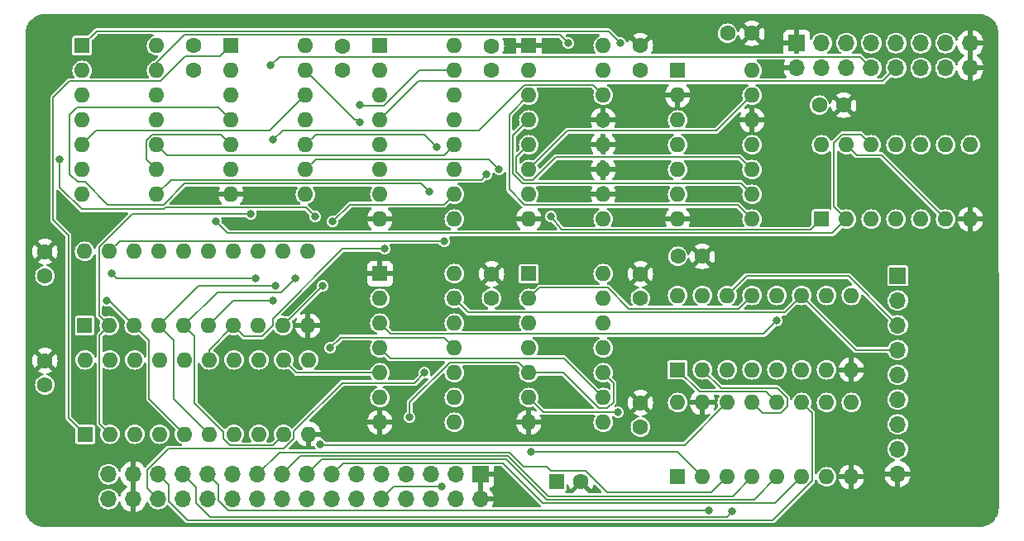
<source format=gbr>
%TF.GenerationSoftware,KiCad,Pcbnew,8.0.5*%
%TF.CreationDate,2024-11-04T18:15:49+01:00*%
%TF.ProjectId,spi master,73706920-6d61-4737-9465-722e6b696361,rev?*%
%TF.SameCoordinates,Original*%
%TF.FileFunction,Copper,L4,Bot*%
%TF.FilePolarity,Positive*%
%FSLAX46Y46*%
G04 Gerber Fmt 4.6, Leading zero omitted, Abs format (unit mm)*
G04 Created by KiCad (PCBNEW 8.0.5) date 2024-11-04 18:15:49*
%MOMM*%
%LPD*%
G01*
G04 APERTURE LIST*
%TA.AperFunction,ComponentPad*%
%ADD10R,1.700000X1.700000*%
%TD*%
%TA.AperFunction,ComponentPad*%
%ADD11O,1.700000X1.700000*%
%TD*%
%TA.AperFunction,ComponentPad*%
%ADD12R,1.600000X1.600000*%
%TD*%
%TA.AperFunction,ComponentPad*%
%ADD13O,1.600000X1.600000*%
%TD*%
%TA.AperFunction,ComponentPad*%
%ADD14C,1.600000*%
%TD*%
%TA.AperFunction,ViaPad*%
%ADD15C,0.800000*%
%TD*%
%TA.AperFunction,Conductor*%
%ADD16C,0.200000*%
%TD*%
G04 APERTURE END LIST*
D10*
%TO.P,J2,1,Pin_1*%
%TO.N,GND*%
X147231100Y-112522000D03*
D11*
%TO.P,J2,2,Pin_2*%
X147231100Y-115062000D03*
%TO.P,J2,3,Pin_3*%
%TO.N,+5V*%
X144691100Y-112522000D03*
%TO.P,J2,4,Pin_4*%
X144691100Y-115062000D03*
%TO.P,J2,5,Pin_5*%
%TO.N,unconnected-(J2-Pin_5-Pad5)*%
X142151100Y-112522000D03*
%TO.P,J2,6,Pin_6*%
%TO.N,unconnected-(J2-Pin_6-Pad6)*%
X142151100Y-115062000D03*
%TO.P,J2,7,Pin_7*%
%TO.N,unconnected-(J2-Pin_7-Pad7)*%
X139611100Y-112522000D03*
%TO.P,J2,8,Pin_8*%
%TO.N,unconnected-(J2-Pin_8-Pad8)*%
X139611100Y-115062000D03*
%TO.P,J2,9,Pin_9*%
%TO.N,unconnected-(J2-Pin_9-Pad9)*%
X137071100Y-112522000D03*
%TO.P,J2,10,Pin_10*%
%TO.N,~{RES}*%
X137071100Y-115062000D03*
%TO.P,J2,11,Pin_11*%
%TO.N,~{IRQ}*%
X134531100Y-112522000D03*
%TO.P,J2,12,Pin_12*%
%TO.N,CLK*%
X134531100Y-115062000D03*
%TO.P,J2,13,Pin_13*%
%TO.N,/D7*%
X131991100Y-112522000D03*
%TO.P,J2,14,Pin_14*%
%TO.N,R~{W}*%
X131991100Y-115062000D03*
%TO.P,J2,15,Pin_15*%
%TO.N,/D6*%
X129451100Y-112522000D03*
%TO.P,J2,16,Pin_16*%
%TO.N,~{CS}*%
X129451100Y-115062000D03*
%TO.P,J2,17,Pin_17*%
%TO.N,/D5*%
X126911100Y-112522000D03*
%TO.P,J2,18,Pin_18*%
%TO.N,unconnected-(J2-Pin_18-Pad18)*%
X126911100Y-115062000D03*
%TO.P,J2,19,Pin_19*%
%TO.N,/D4*%
X124371100Y-112522000D03*
%TO.P,J2,20,Pin_20*%
%TO.N,unconnected-(J2-Pin_20-Pad20)*%
X124371100Y-115062000D03*
%TO.P,J2,21,Pin_21*%
%TO.N,/D3*%
X121831100Y-112522000D03*
%TO.P,J2,22,Pin_22*%
%TO.N,unconnected-(J2-Pin_22-Pad22)*%
X121831100Y-115062000D03*
%TO.P,J2,23,Pin_23*%
%TO.N,/D2*%
X119291100Y-112522000D03*
%TO.P,J2,24,Pin_24*%
%TO.N,unconnected-(J2-Pin_24-Pad24)*%
X119291100Y-115062000D03*
%TO.P,J2,25,Pin_25*%
%TO.N,/D1*%
X116751100Y-112522000D03*
%TO.P,J2,26,Pin_26*%
%TO.N,unconnected-(J2-Pin_26-Pad26)*%
X116751100Y-115062000D03*
%TO.P,J2,27,Pin_27*%
%TO.N,/D0*%
X114211100Y-112522000D03*
%TO.P,J2,28,Pin_28*%
%TO.N,A0*%
X114211100Y-115062000D03*
%TO.P,J2,29,Pin_29*%
%TO.N,GND*%
X111671100Y-112522000D03*
%TO.P,J2,30,Pin_30*%
X111671100Y-115062000D03*
%TO.P,J2,31,Pin_31*%
%TO.N,+5V*%
X109131100Y-112522000D03*
%TO.P,J2,32,Pin_32*%
X109131100Y-115062000D03*
%TD*%
D12*
%TO.P,U9,1,~{R}*%
%TO.N,~{ITC_RES}*%
X106426000Y-68580000D03*
D13*
%TO.P,U9,2,D*%
%TO.N,+5V*%
X106426000Y-71120000D03*
%TO.P,U9,3,C*%
X106426000Y-73660000D03*
%TO.P,U9,4,~{S}*%
%TO.N,~{TX_COMPLETE_RES}*%
X106426000Y-76200000D03*
%TO.P,U9,5,Q*%
%TO.N,ITC*%
X106426000Y-78740000D03*
%TO.P,U9,6,~{Q}*%
%TO.N,unconnected-(U9A-~{Q}-Pad6)*%
X106426000Y-81280000D03*
%TO.P,U9,7,GND*%
%TO.N,GND*%
X106426000Y-83820000D03*
%TO.P,U9,8,~{Q}*%
%TO.N,Net-(D1-K)*%
X114046000Y-83820000D03*
%TO.P,U9,9,Q*%
%TO.N,RUNNING*%
X114046000Y-81280000D03*
%TO.P,U9,10,~{S}*%
%TO.N,~{DATA_WR}*%
X114046000Y-78740000D03*
%TO.P,U9,11,C*%
%TO.N,+5V*%
X114046000Y-76200000D03*
%TO.P,U9,12,D*%
X114046000Y-73660000D03*
%TO.P,U9,13,~{R}*%
%TO.N,~{TX_COMPLETE_RES}*%
X114046000Y-71120000D03*
%TO.P,U9,14,VCC*%
%TO.N,+5V*%
X114046000Y-68580000D03*
%TD*%
D12*
%TO.P,U4,1*%
%TO.N,GND*%
X136906000Y-91948000D03*
D13*
%TO.P,U4,2*%
%TO.N,unconnected-(U4-Pad2)*%
X136906000Y-94488000D03*
%TO.P,U4,3*%
%TO.N,TX_COMPLETE*%
X136906000Y-97028000D03*
%TO.P,U4,4*%
%TO.N,Net-(U4-Pad4)*%
X136906000Y-99568000D03*
%TO.P,U4,5*%
%TO.N,DEN*%
X136906000Y-102108000D03*
%TO.P,U4,6*%
%TO.N,Net-(U3A-E)*%
X136906000Y-104648000D03*
%TO.P,U4,7,GND*%
%TO.N,GND*%
X136906000Y-107188000D03*
%TO.P,U4,8*%
%TO.N,Net-(U2-Pad4)*%
X144526000Y-107188000D03*
%TO.P,U4,9*%
%TO.N,Net-(U7-Q7)*%
X144526000Y-104648000D03*
%TO.P,U4,10*%
%TO.N,Net-(U2-Pad10)*%
X144526000Y-102108000D03*
%TO.P,U4,11*%
%TO.N,~{CS}*%
X144526000Y-99568000D03*
%TO.P,U4,12*%
%TO.N,~{SPI_CLK}*%
X144526000Y-97028000D03*
%TO.P,U4,13*%
%TO.N,SPI_CLK*%
X144526000Y-94488000D03*
%TO.P,U4,14,VCC*%
%TO.N,+5V*%
X144526000Y-91948000D03*
%TD*%
D12*
%TO.P,U7,1,~{PL}*%
%TO.N,~{DATA_WR}*%
X167376000Y-112776000D03*
D13*
%TO.P,U7,2,CP*%
%TO.N,~{SPI_CLK}*%
X169916000Y-112776000D03*
%TO.P,U7,3,D4*%
%TO.N,/D4*%
X172456000Y-112776000D03*
%TO.P,U7,4,D5*%
%TO.N,/D5*%
X174996000Y-112776000D03*
%TO.P,U7,5,D6*%
%TO.N,/D6*%
X177536000Y-112776000D03*
%TO.P,U7,6,D7*%
%TO.N,/D7*%
X180076000Y-112776000D03*
%TO.P,U7,7,~{Q7}*%
%TO.N,unconnected-(U7-~{Q7}-Pad7)*%
X182616000Y-112776000D03*
%TO.P,U7,8,GND*%
%TO.N,GND*%
X185156000Y-112776000D03*
%TO.P,U7,9,Q7*%
%TO.N,Net-(U7-Q7)*%
X185156000Y-105156000D03*
%TO.P,U7,10,DS*%
%TO.N,+5V*%
X182616000Y-105156000D03*
%TO.P,U7,11,D0*%
%TO.N,/D0*%
X180076000Y-105156000D03*
%TO.P,U7,12,D1*%
%TO.N,/D1*%
X177536000Y-105156000D03*
%TO.P,U7,13,D2*%
%TO.N,/D2*%
X174996000Y-105156000D03*
%TO.P,U7,14,D3*%
%TO.N,/D3*%
X172456000Y-105156000D03*
%TO.P,U7,15,~{CE}*%
%TO.N,GND*%
X169916000Y-105156000D03*
%TO.P,U7,16,VCC*%
%TO.N,+5V*%
X167376000Y-105156000D03*
%TD*%
D12*
%TO.P,U8,1,CP*%
%TO.N,+5V*%
X167376000Y-71115000D03*
D13*
%TO.P,U8,2,MR*%
%TO.N,GND*%
X167376000Y-73655000D03*
%TO.P,U8,3,Q0*%
%TO.N,unconnected-(U8A-Q0-Pad3)*%
X167376000Y-76195000D03*
%TO.P,U8,4,Q1*%
%TO.N,unconnected-(U8A-Q1-Pad4)*%
X167376000Y-78735000D03*
%TO.P,U8,5,Q2*%
%TO.N,unconnected-(U8A-Q2-Pad5)*%
X167376000Y-81275000D03*
%TO.P,U8,6,Q3*%
%TO.N,unconnected-(U8A-Q3-Pad6)*%
X167376000Y-83815000D03*
%TO.P,U8,7,GND*%
%TO.N,GND*%
X167376000Y-86355000D03*
%TO.P,U8,8,Q3*%
%TO.N,Net-(U10-I3a)*%
X174996000Y-86355000D03*
%TO.P,U8,9,Q2*%
%TO.N,Net-(U10-I2a)*%
X174996000Y-83815000D03*
%TO.P,U8,10,Q1*%
%TO.N,Net-(U10-I1a)*%
X174996000Y-81275000D03*
%TO.P,U8,11,Q0*%
%TO.N,unconnected-(U8B-Q0-Pad11)*%
X174996000Y-78735000D03*
%TO.P,U8,12,MR*%
%TO.N,GND*%
X174996000Y-76195000D03*
%TO.P,U8,13,CP*%
%TO.N,CLK*%
X174996000Y-73655000D03*
%TO.P,U8,14,VCC*%
%TO.N,+5V*%
X174996000Y-71115000D03*
%TD*%
D12*
%TO.P,U6,1,QB*%
%TO.N,/D1*%
X167376000Y-101803200D03*
D13*
%TO.P,U6,2,QC*%
%TO.N,/D2*%
X169916000Y-101803200D03*
%TO.P,U6,3,QD*%
%TO.N,/D3*%
X172456000Y-101803200D03*
%TO.P,U6,4,QE*%
%TO.N,/D4*%
X174996000Y-101803200D03*
%TO.P,U6,5,QF*%
%TO.N,/D5*%
X177536000Y-101803200D03*
%TO.P,U6,6,QG*%
%TO.N,/D6*%
X180076000Y-101803200D03*
%TO.P,U6,7,QH*%
%TO.N,/D7*%
X182616000Y-101803200D03*
%TO.P,U6,8,GND*%
%TO.N,GND*%
X185156000Y-101803200D03*
%TO.P,U6,9,QH'*%
%TO.N,unconnected-(U6-QH'-Pad9)*%
X185156000Y-94183200D03*
%TO.P,U6,10,~{SRCLR}*%
%TO.N,+5V*%
X182616000Y-94183200D03*
%TO.P,U6,11,SRCLK*%
%TO.N,SPI_CLK*%
X180076000Y-94183200D03*
%TO.P,U6,12,RCLK*%
%TO.N,TX_COMPLETE*%
X177536000Y-94183200D03*
%TO.P,U6,13,~{OE}*%
%TO.N,~{DATA_RD}*%
X174996000Y-94183200D03*
%TO.P,U6,14,SER*%
%TO.N,MISO*%
X172456000Y-94183200D03*
%TO.P,U6,15,QA*%
%TO.N,/D0*%
X169916000Y-94183200D03*
%TO.P,U6,16,VCC*%
%TO.N,+5V*%
X167376000Y-94183200D03*
%TD*%
D12*
%TO.P,U12,1,A->B*%
%TO.N,+5V*%
X106685000Y-97282000D03*
D13*
%TO.P,U12,2,A0*%
%TO.N,DIV0*%
X109225000Y-97282000D03*
%TO.P,U12,3,A1*%
%TO.N,DIV1*%
X111765000Y-97282000D03*
%TO.P,U12,4,A2*%
%TO.N,SEL0*%
X114305000Y-97282000D03*
%TO.P,U12,5,A3*%
%TO.N,SEL1*%
X116845000Y-97282000D03*
%TO.P,U12,6,A4*%
%TO.N,DEN*%
X119385000Y-97282000D03*
%TO.P,U12,7,A5*%
%TO.N,IEN*%
X121925000Y-97282000D03*
%TO.P,U12,8,A6*%
%TO.N,RUNNING*%
X124465000Y-97282000D03*
%TO.P,U12,9,A7*%
%TO.N,ITC*%
X127005000Y-97282000D03*
%TO.P,U12,10,GND*%
%TO.N,GND*%
X129545000Y-97282000D03*
%TO.P,U12,11,B7*%
%TO.N,/D7*%
X129545000Y-89662000D03*
%TO.P,U12,12,B6*%
%TO.N,/D6*%
X127005000Y-89662000D03*
%TO.P,U12,13,B5*%
%TO.N,/D5*%
X124465000Y-89662000D03*
%TO.P,U12,14,B4*%
%TO.N,/D4*%
X121925000Y-89662000D03*
%TO.P,U12,15,B3*%
%TO.N,/D3*%
X119385000Y-89662000D03*
%TO.P,U12,16,B2*%
%TO.N,/D2*%
X116845000Y-89662000D03*
%TO.P,U12,17,B1*%
%TO.N,/D1*%
X114305000Y-89662000D03*
%TO.P,U12,18,B0*%
%TO.N,/D0*%
X111765000Y-89662000D03*
%TO.P,U12,19,CE*%
%TO.N,~{CTRL_RD}*%
X109225000Y-89662000D03*
%TO.P,U12,20,VCC*%
%TO.N,+5V*%
X106685000Y-89662000D03*
%TD*%
D12*
%TO.P,U11,1,~{Mr}*%
%TO.N,~{RES}*%
X106735800Y-108417360D03*
D13*
%TO.P,U11,2,Q0*%
%TO.N,DIV0*%
X109275800Y-108417360D03*
%TO.P,U11,3,D0*%
%TO.N,/D0*%
X111815800Y-108417360D03*
%TO.P,U11,4,D1*%
%TO.N,/D1*%
X114355800Y-108417360D03*
%TO.P,U11,5,Q1*%
%TO.N,DIV1*%
X116895800Y-108417360D03*
%TO.P,U11,6,Q2*%
%TO.N,SEL0*%
X119435800Y-108417360D03*
%TO.P,U11,7,D2*%
%TO.N,/D2*%
X121975800Y-108417360D03*
%TO.P,U11,8,D3*%
%TO.N,/D3*%
X124515800Y-108417360D03*
%TO.P,U11,9,Q3*%
%TO.N,SEL1*%
X127055800Y-108417360D03*
%TO.P,U11,10,GND*%
%TO.N,GND*%
X129595800Y-108417360D03*
%TO.P,U11,11,Cp*%
%TO.N,~{CTRL_WR}*%
X129595800Y-100797360D03*
%TO.P,U11,12,Q4*%
%TO.N,DEN*%
X127055800Y-100797360D03*
%TO.P,U11,13,D4*%
%TO.N,/D4*%
X124515800Y-100797360D03*
%TO.P,U11,14,D5*%
%TO.N,/D5*%
X121975800Y-100797360D03*
%TO.P,U11,15,Q5*%
%TO.N,IEN*%
X119435800Y-100797360D03*
%TO.P,U11,16,Q6*%
%TO.N,unconnected-(U11-Q6-Pad16)*%
X116895800Y-100797360D03*
%TO.P,U11,17,D6*%
%TO.N,/D6*%
X114355800Y-100797360D03*
%TO.P,U11,18,D7*%
%TO.N,/D7*%
X111815800Y-100797360D03*
%TO.P,U11,19,Q7*%
%TO.N,unconnected-(U11-Q7-Pad19)*%
X109275800Y-100797360D03*
%TO.P,U11,20,VCC*%
%TO.N,+5V*%
X106735800Y-100797360D03*
%TD*%
D12*
%TO.P,U3,1,E*%
%TO.N,Net-(U3A-E)*%
X136896000Y-68570000D03*
D13*
%TO.P,U3,2,A0*%
%TO.N,SEL0*%
X136896000Y-71110000D03*
%TO.P,U3,3,A1*%
%TO.N,SEL1*%
X136896000Y-73650000D03*
%TO.P,U3,4,O0*%
%TO.N,~{CS0}*%
X136896000Y-76190000D03*
%TO.P,U3,5,O1*%
%TO.N,~{CS1}*%
X136896000Y-78730000D03*
%TO.P,U3,6,O2*%
%TO.N,~{CS2}*%
X136896000Y-81270000D03*
%TO.P,U3,7,O3*%
%TO.N,~{CS3}*%
X136896000Y-83810000D03*
%TO.P,U3,8,GND*%
%TO.N,GND*%
X136896000Y-86350000D03*
%TO.P,U3,9,O3*%
%TO.N,~{CTRL_RD}*%
X144516000Y-86350000D03*
%TO.P,U3,10,O2*%
%TO.N,~{CTRL_WR}*%
X144516000Y-83810000D03*
%TO.P,U3,11,O1*%
%TO.N,~{DATA_RD}*%
X144516000Y-81270000D03*
%TO.P,U3,12,O0*%
%TO.N,~{DATA_WR}*%
X144516000Y-78730000D03*
%TO.P,U3,13,A1*%
%TO.N,A0*%
X144516000Y-76190000D03*
%TO.P,U3,14,A0*%
%TO.N,R~{W}*%
X144516000Y-73650000D03*
%TO.P,U3,15,E*%
%TO.N,~{CS}_{QUAL}*%
X144516000Y-71110000D03*
%TO.P,U3,16,VCC*%
%TO.N,+5V*%
X144516000Y-68570000D03*
%TD*%
D12*
%TO.P,U10,1,Ea*%
%TO.N,GND*%
X152136000Y-68570000D03*
D13*
%TO.P,U10,2,S1*%
%TO.N,DIV1*%
X152136000Y-71110000D03*
%TO.P,U10,3,I3a*%
%TO.N,Net-(U10-I3a)*%
X152136000Y-73650000D03*
%TO.P,U10,4,I2a*%
%TO.N,Net-(U10-I2a)*%
X152136000Y-76190000D03*
%TO.P,U10,5,I1a*%
%TO.N,Net-(U10-I1a)*%
X152136000Y-78730000D03*
%TO.P,U10,6,I0a*%
%TO.N,CLK*%
X152136000Y-81270000D03*
%TO.P,U10,7,Za*%
%TO.N,DIV_CLK*%
X152136000Y-83810000D03*
%TO.P,U10,8,GND*%
%TO.N,GND*%
X152136000Y-86350000D03*
%TO.P,U10,9,Zb*%
%TO.N,unconnected-(U10-Zb-Pad9)*%
X159756000Y-86350000D03*
%TO.P,U10,10,I0b*%
%TO.N,GND*%
X159756000Y-83810000D03*
%TO.P,U10,11,I1b*%
X159756000Y-81270000D03*
%TO.P,U10,12,I2b*%
X159756000Y-78730000D03*
%TO.P,U10,13,I3b*%
X159756000Y-76190000D03*
%TO.P,U10,14,S0*%
%TO.N,DIV0*%
X159756000Y-73650000D03*
%TO.P,U10,15,Eb*%
%TO.N,+5V*%
X159756000Y-71110000D03*
%TO.P,U10,16,VCC*%
X159756000Y-68570000D03*
%TD*%
D10*
%TO.P,J5,1,Pin_1*%
%TO.N,GND*%
X179578000Y-68326000D03*
D11*
%TO.P,J5,2,Pin_2*%
X179578000Y-70866000D03*
%TO.P,J5,3,Pin_3*%
%TO.N,MISO*%
X182118000Y-68326000D03*
%TO.P,J5,4,Pin_4*%
X182118000Y-70866000D03*
%TO.P,J5,5,Pin_5*%
%TO.N,SPI_CLK*%
X184658000Y-68326000D03*
%TO.P,J5,6,Pin_6*%
X184658000Y-70866000D03*
%TO.P,J5,7,Pin_7*%
%TO.N,MOSI*%
X187198000Y-68326000D03*
%TO.P,J5,8,Pin_8*%
X187198000Y-70866000D03*
%TO.P,J5,9,Pin_9*%
%TO.N,~{CS0}*%
X189738000Y-68326000D03*
%TO.P,J5,10,Pin_10*%
X189738000Y-70866000D03*
%TO.P,J5,11,Pin_11*%
%TO.N,+5V*%
X192278000Y-68326000D03*
%TO.P,J5,12,Pin_12*%
X192278000Y-70866000D03*
%TO.P,J5,13,Pin_13*%
%TO.N,unconnected-(J5-Pin_13-Pad13)*%
X194818000Y-68326000D03*
%TO.P,J5,14,Pin_14*%
%TO.N,unconnected-(J5-Pin_14-Pad14)*%
X194818000Y-70866000D03*
%TO.P,J5,15,Pin_15*%
%TO.N,GND*%
X197358000Y-68326000D03*
%TO.P,J5,16,Pin_16*%
X197358000Y-70866000D03*
%TD*%
D14*
%TO.P,C5,1*%
%TO.N,+5V*%
X172486000Y-67310000D03*
%TO.P,C5,2*%
%TO.N,GND*%
X174986000Y-67310000D03*
%TD*%
%TO.P,C4,1*%
%TO.N,+5V*%
X163566000Y-71080000D03*
%TO.P,C4,2*%
%TO.N,GND*%
X163566000Y-68580000D03*
%TD*%
%TO.P,C11,1*%
%TO.N,+5V*%
X167406000Y-90170000D03*
%TO.P,C11,2*%
%TO.N,GND*%
X169906000Y-90170000D03*
%TD*%
D12*
%TO.P,U5,1*%
%TO.N,~{DATA_WR}*%
X152146000Y-91953000D03*
D13*
%TO.P,U5,2*%
%TO.N,~{DATA_RD}*%
X152146000Y-94493000D03*
%TO.P,U5,3*%
%TO.N,Net-(U5-Pad3)*%
X152146000Y-97033000D03*
%TO.P,U5,4*%
X152146000Y-99573000D03*
%TO.P,U5,5*%
%TO.N,~{RES}*%
X152146000Y-102113000D03*
%TO.P,U5,6*%
%TO.N,~{ITC_RES}*%
X152146000Y-104653000D03*
%TO.P,U5,7,GND*%
%TO.N,GND*%
X152146000Y-107193000D03*
%TO.P,U5,8*%
%TO.N,~{TX_COMPLETE_RES}*%
X159766000Y-107193000D03*
%TO.P,U5,9*%
%TO.N,Net-(U4-Pad4)*%
X159766000Y-104653000D03*
%TO.P,U5,10*%
%TO.N,~{RES}*%
X159766000Y-102113000D03*
%TO.P,U5,11*%
%TO.N,unconnected-(U5-Pad11)*%
X159766000Y-99573000D03*
%TO.P,U5,12*%
%TO.N,+5V*%
X159766000Y-97033000D03*
%TO.P,U5,13*%
X159766000Y-94493000D03*
%TO.P,U5,14,VCC*%
X159766000Y-91953000D03*
%TD*%
D12*
%TO.P,U1,1,CP*%
%TO.N,DIV_CLK*%
X182118000Y-86360000D03*
D13*
%TO.P,U1,2,MR*%
%TO.N,Net-(U1A-MR)*%
X184658000Y-86360000D03*
%TO.P,U1,3,Q0*%
%TO.N,SPI_CLK*%
X187198000Y-86360000D03*
%TO.P,U1,4,Q1*%
%TO.N,unconnected-(U1A-Q1-Pad4)*%
X189738000Y-86360000D03*
%TO.P,U1,5,Q2*%
%TO.N,unconnected-(U1A-Q2-Pad5)*%
X192278000Y-86360000D03*
%TO.P,U1,6,Q3*%
%TO.N,Net-(U1A-Q3)*%
X194818000Y-86360000D03*
%TO.P,U1,7,GND*%
%TO.N,GND*%
X197358000Y-86360000D03*
%TO.P,U1,8,Q3*%
%TO.N,unconnected-(U1B-Q3-Pad8)*%
X197358000Y-78740000D03*
%TO.P,U1,9,Q2*%
%TO.N,unconnected-(U1B-Q2-Pad9)*%
X194818000Y-78740000D03*
%TO.P,U1,10,Q1*%
%TO.N,unconnected-(U1B-Q1-Pad10)*%
X192278000Y-78740000D03*
%TO.P,U1,11,Q0*%
%TO.N,TX_COMPLETE*%
X189738000Y-78740000D03*
%TO.P,U1,12,MR*%
%TO.N,Net-(U1A-MR)*%
X187198000Y-78740000D03*
%TO.P,U1,13,CP*%
%TO.N,Net-(U1A-Q3)*%
X184658000Y-78740000D03*
%TO.P,U1,14,VCC*%
%TO.N,+5V*%
X182118000Y-78740000D03*
%TD*%
D12*
%TO.P,C13,1*%
%TO.N,+5V*%
X154980000Y-113284000D03*
D14*
%TO.P,C13,2*%
%TO.N,GND*%
X157480000Y-113284000D03*
%TD*%
%TO.P,C12,1*%
%TO.N,+5V*%
X163576000Y-107676000D03*
%TO.P,C12,2*%
%TO.N,GND*%
X163576000Y-105176000D03*
%TD*%
%TO.P,C10,1*%
%TO.N,+5V*%
X163576000Y-94468000D03*
%TO.P,C10,2*%
%TO.N,GND*%
X163576000Y-91968000D03*
%TD*%
%TO.P,C2,1*%
%TO.N,+5V*%
X133086000Y-71100000D03*
%TO.P,C2,2*%
%TO.N,GND*%
X133086000Y-68600000D03*
%TD*%
%TO.P,C6,1*%
%TO.N,+5V*%
X181884000Y-74676000D03*
%TO.P,C6,2*%
%TO.N,GND*%
X184384000Y-74676000D03*
%TD*%
%TO.P,C9,1*%
%TO.N,+5V*%
X148336000Y-94468000D03*
%TO.P,C9,2*%
%TO.N,GND*%
X148336000Y-91968000D03*
%TD*%
D12*
%TO.P,U2,1*%
%TO.N,~{RES}*%
X121666000Y-68575000D03*
D13*
%TO.P,U2,2*%
%TO.N,RUNNING*%
X121666000Y-71115000D03*
%TO.P,U2,3*%
%TO.N,Net-(U1A-MR)*%
X121666000Y-73655000D03*
%TO.P,U2,4*%
%TO.N,Net-(U2-Pad4)*%
X121666000Y-76195000D03*
%TO.P,U2,5*%
%TO.N,RUNNING*%
X121666000Y-78735000D03*
%TO.P,U2,6*%
%TO.N,MOSI*%
X121666000Y-81275000D03*
%TO.P,U2,7,GND*%
%TO.N,GND*%
X121666000Y-83815000D03*
%TO.P,U2,8*%
%TO.N,~{CS}_{QUAL}*%
X129286000Y-83815000D03*
%TO.P,U2,9*%
%TO.N,CLK*%
X129286000Y-81275000D03*
%TO.P,U2,10*%
%TO.N,Net-(U2-Pad10)*%
X129286000Y-78735000D03*
%TO.P,U2,11*%
%TO.N,~{IRQ}*%
X129286000Y-76195000D03*
%TO.P,U2,12*%
%TO.N,ITC*%
X129286000Y-73655000D03*
%TO.P,U2,13*%
%TO.N,IEN*%
X129286000Y-71115000D03*
%TO.P,U2,14,VCC*%
%TO.N,+5V*%
X129286000Y-68575000D03*
%TD*%
D14*
%TO.P,C1,1*%
%TO.N,+5V*%
X117856000Y-71080000D03*
%TO.P,C1,2*%
%TO.N,GND*%
X117856000Y-68580000D03*
%TD*%
%TO.P,C3,1*%
%TO.N,+5V*%
X148326000Y-71100000D03*
%TO.P,C3,2*%
%TO.N,GND*%
X148326000Y-68600000D03*
%TD*%
%TO.P,C8,1*%
%TO.N,+5V*%
X102616000Y-103358000D03*
%TO.P,C8,2*%
%TO.N,GND*%
X102616000Y-100858000D03*
%TD*%
%TO.P,C7,1*%
%TO.N,+5V*%
X102616000Y-92182000D03*
%TO.P,C7,2*%
%TO.N,GND*%
X102616000Y-89682000D03*
%TD*%
D10*
%TO.P,J1,1,Pin_1*%
%TO.N,+5V*%
X189910000Y-92162000D03*
D11*
%TO.P,J1,2,Pin_2*%
%TO.N,MOSI*%
X189910000Y-94702000D03*
%TO.P,J1,3,Pin_3*%
%TO.N,MISO*%
X189910000Y-97242000D03*
%TO.P,J1,4,Pin_4*%
%TO.N,SPI_CLK*%
X189910000Y-99782000D03*
%TO.P,J1,5,Pin_5*%
%TO.N,~{CS0}*%
X189910000Y-102322000D03*
%TO.P,J1,6,Pin_6*%
%TO.N,~{CS1}*%
X189910000Y-104862000D03*
%TO.P,J1,7,Pin_7*%
%TO.N,~{CS2}*%
X189910000Y-107402000D03*
%TO.P,J1,8,Pin_8*%
%TO.N,~{CS3}*%
X189910000Y-109942000D03*
%TO.P,J1,9,Pin_9*%
%TO.N,GND*%
X189910000Y-112482000D03*
%TD*%
D15*
%TO.N,/D1*%
X172956533Y-116314533D03*
%TO.N,/D2*%
X170561000Y-116205000D03*
%TO.N,/D3*%
X130810000Y-109474000D03*
%TO.N,~{CS}*%
X131826000Y-99568000D03*
%TO.N,CLK*%
X149108000Y-81270000D03*
%TO.N,~{RES}*%
X139954000Y-106680000D03*
X143256000Y-113792000D03*
%TO.N,A0*%
X141478000Y-102108000D03*
%TO.N,MOSI*%
X125730000Y-70612000D03*
%TO.N,IEN*%
X134874000Y-76454000D03*
X137414000Y-89408000D03*
%TO.N,ITC*%
X130302000Y-86106000D03*
X131064000Y-93218000D03*
X104140000Y-80264000D03*
%TO.N,DIV_CLK*%
X154432000Y-86106000D03*
%TO.N,RUNNING*%
X124206000Y-92456000D03*
X109474000Y-91948000D03*
%TO.N,TX_COMPLETE*%
X177546000Y-96774000D03*
%TO.N,Net-(U2-Pad4)*%
X141986000Y-83566000D03*
%TO.N,Net-(U2-Pad10)*%
X142748000Y-78994000D03*
%TO.N,DEN*%
X125984000Y-94742000D03*
%TO.N,SEL1*%
X128270000Y-92456000D03*
%TO.N,SEL0*%
X126238000Y-93218000D03*
%TO.N,~{CS}_{QUAL}*%
X134874000Y-74676000D03*
%TO.N,Net-(U1A-MR)*%
X120142000Y-86614000D03*
%TO.N,DIV0*%
X123698000Y-85852000D03*
X125984000Y-78232000D03*
%TO.N,DIV1*%
X108966000Y-94742000D03*
%TO.N,~{CTRL_RD}*%
X143510000Y-88646000D03*
%TO.N,~{CTRL_WR}*%
X132080000Y-86614000D03*
%TO.N,~{SPI_CLK}*%
X152400000Y-110236000D03*
%TO.N,~{TX_COMPLETE_RES}*%
X156210000Y-68326000D03*
%TO.N,~{ITC_RES}*%
X161290000Y-106172000D03*
X161544000Y-68326000D03*
%TO.N,Net-(D1-K)*%
X147828000Y-81788000D03*
%TD*%
D16*
%TO.N,/D0*%
X177126067Y-117225000D02*
X117225000Y-117225000D01*
X115321100Y-113632000D02*
X114211100Y-112522000D01*
X181136000Y-106216000D02*
X181136000Y-113215067D01*
X181136000Y-113215067D02*
X177126067Y-117225000D01*
X180076000Y-105156000D02*
X181136000Y-106216000D01*
X115321100Y-115321100D02*
X115321100Y-113632000D01*
X117225000Y-117225000D02*
X115321100Y-115321100D01*
%TO.N,/D1*%
X167376000Y-101803200D02*
X169628800Y-104056000D01*
X169628800Y-104056000D02*
X176436000Y-104056000D01*
X118110000Y-113880900D02*
X116751100Y-112522000D01*
X172406066Y-116865000D02*
X119524322Y-116865000D01*
X118110000Y-115450678D02*
X118110000Y-113880900D01*
X172956533Y-116314533D02*
X172406066Y-116865000D01*
X176436000Y-104056000D02*
X177536000Y-105156000D01*
X119524322Y-116865000D02*
X118110000Y-115450678D01*
%TO.N,/D2*%
X170554000Y-116212000D02*
X121411322Y-116212000D01*
X170561000Y-116205000D02*
X170554000Y-116212000D01*
X171808800Y-103696000D02*
X177575067Y-103696000D01*
X121411322Y-116212000D02*
X120401100Y-115201778D01*
X120401100Y-115201778D02*
X120401100Y-113632000D01*
X178596000Y-104716933D02*
X178596000Y-105595067D01*
X178596000Y-105595067D02*
X177975067Y-106216000D01*
X177575067Y-103696000D02*
X178596000Y-104716933D01*
X120401100Y-113632000D02*
X119291100Y-112522000D01*
X176056000Y-106216000D02*
X174996000Y-105156000D01*
X177975067Y-106216000D02*
X176056000Y-106216000D01*
X169916000Y-101803200D02*
X171808800Y-103696000D01*
%TO.N,/D3*%
X172456000Y-105156000D02*
X168094640Y-109517360D01*
X168094640Y-109517360D02*
X130853360Y-109517360D01*
X130853360Y-109517360D02*
X130810000Y-109474000D01*
%TO.N,/D4*%
X151597117Y-111718000D02*
X150171117Y-110292000D01*
X170848000Y-114384000D02*
X160135635Y-114384000D01*
X126601100Y-110292000D02*
X124371100Y-112522000D01*
X154432000Y-112184000D02*
X153966000Y-111718000D01*
X150171117Y-110292000D02*
X126601100Y-110292000D01*
X172456000Y-112776000D02*
X170848000Y-114384000D01*
X160135635Y-114384000D02*
X157935635Y-112184000D01*
X153966000Y-111718000D02*
X151597117Y-111718000D01*
X157935635Y-112184000D02*
X154432000Y-112184000D01*
%TO.N,/D5*%
X150022000Y-110652000D02*
X128781100Y-110652000D01*
X154114000Y-114744000D02*
X150022000Y-110652000D01*
X174996000Y-112776000D02*
X173028000Y-114744000D01*
X173028000Y-114744000D02*
X154114000Y-114744000D01*
X128781100Y-110652000D02*
X126911100Y-112522000D01*
%TO.N,~{CS}*%
X131826000Y-99568000D02*
X132886000Y-98508000D01*
X143466000Y-98508000D02*
X144526000Y-99568000D01*
X132886000Y-98508000D02*
X143466000Y-98508000D01*
%TO.N,/D6*%
X130961100Y-111012000D02*
X129451100Y-112522000D01*
X149872884Y-111012000D02*
X130961100Y-111012000D01*
X177536000Y-112776000D02*
X175208000Y-115104000D01*
X175208000Y-115104000D02*
X153964884Y-115104000D01*
X153964884Y-115104000D02*
X149872884Y-111012000D01*
%TO.N,CLK*%
X171361000Y-77290000D02*
X156116000Y-77290000D01*
X156116000Y-77290000D02*
X152136000Y-81270000D01*
X148048000Y-80210000D02*
X130351000Y-80210000D01*
X174996000Y-73655000D02*
X171361000Y-77290000D01*
X130351000Y-80210000D02*
X129286000Y-81275000D01*
X149108000Y-81270000D02*
X148048000Y-80210000D01*
%TO.N,~{RES}*%
X121666000Y-68575000D02*
X120561000Y-69680000D01*
X105156000Y-72220000D02*
X103480000Y-73896000D01*
X105040635Y-88022635D02*
X105040635Y-106722195D01*
X103480000Y-86462000D02*
X105040635Y-88022635D01*
X151081000Y-101048000D02*
X144062000Y-101048000D01*
X138341100Y-113792000D02*
X137071100Y-115062000D01*
X160826000Y-103173000D02*
X160826000Y-105092067D01*
X144062000Y-101048000D02*
X139954000Y-105156000D01*
X160826000Y-105092067D02*
X160205067Y-105713000D01*
X120561000Y-69680000D02*
X116985067Y-69680000D01*
X155707000Y-102113000D02*
X152146000Y-102113000D01*
X105040635Y-106722195D02*
X106735800Y-108417360D01*
X103480000Y-73896000D02*
X103480000Y-86462000D01*
X139954000Y-105156000D02*
X139954000Y-106680000D01*
X116985067Y-69680000D02*
X114445067Y-72220000D01*
X114445067Y-72220000D02*
X105156000Y-72220000D01*
X152146000Y-102113000D02*
X151081000Y-101048000D01*
X159766000Y-102113000D02*
X160826000Y-103173000D01*
X160205067Y-105713000D02*
X159307000Y-105713000D01*
X143256000Y-113792000D02*
X138341100Y-113792000D01*
X159307000Y-105713000D02*
X155707000Y-102113000D01*
%TO.N,/D7*%
X153564000Y-115464000D02*
X149472000Y-111372000D01*
X149472000Y-111372000D02*
X133141100Y-111372000D01*
X133141100Y-111372000D02*
X131991100Y-112522000D01*
X180076000Y-112776000D02*
X177388000Y-115464000D01*
X177388000Y-115464000D02*
X153564000Y-115464000D01*
%TO.N,A0*%
X127071912Y-109900315D02*
X115263007Y-109900315D01*
X140418000Y-103168000D02*
X133052000Y-103168000D01*
X128115800Y-108104200D02*
X128115800Y-108856427D01*
X113101100Y-112062222D02*
X113101100Y-113952000D01*
X133052000Y-103168000D02*
X128115800Y-108104200D01*
X113101100Y-113952000D02*
X114211100Y-115062000D01*
X128115800Y-108856427D02*
X127071912Y-109900315D01*
X141478000Y-102108000D02*
X140418000Y-103168000D01*
X115263007Y-109900315D02*
X113101100Y-112062222D01*
%TO.N,~{CS0}*%
X140871000Y-72215000D02*
X136896000Y-76190000D01*
X188389000Y-72215000D02*
X140871000Y-72215000D01*
X189738000Y-70866000D02*
X188389000Y-72215000D01*
%TO.N,SPI_CLK*%
X178331200Y-95928000D02*
X180076000Y-94183200D01*
X145966000Y-95928000D02*
X178331200Y-95928000D01*
X144526000Y-94488000D02*
X145966000Y-95928000D01*
X185674800Y-99782000D02*
X180076000Y-94183200D01*
X189910000Y-99782000D02*
X185674800Y-99782000D01*
%TO.N,MISO*%
X189910000Y-97242000D02*
X184870000Y-92202000D01*
X184870000Y-92202000D02*
X174437200Y-92202000D01*
X174437200Y-92202000D02*
X172456000Y-94183200D01*
%TO.N,MOSI*%
X187198000Y-70866000D02*
X186048000Y-69716000D01*
X186048000Y-69716000D02*
X126626000Y-69716000D01*
X126626000Y-69716000D02*
X125730000Y-70612000D01*
%TO.N,IEN*%
X133096000Y-89408000D02*
X137414000Y-89408000D01*
X123025000Y-98382000D02*
X124864067Y-98382000D01*
X121925000Y-97282000D02*
X119435800Y-99771200D01*
X124864067Y-98382000D02*
X125945000Y-97301067D01*
X125945000Y-97301067D02*
X125945000Y-96559000D01*
X123025000Y-98382000D02*
X121925000Y-97282000D01*
X134371000Y-76200000D02*
X129286000Y-71115000D01*
X134620000Y-76200000D02*
X134371000Y-76200000D01*
X119435800Y-99771200D02*
X119435800Y-100797360D01*
X133096000Y-89408000D02*
X125945000Y-96559000D01*
X134874000Y-76454000D02*
X134620000Y-76200000D01*
%TO.N,ITC*%
X130302000Y-86106000D02*
X129388000Y-85192000D01*
X129286000Y-73655000D02*
X125641000Y-77300000D01*
X114809117Y-85344000D02*
X106394364Y-85344000D01*
X125641000Y-77300000D02*
X107866000Y-77300000D01*
X107866000Y-77300000D02*
X106426000Y-78740000D01*
X114961117Y-85192000D02*
X114809117Y-85344000D01*
X131064000Y-93223000D02*
X131064000Y-93218000D01*
X104140000Y-83089635D02*
X106394364Y-85344000D01*
X127005000Y-97282000D02*
X131064000Y-93223000D01*
X104140000Y-83089635D02*
X104140000Y-80264000D01*
X129388000Y-85192000D02*
X114961117Y-85192000D01*
%TO.N,DIV_CLK*%
X154432000Y-86106000D02*
X155527000Y-87455000D01*
X181023000Y-87455000D02*
X182118000Y-86360000D01*
X155527000Y-87455000D02*
X181023000Y-87455000D01*
%TO.N,RUNNING*%
X121666000Y-78735000D02*
X120611000Y-77680000D01*
X120611000Y-77680000D02*
X113582000Y-77680000D01*
X109982000Y-92456000D02*
X109474000Y-91948000D01*
X113582000Y-77680000D02*
X112986000Y-78276000D01*
X112986000Y-78276000D02*
X112986000Y-80220000D01*
X112986000Y-80220000D02*
X114046000Y-81280000D01*
X124206000Y-92456000D02*
X109982000Y-92456000D01*
%TO.N,TX_COMPLETE*%
X176187000Y-98133000D02*
X177546000Y-96774000D01*
X138011000Y-98133000D02*
X176187000Y-98133000D01*
X136906000Y-97028000D02*
X138011000Y-98133000D01*
%TO.N,Net-(U2-Pad4)*%
X105156000Y-81766000D02*
X105156000Y-75692000D01*
X105940000Y-82550000D02*
X105156000Y-81766000D01*
X141135000Y-82715000D02*
X116929000Y-82715000D01*
X120401000Y-74930000D02*
X121666000Y-76195000D01*
X105918000Y-74930000D02*
X120401000Y-74930000D01*
X109041635Y-84880000D02*
X106711635Y-82550000D01*
X114764000Y-84880000D02*
X109041635Y-84880000D01*
X116929000Y-82715000D02*
X114764000Y-84880000D01*
X105156000Y-75692000D02*
X105918000Y-74930000D01*
X106711635Y-82550000D02*
X105940000Y-82550000D01*
X141135000Y-82715000D02*
X141986000Y-83566000D01*
%TO.N,Net-(U2-Pad10)*%
X130351000Y-77670000D02*
X129286000Y-78735000D01*
X141424000Y-77670000D02*
X130351000Y-77670000D01*
X142748000Y-78994000D02*
X141424000Y-77670000D01*
%TO.N,DEN*%
X127055800Y-100797360D02*
X128366440Y-102108000D01*
X128366440Y-102108000D02*
X136906000Y-102108000D01*
X119385000Y-97282000D02*
X121925000Y-94742000D01*
X121925000Y-94742000D02*
X125984000Y-94742000D01*
%TO.N,~{DATA_WR}*%
X143451000Y-79795000D02*
X115101000Y-79795000D01*
X144516000Y-78730000D02*
X143451000Y-79795000D01*
X115101000Y-79795000D02*
X114046000Y-78740000D01*
%TO.N,~{DATA_RD}*%
X153246000Y-93393000D02*
X152146000Y-94493000D01*
X173611200Y-95568000D02*
X162396635Y-95568000D01*
X162396635Y-95568000D02*
X160221635Y-93393000D01*
X160221635Y-93393000D02*
X153246000Y-93393000D01*
X174996000Y-94183200D02*
X173611200Y-95568000D01*
%TO.N,SEL1*%
X116845000Y-97282000D02*
X117955800Y-98392800D01*
X120915800Y-108856427D02*
X121599686Y-109540314D01*
X116845000Y-97282000D02*
X120249000Y-93878000D01*
X126848000Y-93878000D02*
X120249000Y-93878000D01*
X117955800Y-105244000D02*
X120915800Y-108204000D01*
X117955800Y-98392800D02*
X117955800Y-105244000D01*
X125932846Y-109540314D02*
X127055800Y-108417360D01*
X120915800Y-108204000D02*
X120915800Y-108856427D01*
X121599686Y-109540314D02*
X125932846Y-109540314D01*
X128270000Y-92456000D02*
X126848000Y-93878000D01*
%TO.N,SEL0*%
X115835800Y-98812800D02*
X115835800Y-104817360D01*
X114305000Y-97282000D02*
X115835800Y-98812800D01*
X118369000Y-93218000D02*
X126238000Y-93218000D01*
X114305000Y-97282000D02*
X118369000Y-93218000D01*
X115835800Y-104817360D02*
X119435800Y-108417360D01*
%TO.N,Net-(U1A-Q3)*%
X188258000Y-79800000D02*
X194818000Y-86360000D01*
X184658000Y-78740000D02*
X185718000Y-79800000D01*
X185718000Y-79800000D02*
X188258000Y-79800000D01*
%TO.N,~{CS}_{QUAL}*%
X138407533Y-73637533D02*
X137335066Y-74710000D01*
X140935067Y-71110000D02*
X138407533Y-73637533D01*
X134908000Y-74710000D02*
X134874000Y-74676000D01*
X144516000Y-71110000D02*
X140935067Y-71110000D01*
X137335066Y-74710000D02*
X134908000Y-74710000D01*
%TO.N,Net-(U1A-MR)*%
X121343000Y-87815000D02*
X183203000Y-87815000D01*
X186138000Y-77680000D02*
X184218933Y-77680000D01*
X184218933Y-77680000D02*
X183388000Y-78510933D01*
X183203000Y-87815000D02*
X184658000Y-86360000D01*
X183388000Y-78510933D02*
X183388000Y-85090000D01*
X120142000Y-86614000D02*
X121343000Y-87815000D01*
X187198000Y-78740000D02*
X186138000Y-77680000D01*
X183388000Y-85090000D02*
X184658000Y-86360000D01*
%TO.N,DIV0*%
X147031932Y-77255000D02*
X151696933Y-72590000D01*
X123698000Y-85852000D02*
X111535933Y-85852000D01*
X109275800Y-108417360D02*
X108215800Y-107357360D01*
X158696000Y-72590000D02*
X151696933Y-72590000D01*
X126961000Y-77255000D02*
X125984000Y-78232000D01*
X111535933Y-85852000D02*
X108165000Y-89222933D01*
X108215800Y-107357360D02*
X108215800Y-98291200D01*
X108215800Y-98291200D02*
X109225000Y-97282000D01*
X147031932Y-77255000D02*
X126961000Y-77255000D01*
X108165000Y-96222000D02*
X109225000Y-97282000D01*
X159756000Y-73650000D02*
X158696000Y-72590000D01*
X108165000Y-89222933D02*
X108165000Y-96222000D01*
%TO.N,DIV1*%
X113295800Y-104817360D02*
X113295800Y-98812800D01*
X108966000Y-94742000D02*
X109225000Y-94742000D01*
X113295800Y-98812800D02*
X111765000Y-97282000D01*
X109225000Y-94742000D02*
X111765000Y-97282000D01*
X116895800Y-108417360D02*
X113295800Y-104817360D01*
%TO.N,~{CTRL_RD}*%
X109225000Y-89662000D02*
X110285000Y-88602000D01*
X143466000Y-88602000D02*
X143510000Y-88646000D01*
X110285000Y-88602000D02*
X143466000Y-88602000D01*
%TO.N,~{CTRL_WR}*%
X133824000Y-84870000D02*
X132080000Y-86614000D01*
X143456000Y-84870000D02*
X133824000Y-84870000D01*
X144516000Y-83810000D02*
X143456000Y-84870000D01*
%TO.N,~{SPI_CLK}*%
X167376000Y-110236000D02*
X169916000Y-112776000D01*
X152400000Y-110236000D02*
X167376000Y-110236000D01*
%TO.N,Net-(U4-Pad4)*%
X159766000Y-104653000D02*
X155746000Y-100633000D01*
X137971000Y-100633000D02*
X136906000Y-99568000D01*
X155746000Y-100633000D02*
X137971000Y-100633000D01*
%TO.N,~{TX_COMPLETE_RES}*%
X155354000Y-67470000D02*
X116934000Y-67470000D01*
X116934000Y-67470000D02*
X114046000Y-70358000D01*
X114046000Y-70358000D02*
X114046000Y-71120000D01*
X156210000Y-68326000D02*
X155354000Y-67470000D01*
%TO.N,~{ITC_RES}*%
X161290000Y-106172000D02*
X161251000Y-106133000D01*
X161544000Y-68326000D02*
X160328000Y-67110000D01*
X161251000Y-106133000D02*
X153626000Y-106133000D01*
X107896000Y-67110000D02*
X106426000Y-68580000D01*
X107896000Y-67110000D02*
X160328000Y-67110000D01*
X153626000Y-106133000D02*
X152146000Y-104653000D01*
%TO.N,Net-(U10-I1a)*%
X154895067Y-80010000D02*
X152575067Y-82330000D01*
X152575067Y-82330000D02*
X151696933Y-82330000D01*
X150876000Y-79990000D02*
X152136000Y-78730000D01*
X150876000Y-81509067D02*
X150876000Y-79990000D01*
X151696933Y-82330000D02*
X150876000Y-81509067D01*
X173731000Y-80010000D02*
X154895067Y-80010000D01*
X174996000Y-81275000D02*
X173731000Y-80010000D01*
%TO.N,Net-(U10-I2a)*%
X173871000Y-82690000D02*
X151547816Y-82690000D01*
X151547816Y-82690000D02*
X150516000Y-81658184D01*
X150516000Y-77810000D02*
X152136000Y-76190000D01*
X174996000Y-83815000D02*
X173871000Y-82690000D01*
X150516000Y-81658184D02*
X150516000Y-77810000D01*
%TO.N,Net-(U10-I3a)*%
X173551000Y-84910000D02*
X151736933Y-84910000D01*
X150156000Y-75630000D02*
X152136000Y-73650000D01*
X150156000Y-83329067D02*
X150156000Y-75630000D01*
X151736933Y-84910000D02*
X150156000Y-83329067D01*
X174996000Y-86355000D02*
X173551000Y-84910000D01*
%TO.N,Net-(D1-K)*%
X114046000Y-83820000D02*
X115531000Y-82335000D01*
X115531000Y-82335000D02*
X147281000Y-82335000D01*
X147281000Y-82335000D02*
X147828000Y-81788000D01*
%TD*%
%TA.AperFunction,Conductor*%
%TO.N,GND*%
G36*
X149363206Y-111692185D02*
G01*
X149383848Y-111708819D01*
X153374848Y-115699819D01*
X153408333Y-115761142D01*
X153403349Y-115830834D01*
X153361477Y-115886767D01*
X153296013Y-115911184D01*
X153287167Y-115911500D01*
X148519173Y-115911500D01*
X148452134Y-115891815D01*
X148406379Y-115839011D01*
X148396435Y-115769853D01*
X148406791Y-115735095D01*
X148504529Y-115525492D01*
X148504532Y-115525486D01*
X148561736Y-115312000D01*
X147664112Y-115312000D01*
X147697025Y-115254993D01*
X147731100Y-115127826D01*
X147731100Y-114996174D01*
X147697025Y-114869007D01*
X147664112Y-114812000D01*
X148561736Y-114812000D01*
X148561735Y-114811999D01*
X148504532Y-114598513D01*
X148504529Y-114598507D01*
X148404700Y-114384422D01*
X148404699Y-114384420D01*
X148269213Y-114190926D01*
X148269208Y-114190920D01*
X148146765Y-114068477D01*
X148113280Y-114007154D01*
X148118264Y-113937462D01*
X148160136Y-113881529D01*
X148191113Y-113864614D01*
X148323186Y-113815354D01*
X148323193Y-113815350D01*
X148438287Y-113729190D01*
X148438290Y-113729187D01*
X148524450Y-113614093D01*
X148524454Y-113614086D01*
X148574696Y-113479379D01*
X148574698Y-113479372D01*
X148581099Y-113419844D01*
X148581100Y-113419827D01*
X148581100Y-112772000D01*
X147664112Y-112772000D01*
X147697025Y-112714993D01*
X147731100Y-112587826D01*
X147731100Y-112456174D01*
X147697025Y-112329007D01*
X147664112Y-112272000D01*
X148581100Y-112272000D01*
X148581100Y-111796500D01*
X148600785Y-111729461D01*
X148653589Y-111683706D01*
X148705100Y-111672500D01*
X149296167Y-111672500D01*
X149363206Y-111692185D01*
G37*
%TD.AperFunction*%
%TA.AperFunction,Conductor*%
G36*
X111921100Y-114628988D02*
G01*
X111864093Y-114596075D01*
X111736926Y-114562000D01*
X111605274Y-114562000D01*
X111478107Y-114596075D01*
X111421100Y-114628988D01*
X111421100Y-112955012D01*
X111478107Y-112987925D01*
X111605274Y-113022000D01*
X111736926Y-113022000D01*
X111864093Y-112987925D01*
X111921100Y-112955012D01*
X111921100Y-114628988D01*
G37*
%TD.AperFunction*%
%TA.AperFunction,Conductor*%
G36*
X147481100Y-114628988D02*
G01*
X147424093Y-114596075D01*
X147296926Y-114562000D01*
X147165274Y-114562000D01*
X147038107Y-114596075D01*
X146981100Y-114628988D01*
X146981100Y-112955012D01*
X147038107Y-112987925D01*
X147165274Y-113022000D01*
X147296926Y-113022000D01*
X147424093Y-112987925D01*
X147481100Y-112955012D01*
X147481100Y-114628988D01*
G37*
%TD.AperFunction*%
%TA.AperFunction,Conductor*%
G36*
X157080000Y-113336661D02*
G01*
X157107259Y-113438394D01*
X157159920Y-113529606D01*
X157234394Y-113604080D01*
X157325606Y-113656741D01*
X157427339Y-113684000D01*
X157433553Y-113684000D01*
X156713641Y-114403911D01*
X156711854Y-114402124D01*
X156687389Y-114427377D01*
X156626246Y-114443500D01*
X156008967Y-114443500D01*
X155941928Y-114423815D01*
X155896173Y-114371011D01*
X155886229Y-114301853D01*
X155915254Y-114238297D01*
X155921286Y-114231819D01*
X155924551Y-114228553D01*
X155930078Y-114220282D01*
X155968867Y-114162231D01*
X155968867Y-114162229D01*
X155968868Y-114162229D01*
X155980499Y-114103752D01*
X155980500Y-114103750D01*
X155980500Y-113652480D01*
X156000185Y-113585441D01*
X156052989Y-113539686D01*
X156122147Y-113529742D01*
X156185703Y-113558767D01*
X156223477Y-113617545D01*
X156224275Y-113620387D01*
X156253730Y-113730317D01*
X156253735Y-113730331D01*
X156349863Y-113936478D01*
X156400974Y-114009472D01*
X157080000Y-113330446D01*
X157080000Y-113336661D01*
G37*
%TD.AperFunction*%
%TA.AperFunction,Conductor*%
G36*
X158559024Y-114009471D02*
G01*
X158610136Y-113936478D01*
X158706264Y-113730331D01*
X158706270Y-113730315D01*
X158724795Y-113661176D01*
X158761159Y-113601515D01*
X158824005Y-113570985D01*
X158893381Y-113579279D01*
X158932251Y-113605587D01*
X159558483Y-114231819D01*
X159591968Y-114293142D01*
X159586984Y-114362834D01*
X159545112Y-114418767D01*
X159479648Y-114443184D01*
X159470802Y-114443500D01*
X158333753Y-114443500D01*
X158266714Y-114423815D01*
X158248023Y-114402245D01*
X158246358Y-114403911D01*
X157526447Y-113684000D01*
X157532661Y-113684000D01*
X157634394Y-113656741D01*
X157725606Y-113604080D01*
X157800080Y-113529606D01*
X157852741Y-113438394D01*
X157880000Y-113336661D01*
X157880000Y-113330447D01*
X158559024Y-114009471D01*
G37*
%TD.AperFunction*%
%TA.AperFunction,Conductor*%
G36*
X129845800Y-109696232D02*
G01*
X130042117Y-109643629D01*
X130042126Y-109643626D01*
X130082426Y-109624833D01*
X130151503Y-109614340D01*
X130215288Y-109642858D01*
X130249394Y-109689761D01*
X130285464Y-109776841D01*
X130297107Y-109792015D01*
X130322300Y-109857184D01*
X130308261Y-109925629D01*
X130259447Y-109975618D01*
X130198730Y-109991500D01*
X127705060Y-109991500D01*
X127638021Y-109971815D01*
X127592266Y-109919011D01*
X127582322Y-109849853D01*
X127611347Y-109786297D01*
X127617379Y-109779819D01*
X127947741Y-109449457D01*
X128304212Y-109092985D01*
X128365533Y-109059502D01*
X128435224Y-109064486D01*
X128491158Y-109106357D01*
X128493466Y-109109544D01*
X128596142Y-109256180D01*
X128756979Y-109417017D01*
X128943317Y-109547494D01*
X129149473Y-109643625D01*
X129149482Y-109643629D01*
X129345799Y-109696232D01*
X129345800Y-109696231D01*
X129345800Y-108733046D01*
X129350194Y-108737440D01*
X129441406Y-108790101D01*
X129543139Y-108817360D01*
X129648461Y-108817360D01*
X129750194Y-108790101D01*
X129841406Y-108737440D01*
X129845800Y-108733046D01*
X129845800Y-109696232D01*
G37*
%TD.AperFunction*%
%TA.AperFunction,Conductor*%
G36*
X171622705Y-104376185D02*
G01*
X171668460Y-104428989D01*
X171678404Y-104498147D01*
X171651519Y-104559165D01*
X171620091Y-104597460D01*
X171620086Y-104597467D01*
X171527188Y-104771266D01*
X171469975Y-104959870D01*
X171450659Y-105156000D01*
X171469975Y-105352129D01*
X171469976Y-105352132D01*
X171527063Y-105540322D01*
X171527190Y-105540739D01*
X171529518Y-105546359D01*
X171527411Y-105547231D01*
X171539563Y-105605687D01*
X171514542Y-105670923D01*
X171503647Y-105683380D01*
X171252957Y-105934070D01*
X171191634Y-105967555D01*
X171121942Y-105962571D01*
X171066009Y-105920699D01*
X171041592Y-105855235D01*
X171052894Y-105793984D01*
X171142266Y-105602326D01*
X171142269Y-105602317D01*
X171194872Y-105406000D01*
X170231686Y-105406000D01*
X170236080Y-105401606D01*
X170288741Y-105310394D01*
X170316000Y-105208661D01*
X170316000Y-105103339D01*
X170288741Y-105001606D01*
X170236080Y-104910394D01*
X170231686Y-104906000D01*
X171194872Y-104906000D01*
X171194872Y-104905999D01*
X171142269Y-104709682D01*
X171142264Y-104709668D01*
X171059838Y-104532904D01*
X171049346Y-104463827D01*
X171077866Y-104400043D01*
X171136343Y-104361804D01*
X171172220Y-104356500D01*
X171555666Y-104356500D01*
X171622705Y-104376185D01*
G37*
%TD.AperFunction*%
%TA.AperFunction,Conductor*%
G36*
X136058602Y-83035185D02*
G01*
X136104357Y-83087989D01*
X136114301Y-83157147D01*
X136087416Y-83218165D01*
X136060090Y-83251460D01*
X136060086Y-83251467D01*
X135967188Y-83425266D01*
X135909975Y-83613870D01*
X135890659Y-83810000D01*
X135909975Y-84006129D01*
X135913009Y-84016132D01*
X135947575Y-84130080D01*
X135967188Y-84194733D01*
X136060086Y-84368532D01*
X136063473Y-84373601D01*
X136061987Y-84374593D01*
X136086005Y-84431144D01*
X136074214Y-84500012D01*
X136027063Y-84551572D01*
X135962839Y-84569500D01*
X133784438Y-84569500D01*
X133747118Y-84579500D01*
X133708009Y-84589979D01*
X133708004Y-84589982D01*
X133639495Y-84629535D01*
X133639487Y-84629541D01*
X132282926Y-85986101D01*
X132221603Y-86019586D01*
X132179060Y-86021359D01*
X132080001Y-86008318D01*
X132079999Y-86008318D01*
X131923239Y-86028955D01*
X131923237Y-86028956D01*
X131777160Y-86089463D01*
X131651718Y-86185718D01*
X131555463Y-86311160D01*
X131494956Y-86457237D01*
X131494955Y-86457239D01*
X131474318Y-86613998D01*
X131474318Y-86614001D01*
X131494955Y-86770760D01*
X131494956Y-86770762D01*
X131555464Y-86916841D01*
X131651718Y-87042282D01*
X131777159Y-87138536D01*
X131923238Y-87199044D01*
X131980936Y-87206640D01*
X132079999Y-87219682D01*
X132080000Y-87219682D01*
X132080001Y-87219682D01*
X132132254Y-87212802D01*
X132236762Y-87199044D01*
X132382841Y-87138536D01*
X132508282Y-87042282D01*
X132604536Y-86916841D01*
X132665044Y-86770762D01*
X132685682Y-86614000D01*
X132672640Y-86514936D01*
X132683405Y-86445902D01*
X132707895Y-86411074D01*
X133912152Y-85206819D01*
X133973475Y-85173334D01*
X133999833Y-85170500D01*
X135937660Y-85170500D01*
X136004699Y-85190185D01*
X136050454Y-85242989D01*
X136060398Y-85312147D01*
X136031373Y-85375703D01*
X136025341Y-85382181D01*
X135896342Y-85511179D01*
X135765865Y-85697517D01*
X135669734Y-85903673D01*
X135669730Y-85903682D01*
X135617127Y-86099999D01*
X135617128Y-86100000D01*
X136580314Y-86100000D01*
X136575920Y-86104394D01*
X136523259Y-86195606D01*
X136496000Y-86297339D01*
X136496000Y-86402661D01*
X136523259Y-86504394D01*
X136575920Y-86595606D01*
X136580314Y-86600000D01*
X135617128Y-86600000D01*
X135669730Y-86796317D01*
X135669734Y-86796326D01*
X135765865Y-87002482D01*
X135896342Y-87188820D01*
X136010341Y-87302819D01*
X136043826Y-87364142D01*
X136038842Y-87433834D01*
X135996970Y-87489767D01*
X135931506Y-87514184D01*
X135922660Y-87514500D01*
X121518833Y-87514500D01*
X121451794Y-87494815D01*
X121431152Y-87478181D01*
X120769898Y-86816927D01*
X120736413Y-86755604D01*
X120734640Y-86713063D01*
X120747682Y-86614000D01*
X120747155Y-86610000D01*
X120727044Y-86457239D01*
X120727044Y-86457238D01*
X120671834Y-86323951D01*
X120664366Y-86254484D01*
X120695641Y-86192004D01*
X120755730Y-86156352D01*
X120786396Y-86152500D01*
X123110518Y-86152500D01*
X123177557Y-86172185D01*
X123208892Y-86201013D01*
X123227290Y-86224989D01*
X123259670Y-86267188D01*
X123269718Y-86280282D01*
X123395159Y-86376536D01*
X123541238Y-86437044D01*
X123608522Y-86445902D01*
X123697999Y-86457682D01*
X123698000Y-86457682D01*
X123698001Y-86457682D01*
X123787478Y-86445902D01*
X123854762Y-86437044D01*
X124000841Y-86376536D01*
X124126282Y-86280282D01*
X124222536Y-86154841D01*
X124283044Y-86008762D01*
X124303682Y-85852000D01*
X124301130Y-85832619D01*
X124289923Y-85747492D01*
X124283044Y-85695238D01*
X124270084Y-85663951D01*
X124262616Y-85594483D01*
X124293891Y-85532004D01*
X124353980Y-85496352D01*
X124384646Y-85492500D01*
X129212167Y-85492500D01*
X129279206Y-85512185D01*
X129299848Y-85528819D01*
X129674101Y-85903072D01*
X129707586Y-85964395D01*
X129709359Y-86006938D01*
X129696318Y-86105998D01*
X129696318Y-86106001D01*
X129716955Y-86262760D01*
X129716956Y-86262762D01*
X129747925Y-86337529D01*
X129777464Y-86408841D01*
X129873718Y-86534282D01*
X129999159Y-86630536D01*
X130145238Y-86691044D01*
X130207493Y-86699240D01*
X130301999Y-86711682D01*
X130302000Y-86711682D01*
X130302001Y-86711682D01*
X130354254Y-86704802D01*
X130458762Y-86691044D01*
X130604841Y-86630536D01*
X130730282Y-86534282D01*
X130826536Y-86408841D01*
X130887044Y-86262762D01*
X130906577Y-86114394D01*
X130907682Y-86106001D01*
X130907682Y-86105998D01*
X130893923Y-86001492D01*
X130887044Y-85949238D01*
X130826536Y-85803159D01*
X130730282Y-85677718D01*
X130604841Y-85581464D01*
X130458762Y-85520956D01*
X130458760Y-85520955D01*
X130302001Y-85500318D01*
X130301999Y-85500318D01*
X130202938Y-85513359D01*
X130133902Y-85502593D01*
X130099072Y-85478101D01*
X129582278Y-84961307D01*
X129548793Y-84899984D01*
X129553777Y-84830292D01*
X129595649Y-84774359D01*
X129633961Y-84754966D01*
X129670727Y-84743814D01*
X129844538Y-84650910D01*
X129996883Y-84525883D01*
X130121910Y-84373538D01*
X130203978Y-84220000D01*
X130214811Y-84199733D01*
X130214811Y-84199732D01*
X130214814Y-84199727D01*
X130272024Y-84011132D01*
X130291341Y-83815000D01*
X130272024Y-83618868D01*
X130214814Y-83430273D01*
X130214811Y-83430267D01*
X130214811Y-83430266D01*
X130121913Y-83256467D01*
X130121911Y-83256465D01*
X130121910Y-83256462D01*
X130109151Y-83240915D01*
X130090481Y-83218165D01*
X130063168Y-83153855D01*
X130074959Y-83084987D01*
X130122111Y-83033427D01*
X130186334Y-83015500D01*
X135991563Y-83015500D01*
X136058602Y-83035185D01*
G37*
%TD.AperFunction*%
%TA.AperFunction,Conductor*%
G36*
X149820219Y-81560929D02*
G01*
X149852971Y-81622647D01*
X149855500Y-81647561D01*
X149855500Y-83368629D01*
X149860538Y-83387429D01*
X149875979Y-83445057D01*
X149875980Y-83445058D01*
X149906783Y-83498412D01*
X149908782Y-83501873D01*
X149915540Y-83513578D01*
X149915542Y-83513580D01*
X151460372Y-85058410D01*
X151493857Y-85119733D01*
X151488873Y-85189425D01*
X151447001Y-85245358D01*
X151443815Y-85247665D01*
X151297183Y-85350338D01*
X151136342Y-85511179D01*
X151005865Y-85697517D01*
X150909734Y-85903673D01*
X150909730Y-85903682D01*
X150857127Y-86099999D01*
X150857128Y-86100000D01*
X151820314Y-86100000D01*
X151815920Y-86104394D01*
X151763259Y-86195606D01*
X151736000Y-86297339D01*
X151736000Y-86402661D01*
X151763259Y-86504394D01*
X151815920Y-86595606D01*
X151820314Y-86600000D01*
X150857128Y-86600000D01*
X150909730Y-86796317D01*
X150909734Y-86796326D01*
X151005865Y-87002482D01*
X151136342Y-87188820D01*
X151250341Y-87302819D01*
X151283826Y-87364142D01*
X151278842Y-87433834D01*
X151236970Y-87489767D01*
X151171506Y-87514184D01*
X151162660Y-87514500D01*
X144954826Y-87514500D01*
X144887787Y-87494815D01*
X144842032Y-87442011D01*
X144832088Y-87372853D01*
X144861113Y-87309297D01*
X144896373Y-87281142D01*
X145055831Y-87195909D01*
X145074538Y-87185910D01*
X145226883Y-87060883D01*
X145351910Y-86908538D01*
X145435003Y-86753083D01*
X145444811Y-86734733D01*
X145444811Y-86734732D01*
X145444814Y-86734727D01*
X145502024Y-86546132D01*
X145521341Y-86350000D01*
X145502024Y-86153868D01*
X145444814Y-85965273D01*
X145444811Y-85965269D01*
X145444811Y-85965266D01*
X145351913Y-85791467D01*
X145351909Y-85791460D01*
X145226883Y-85639116D01*
X145074539Y-85514090D01*
X145074532Y-85514086D01*
X144900733Y-85421188D01*
X144900727Y-85421186D01*
X144774997Y-85383046D01*
X144712129Y-85363975D01*
X144516000Y-85344659D01*
X144319870Y-85363975D01*
X144131266Y-85421188D01*
X143957467Y-85514086D01*
X143957460Y-85514090D01*
X143805116Y-85639116D01*
X143680090Y-85791460D01*
X143680086Y-85791467D01*
X143587188Y-85965266D01*
X143529975Y-86153870D01*
X143510659Y-86350000D01*
X143529975Y-86546129D01*
X143533009Y-86556132D01*
X143567575Y-86670080D01*
X143587188Y-86734733D01*
X143680086Y-86908532D01*
X143680090Y-86908539D01*
X143805116Y-87060883D01*
X143957460Y-87185909D01*
X143957467Y-87185913D01*
X144135627Y-87281142D01*
X144185471Y-87330104D01*
X144200932Y-87398242D01*
X144177100Y-87463921D01*
X144121543Y-87506290D01*
X144077174Y-87514500D01*
X137869340Y-87514500D01*
X137802301Y-87494815D01*
X137756546Y-87442011D01*
X137746602Y-87372853D01*
X137775627Y-87309297D01*
X137781659Y-87302819D01*
X137895657Y-87188820D01*
X138026134Y-87002482D01*
X138122265Y-86796326D01*
X138122269Y-86796317D01*
X138174872Y-86600000D01*
X137211686Y-86600000D01*
X137216080Y-86595606D01*
X137268741Y-86504394D01*
X137296000Y-86402661D01*
X137296000Y-86297339D01*
X137268741Y-86195606D01*
X137216080Y-86104394D01*
X137211686Y-86100000D01*
X138174872Y-86100000D01*
X138174872Y-86099999D01*
X138122269Y-85903682D01*
X138122265Y-85903673D01*
X138026134Y-85697517D01*
X137895657Y-85511179D01*
X137766659Y-85382181D01*
X137733174Y-85320858D01*
X137738158Y-85251166D01*
X137780030Y-85195233D01*
X137845494Y-85170816D01*
X137854340Y-85170500D01*
X143495560Y-85170500D01*
X143495562Y-85170500D01*
X143571989Y-85150021D01*
X143640511Y-85110460D01*
X143696460Y-85054511D01*
X143988621Y-84762348D01*
X144049940Y-84728866D01*
X144119632Y-84733850D01*
X144125613Y-84736549D01*
X144125641Y-84736482D01*
X144131260Y-84738809D01*
X144131268Y-84738811D01*
X144131273Y-84738814D01*
X144319868Y-84796024D01*
X144516000Y-84815341D01*
X144712132Y-84796024D01*
X144900727Y-84738814D01*
X144900737Y-84738809D01*
X145050385Y-84658820D01*
X145074538Y-84645910D01*
X145226883Y-84520883D01*
X145351910Y-84368538D01*
X145433978Y-84215000D01*
X145444811Y-84194733D01*
X145444811Y-84194732D01*
X145444814Y-84194727D01*
X145502024Y-84006132D01*
X145521341Y-83810000D01*
X145502024Y-83613868D01*
X145444814Y-83425273D01*
X145444811Y-83425269D01*
X145444811Y-83425266D01*
X145351913Y-83251467D01*
X145351909Y-83251460D01*
X145226883Y-83099116D01*
X145074539Y-82974090D01*
X145074532Y-82974086D01*
X144900731Y-82881188D01*
X144900730Y-82881187D01*
X144900727Y-82881186D01*
X144890751Y-82878159D01*
X144832314Y-82839864D01*
X144803858Y-82776052D01*
X144814418Y-82706985D01*
X144860642Y-82654591D01*
X144926748Y-82635500D01*
X147320560Y-82635500D01*
X147320562Y-82635500D01*
X147396989Y-82615021D01*
X147465511Y-82575460D01*
X147521460Y-82519511D01*
X147625073Y-82415896D01*
X147686394Y-82382413D01*
X147728936Y-82380640D01*
X147828000Y-82393682D01*
X147828001Y-82393682D01*
X147880254Y-82386802D01*
X147984762Y-82373044D01*
X148130841Y-82312536D01*
X148256282Y-82216282D01*
X148352536Y-82090841D01*
X148413044Y-81944762D01*
X148433682Y-81788000D01*
X148428872Y-81751466D01*
X148439637Y-81682433D01*
X148486016Y-81630177D01*
X148553285Y-81611291D01*
X148620086Y-81631771D01*
X148650186Y-81659795D01*
X148679718Y-81698282D01*
X148805159Y-81794536D01*
X148951238Y-81855044D01*
X149029619Y-81865363D01*
X149107999Y-81875682D01*
X149108000Y-81875682D01*
X149108001Y-81875682D01*
X149160254Y-81868802D01*
X149264762Y-81855044D01*
X149410841Y-81794536D01*
X149536282Y-81698282D01*
X149632536Y-81572841D01*
X149632536Y-81572839D01*
X149633124Y-81572074D01*
X149689552Y-81530872D01*
X149759298Y-81526717D01*
X149820219Y-81560929D01*
G37*
%TD.AperFunction*%
%TA.AperFunction,Conductor*%
G36*
X159337441Y-85230185D02*
G01*
X159383196Y-85282989D01*
X159393140Y-85352147D01*
X159364115Y-85415703D01*
X159328855Y-85443858D01*
X159197467Y-85514086D01*
X159197460Y-85514090D01*
X159045116Y-85639116D01*
X158920090Y-85791460D01*
X158920086Y-85791467D01*
X158827188Y-85965266D01*
X158769975Y-86153870D01*
X158750659Y-86350000D01*
X158769975Y-86546129D01*
X158773009Y-86556132D01*
X158807575Y-86670080D01*
X158827188Y-86734733D01*
X158920086Y-86908532D01*
X158920090Y-86908539D01*
X158955623Y-86951835D01*
X158982936Y-87016144D01*
X158971145Y-87085012D01*
X158923993Y-87136572D01*
X158859770Y-87154500D01*
X155729173Y-87154500D01*
X155662134Y-87134815D01*
X155632898Y-87108648D01*
X155613712Y-87085012D01*
X155066666Y-86411071D01*
X155039358Y-86377429D01*
X155012391Y-86312973D01*
X155015858Y-86267188D01*
X155017044Y-86262761D01*
X155037682Y-86106001D01*
X155037682Y-86105998D01*
X155023923Y-86001492D01*
X155017044Y-85949238D01*
X154956536Y-85803159D01*
X154860282Y-85677718D01*
X154734841Y-85581464D01*
X154588762Y-85520956D01*
X154588760Y-85520955D01*
X154432001Y-85500318D01*
X154431999Y-85500318D01*
X154275239Y-85520955D01*
X154275237Y-85520956D01*
X154129160Y-85581463D01*
X154003718Y-85677718D01*
X153907463Y-85803160D01*
X153846956Y-85949237D01*
X153846955Y-85949239D01*
X153826318Y-86105998D01*
X153826318Y-86106001D01*
X153846955Y-86262760D01*
X153846956Y-86262762D01*
X153877925Y-86337529D01*
X153907464Y-86408841D01*
X154003718Y-86534282D01*
X154129159Y-86630536D01*
X154275238Y-86691044D01*
X154337493Y-86699240D01*
X154431999Y-86711682D01*
X154431999Y-86711681D01*
X154432000Y-86711682D01*
X154457747Y-86708292D01*
X154526783Y-86719057D01*
X154570209Y-86753083D01*
X154605303Y-86796317D01*
X155001039Y-87283850D01*
X155024175Y-87312352D01*
X155051142Y-87376808D01*
X155038980Y-87445611D01*
X154991551Y-87496917D01*
X154927900Y-87514500D01*
X153109340Y-87514500D01*
X153042301Y-87494815D01*
X152996546Y-87442011D01*
X152986602Y-87372853D01*
X153015627Y-87309297D01*
X153021659Y-87302819D01*
X153135657Y-87188820D01*
X153266134Y-87002482D01*
X153362265Y-86796326D01*
X153362269Y-86796317D01*
X153414872Y-86600000D01*
X152451686Y-86600000D01*
X152456080Y-86595606D01*
X152508741Y-86504394D01*
X152536000Y-86402661D01*
X152536000Y-86297339D01*
X152508741Y-86195606D01*
X152456080Y-86104394D01*
X152451686Y-86100000D01*
X153414872Y-86100000D01*
X153414872Y-86099999D01*
X153362269Y-85903682D01*
X153362265Y-85903673D01*
X153266134Y-85697517D01*
X153135657Y-85511179D01*
X153046659Y-85422181D01*
X153013174Y-85360858D01*
X153018158Y-85291166D01*
X153060030Y-85235233D01*
X153125494Y-85210816D01*
X153134340Y-85210500D01*
X159270402Y-85210500D01*
X159337441Y-85230185D01*
G37*
%TD.AperFunction*%
%TA.AperFunction,Conductor*%
G36*
X166449699Y-85230185D02*
G01*
X166495454Y-85282989D01*
X166505398Y-85352147D01*
X166476373Y-85415703D01*
X166470341Y-85422181D01*
X166376342Y-85516179D01*
X166245865Y-85702517D01*
X166149734Y-85908673D01*
X166149730Y-85908682D01*
X166097127Y-86104999D01*
X166097128Y-86105000D01*
X167060314Y-86105000D01*
X167055920Y-86109394D01*
X167003259Y-86200606D01*
X166976000Y-86302339D01*
X166976000Y-86407661D01*
X167003259Y-86509394D01*
X167055920Y-86600606D01*
X167060314Y-86605000D01*
X166097128Y-86605000D01*
X166149730Y-86801317D01*
X166149735Y-86801331D01*
X166232162Y-86978096D01*
X166242654Y-87047173D01*
X166214134Y-87110957D01*
X166155657Y-87149196D01*
X166119780Y-87154500D01*
X160652230Y-87154500D01*
X160585191Y-87134815D01*
X160539436Y-87082011D01*
X160529492Y-87012853D01*
X160556377Y-86951835D01*
X160585096Y-86916841D01*
X160591910Y-86908538D01*
X160675003Y-86753083D01*
X160684811Y-86734733D01*
X160684811Y-86734732D01*
X160684814Y-86734727D01*
X160742024Y-86546132D01*
X160761341Y-86350000D01*
X160742024Y-86153868D01*
X160684814Y-85965273D01*
X160684811Y-85965269D01*
X160684811Y-85965266D01*
X160591913Y-85791467D01*
X160591909Y-85791460D01*
X160466883Y-85639116D01*
X160314539Y-85514090D01*
X160314532Y-85514086D01*
X160183145Y-85443858D01*
X160133300Y-85394896D01*
X160117840Y-85326758D01*
X160141672Y-85261078D01*
X160197229Y-85218710D01*
X160241598Y-85210500D01*
X166382660Y-85210500D01*
X166449699Y-85230185D01*
G37*
%TD.AperFunction*%
%TA.AperFunction,Conductor*%
G36*
X173442206Y-85230185D02*
G01*
X173462848Y-85246819D01*
X174043648Y-85827619D01*
X174077133Y-85888942D01*
X174072149Y-85958634D01*
X174069449Y-85964618D01*
X174069517Y-85964646D01*
X174067188Y-85970267D01*
X174067186Y-85970272D01*
X174067186Y-85970273D01*
X174065671Y-85975267D01*
X174009975Y-86158870D01*
X173990659Y-86355000D01*
X174009975Y-86551129D01*
X174009976Y-86551132D01*
X174047575Y-86675080D01*
X174067188Y-86739733D01*
X174160086Y-86913532D01*
X174160089Y-86913536D01*
X174160090Y-86913538D01*
X174164193Y-86918538D01*
X174191519Y-86951835D01*
X174218832Y-87016145D01*
X174207041Y-87085013D01*
X174159889Y-87136573D01*
X174095666Y-87154500D01*
X168632220Y-87154500D01*
X168565181Y-87134815D01*
X168519426Y-87082011D01*
X168509482Y-87012853D01*
X168519838Y-86978096D01*
X168602264Y-86801331D01*
X168602269Y-86801317D01*
X168654872Y-86605000D01*
X167691686Y-86605000D01*
X167696080Y-86600606D01*
X167748741Y-86509394D01*
X167776000Y-86407661D01*
X167776000Y-86302339D01*
X167748741Y-86200606D01*
X167696080Y-86109394D01*
X167691686Y-86105000D01*
X168654872Y-86105000D01*
X168654872Y-86104999D01*
X168602269Y-85908682D01*
X168602265Y-85908673D01*
X168506134Y-85702517D01*
X168375657Y-85516179D01*
X168281659Y-85422181D01*
X168248174Y-85360858D01*
X168253158Y-85291166D01*
X168295030Y-85235233D01*
X168360494Y-85210816D01*
X168369340Y-85210500D01*
X173375167Y-85210500D01*
X173442206Y-85230185D01*
G37*
%TD.AperFunction*%
%TA.AperFunction,Conductor*%
G36*
X120476819Y-83035185D02*
G01*
X120522574Y-83087989D01*
X120532518Y-83157147D01*
X120522162Y-83191904D01*
X120439735Y-83368668D01*
X120439730Y-83368682D01*
X120387127Y-83564999D01*
X120387128Y-83565000D01*
X121350314Y-83565000D01*
X121345920Y-83569394D01*
X121293259Y-83660606D01*
X121266000Y-83762339D01*
X121266000Y-83867661D01*
X121293259Y-83969394D01*
X121345920Y-84060606D01*
X121350314Y-84065000D01*
X120387128Y-84065000D01*
X120439730Y-84261317D01*
X120439734Y-84261326D01*
X120535865Y-84467482D01*
X120666342Y-84653820D01*
X120692341Y-84679819D01*
X120725826Y-84741142D01*
X120720842Y-84810834D01*
X120678970Y-84866767D01*
X120613506Y-84891184D01*
X120604660Y-84891500D01*
X115476833Y-84891500D01*
X115409794Y-84871815D01*
X115364039Y-84819011D01*
X115354095Y-84749853D01*
X115383120Y-84686297D01*
X115389152Y-84679819D01*
X117017152Y-83051819D01*
X117078475Y-83018334D01*
X117104833Y-83015500D01*
X120409780Y-83015500D01*
X120476819Y-83035185D01*
G37*
%TD.AperFunction*%
%TA.AperFunction,Conductor*%
G36*
X128452705Y-83035185D02*
G01*
X128498460Y-83087989D01*
X128508404Y-83157147D01*
X128481519Y-83218165D01*
X128450091Y-83256460D01*
X128450086Y-83256467D01*
X128357188Y-83430266D01*
X128299975Y-83618870D01*
X128280659Y-83815000D01*
X128299975Y-84011129D01*
X128299976Y-84011132D01*
X128337575Y-84135080D01*
X128357188Y-84199733D01*
X128450086Y-84373532D01*
X128450090Y-84373539D01*
X128575116Y-84525883D01*
X128727460Y-84650909D01*
X128727464Y-84650911D01*
X128740991Y-84658142D01*
X128790835Y-84707105D01*
X128806295Y-84775243D01*
X128782463Y-84840922D01*
X128726905Y-84883291D01*
X128682537Y-84891500D01*
X122727340Y-84891500D01*
X122660301Y-84871815D01*
X122614546Y-84819011D01*
X122604602Y-84749853D01*
X122633627Y-84686297D01*
X122639659Y-84679819D01*
X122665657Y-84653820D01*
X122796134Y-84467482D01*
X122892265Y-84261326D01*
X122892269Y-84261317D01*
X122944872Y-84065000D01*
X121981686Y-84065000D01*
X121986080Y-84060606D01*
X122038741Y-83969394D01*
X122066000Y-83867661D01*
X122066000Y-83762339D01*
X122038741Y-83660606D01*
X121986080Y-83569394D01*
X121981686Y-83565000D01*
X122944872Y-83565000D01*
X122944872Y-83564999D01*
X122892269Y-83368682D01*
X122892264Y-83368668D01*
X122809838Y-83191904D01*
X122799346Y-83122827D01*
X122827866Y-83059043D01*
X122886343Y-83020804D01*
X122922220Y-83015500D01*
X128385666Y-83015500D01*
X128452705Y-83035185D01*
G37*
%TD.AperFunction*%
%TA.AperFunction,Conductor*%
G36*
X158576146Y-83010185D02*
G01*
X158621901Y-83062989D01*
X158631845Y-83132147D01*
X158621489Y-83166905D01*
X158529734Y-83363673D01*
X158529730Y-83363682D01*
X158477127Y-83559999D01*
X158477128Y-83560000D01*
X159440314Y-83560000D01*
X159435920Y-83564394D01*
X159383259Y-83655606D01*
X159356000Y-83757339D01*
X159356000Y-83862661D01*
X159383259Y-83964394D01*
X159435920Y-84055606D01*
X159440314Y-84060000D01*
X158477128Y-84060000D01*
X158529730Y-84256317D01*
X158529735Y-84256331D01*
X158612162Y-84433096D01*
X158622654Y-84502173D01*
X158594134Y-84565957D01*
X158535657Y-84604196D01*
X158499780Y-84609500D01*
X153036334Y-84609500D01*
X152969295Y-84589815D01*
X152923540Y-84537011D01*
X152913596Y-84467853D01*
X152940481Y-84406835D01*
X152959548Y-84383601D01*
X152971910Y-84368538D01*
X153053978Y-84215000D01*
X153064811Y-84194733D01*
X153064811Y-84194732D01*
X153064814Y-84194727D01*
X153122024Y-84006132D01*
X153141341Y-83810000D01*
X153122024Y-83613868D01*
X153064814Y-83425273D01*
X153064811Y-83425269D01*
X153064811Y-83425266D01*
X152971913Y-83251467D01*
X152971909Y-83251460D01*
X152924067Y-83193165D01*
X152896754Y-83128855D01*
X152908545Y-83059988D01*
X152955697Y-83008427D01*
X153019920Y-82990500D01*
X158509107Y-82990500D01*
X158576146Y-83010185D01*
G37*
%TD.AperFunction*%
%TA.AperFunction,Conductor*%
G36*
X166563222Y-83010185D02*
G01*
X166608977Y-83062989D01*
X166618921Y-83132147D01*
X166592036Y-83193165D01*
X166540091Y-83256460D01*
X166540086Y-83256467D01*
X166447188Y-83430266D01*
X166389975Y-83618870D01*
X166370659Y-83815000D01*
X166389975Y-84011129D01*
X166389976Y-84011132D01*
X166427575Y-84135080D01*
X166447188Y-84199733D01*
X166540086Y-84373532D01*
X166540090Y-84373539D01*
X166567416Y-84406835D01*
X166594729Y-84471145D01*
X166582938Y-84540012D01*
X166535786Y-84591573D01*
X166471563Y-84609500D01*
X161012220Y-84609500D01*
X160945181Y-84589815D01*
X160899426Y-84537011D01*
X160889482Y-84467853D01*
X160899838Y-84433096D01*
X160982264Y-84256331D01*
X160982269Y-84256317D01*
X161034872Y-84060000D01*
X160071686Y-84060000D01*
X160076080Y-84055606D01*
X160128741Y-83964394D01*
X160156000Y-83862661D01*
X160156000Y-83757339D01*
X160128741Y-83655606D01*
X160076080Y-83564394D01*
X160071686Y-83560000D01*
X161034872Y-83560000D01*
X161034872Y-83559999D01*
X160982269Y-83363682D01*
X160982265Y-83363673D01*
X160890511Y-83166905D01*
X160880019Y-83097827D01*
X160908539Y-83034043D01*
X160967015Y-82995804D01*
X161002893Y-82990500D01*
X166496183Y-82990500D01*
X166563222Y-83010185D01*
G37*
%TD.AperFunction*%
%TA.AperFunction,Conductor*%
G36*
X159949039Y-83010185D02*
G01*
X159994794Y-83062989D01*
X160006000Y-83114500D01*
X160006000Y-83494314D01*
X160001606Y-83489920D01*
X159910394Y-83437259D01*
X159808661Y-83410000D01*
X159703339Y-83410000D01*
X159601606Y-83437259D01*
X159510394Y-83489920D01*
X159506000Y-83494314D01*
X159506000Y-83114500D01*
X159525685Y-83047461D01*
X159578489Y-83001706D01*
X159630000Y-82990500D01*
X159882000Y-82990500D01*
X159949039Y-83010185D01*
G37*
%TD.AperFunction*%
%TA.AperFunction,Conductor*%
G36*
X158669679Y-80330185D02*
G01*
X158715434Y-80382989D01*
X158725378Y-80452147D01*
X158704215Y-80505624D01*
X158625866Y-80617517D01*
X158529734Y-80823673D01*
X158529730Y-80823682D01*
X158477127Y-81019999D01*
X158477128Y-81020000D01*
X159440314Y-81020000D01*
X159435920Y-81024394D01*
X159383259Y-81115606D01*
X159356000Y-81217339D01*
X159356000Y-81322661D01*
X159383259Y-81424394D01*
X159435920Y-81515606D01*
X159440314Y-81520000D01*
X158477128Y-81520000D01*
X158529730Y-81716317D01*
X158529734Y-81716326D01*
X158625865Y-81922482D01*
X158756342Y-82108820D01*
X158825341Y-82177819D01*
X158858826Y-82239142D01*
X158853842Y-82308834D01*
X158811970Y-82364767D01*
X158746506Y-82389184D01*
X158737660Y-82389500D01*
X153239900Y-82389500D01*
X153172861Y-82369815D01*
X153127106Y-82317011D01*
X153117162Y-82247853D01*
X153146187Y-82184297D01*
X153152219Y-82177819D01*
X154983219Y-80346819D01*
X155044542Y-80313334D01*
X155070900Y-80310500D01*
X158602640Y-80310500D01*
X158669679Y-80330185D01*
G37*
%TD.AperFunction*%
%TA.AperFunction,Conductor*%
G36*
X160006000Y-82265500D02*
G01*
X159986315Y-82332539D01*
X159933511Y-82378294D01*
X159882000Y-82389500D01*
X159630000Y-82389500D01*
X159562961Y-82369815D01*
X159517206Y-82317011D01*
X159506000Y-82265500D01*
X159506000Y-81585686D01*
X159510394Y-81590080D01*
X159601606Y-81642741D01*
X159703339Y-81670000D01*
X159808661Y-81670000D01*
X159910394Y-81642741D01*
X160001606Y-81590080D01*
X160006000Y-81585686D01*
X160006000Y-82265500D01*
G37*
%TD.AperFunction*%
%TA.AperFunction,Conductor*%
G36*
X166694632Y-80330185D02*
G01*
X166740387Y-80382989D01*
X166750331Y-80452147D01*
X166721306Y-80515703D01*
X166706258Y-80530353D01*
X166665116Y-80564116D01*
X166540090Y-80716460D01*
X166540086Y-80716467D01*
X166447188Y-80890266D01*
X166389975Y-81078870D01*
X166370659Y-81275000D01*
X166389975Y-81471129D01*
X166389976Y-81471132D01*
X166443495Y-81647561D01*
X166447188Y-81659733D01*
X166540086Y-81833532D01*
X166540090Y-81833539D01*
X166665116Y-81985883D01*
X166817460Y-82110909D01*
X166817467Y-82110913D01*
X166902084Y-82156142D01*
X166951928Y-82205104D01*
X166967389Y-82273241D01*
X166943558Y-82338921D01*
X166888000Y-82381290D01*
X166843631Y-82389500D01*
X160774340Y-82389500D01*
X160707301Y-82369815D01*
X160661546Y-82317011D01*
X160651602Y-82247853D01*
X160680627Y-82184297D01*
X160686659Y-82177819D01*
X160755657Y-82108820D01*
X160886134Y-81922482D01*
X160982265Y-81716326D01*
X160982269Y-81716317D01*
X161034872Y-81520000D01*
X160071686Y-81520000D01*
X160076080Y-81515606D01*
X160128741Y-81424394D01*
X160156000Y-81322661D01*
X160156000Y-81217339D01*
X160128741Y-81115606D01*
X160076080Y-81024394D01*
X160071686Y-81020000D01*
X161034872Y-81020000D01*
X161034872Y-81019999D01*
X160982269Y-80823682D01*
X160982265Y-80823673D01*
X160886133Y-80617517D01*
X160807785Y-80505624D01*
X160785458Y-80439418D01*
X160802468Y-80371650D01*
X160853416Y-80323837D01*
X160909360Y-80310500D01*
X166627593Y-80310500D01*
X166694632Y-80330185D01*
G37*
%TD.AperFunction*%
%TA.AperFunction,Conductor*%
G36*
X158824699Y-77610185D02*
G01*
X158870454Y-77662989D01*
X158880398Y-77732147D01*
X158851373Y-77795703D01*
X158845341Y-77802181D01*
X158756342Y-77891179D01*
X158625865Y-78077517D01*
X158529734Y-78283673D01*
X158529730Y-78283682D01*
X158477127Y-78479999D01*
X158477128Y-78480000D01*
X159440314Y-78480000D01*
X159435920Y-78484394D01*
X159383259Y-78575606D01*
X159356000Y-78677339D01*
X159356000Y-78782661D01*
X159383259Y-78884394D01*
X159435920Y-78975606D01*
X159440314Y-78980000D01*
X158477128Y-78980000D01*
X158529730Y-79176317D01*
X158529734Y-79176326D01*
X158625866Y-79382483D01*
X158625870Y-79382489D01*
X158718219Y-79514376D01*
X158740547Y-79580582D01*
X158723537Y-79648349D01*
X158672590Y-79696163D01*
X158616645Y-79709500D01*
X154855505Y-79709500D01*
X154812498Y-79721024D01*
X154779077Y-79729979D01*
X154752472Y-79745340D01*
X154734986Y-79755436D01*
X154734984Y-79755437D01*
X154734982Y-79755438D01*
X154710557Y-79769539D01*
X154710554Y-79769541D01*
X153332892Y-81147202D01*
X153271569Y-81180687D01*
X153201877Y-81175703D01*
X153145944Y-81133831D01*
X153124853Y-81079516D01*
X153123213Y-81079843D01*
X153122026Y-81073877D01*
X153122024Y-81073870D01*
X153122024Y-81073868D01*
X153064814Y-80885273D01*
X153064811Y-80885268D01*
X153064809Y-80885260D01*
X153062482Y-80879641D01*
X153064596Y-80878765D01*
X153052431Y-80820358D01*
X153077427Y-80755112D01*
X153088343Y-80742626D01*
X156204152Y-77626819D01*
X156265475Y-77593334D01*
X156291833Y-77590500D01*
X158757660Y-77590500D01*
X158824699Y-77610185D01*
G37*
%TD.AperFunction*%
%TA.AperFunction,Conductor*%
G36*
X159949039Y-80330185D02*
G01*
X159994794Y-80382989D01*
X160006000Y-80434500D01*
X160006000Y-80954314D01*
X160001606Y-80949920D01*
X159910394Y-80897259D01*
X159808661Y-80870000D01*
X159703339Y-80870000D01*
X159601606Y-80897259D01*
X159510394Y-80949920D01*
X159506000Y-80954314D01*
X159506000Y-80434500D01*
X159525685Y-80367461D01*
X159578489Y-80321706D01*
X159630000Y-80310500D01*
X159882000Y-80310500D01*
X159949039Y-80330185D01*
G37*
%TD.AperFunction*%
%TA.AperFunction,Conductor*%
G36*
X166444699Y-72535185D02*
G01*
X166490454Y-72587989D01*
X166500398Y-72657147D01*
X166471373Y-72720703D01*
X166465341Y-72727181D01*
X166376342Y-72816179D01*
X166245865Y-73002517D01*
X166149734Y-73208673D01*
X166149730Y-73208682D01*
X166097127Y-73404999D01*
X166097128Y-73405000D01*
X167060314Y-73405000D01*
X167055920Y-73409394D01*
X167003259Y-73500606D01*
X166976000Y-73602339D01*
X166976000Y-73707661D01*
X167003259Y-73809394D01*
X167055920Y-73900606D01*
X167060314Y-73905000D01*
X166097128Y-73905000D01*
X166149730Y-74101317D01*
X166149734Y-74101326D01*
X166245865Y-74307482D01*
X166376342Y-74493820D01*
X166537179Y-74654657D01*
X166723517Y-74785134D01*
X166929673Y-74881265D01*
X166929682Y-74881269D01*
X167125999Y-74933872D01*
X167126000Y-74933871D01*
X167126000Y-73970686D01*
X167130394Y-73975080D01*
X167221606Y-74027741D01*
X167323339Y-74055000D01*
X167428661Y-74055000D01*
X167530394Y-74027741D01*
X167621606Y-73975080D01*
X167626000Y-73970686D01*
X167626000Y-74933872D01*
X167822317Y-74881269D01*
X167822326Y-74881265D01*
X168028482Y-74785134D01*
X168214820Y-74654657D01*
X168375657Y-74493820D01*
X168506134Y-74307482D01*
X168602265Y-74101326D01*
X168602269Y-74101317D01*
X168654872Y-73905000D01*
X167691686Y-73905000D01*
X167696080Y-73900606D01*
X167748741Y-73809394D01*
X167776000Y-73707661D01*
X167776000Y-73602339D01*
X167748741Y-73500606D01*
X167696080Y-73409394D01*
X167691686Y-73405000D01*
X168654872Y-73405000D01*
X168654872Y-73404999D01*
X168602269Y-73208682D01*
X168602265Y-73208673D01*
X168506134Y-73002517D01*
X168375657Y-72816179D01*
X168286659Y-72727181D01*
X168253174Y-72665858D01*
X168258158Y-72596166D01*
X168300030Y-72540233D01*
X168365494Y-72515816D01*
X168374340Y-72515500D01*
X174510402Y-72515500D01*
X174577441Y-72535185D01*
X174623196Y-72587989D01*
X174633140Y-72657147D01*
X174604115Y-72720703D01*
X174568855Y-72748858D01*
X174437467Y-72819086D01*
X174437460Y-72819090D01*
X174285116Y-72944116D01*
X174160090Y-73096460D01*
X174160086Y-73096467D01*
X174067188Y-73270266D01*
X174009975Y-73458870D01*
X173990659Y-73655000D01*
X174009975Y-73851129D01*
X174011586Y-73856439D01*
X174065669Y-74034727D01*
X174067190Y-74039739D01*
X174069518Y-74045359D01*
X174067411Y-74046231D01*
X174079563Y-74104687D01*
X174054542Y-74169923D01*
X174043647Y-74182380D01*
X171272848Y-76953181D01*
X171211525Y-76986666D01*
X171185167Y-76989500D01*
X168280437Y-76989500D01*
X168213398Y-76969815D01*
X168167643Y-76917011D01*
X168157699Y-76847853D01*
X168184584Y-76786835D01*
X168207806Y-76758539D01*
X168211910Y-76753538D01*
X168274566Y-76636317D01*
X168304811Y-76579733D01*
X168304811Y-76579732D01*
X168304814Y-76579727D01*
X168362024Y-76391132D01*
X168381341Y-76195000D01*
X168362024Y-75998868D01*
X168304814Y-75810273D01*
X168304811Y-75810267D01*
X168304811Y-75810266D01*
X168211913Y-75636467D01*
X168211909Y-75636460D01*
X168086883Y-75484116D01*
X167934539Y-75359090D01*
X167934532Y-75359086D01*
X167760733Y-75266188D01*
X167760727Y-75266186D01*
X167572132Y-75208976D01*
X167572129Y-75208975D01*
X167376000Y-75189659D01*
X167179870Y-75208975D01*
X166991266Y-75266188D01*
X166817467Y-75359086D01*
X166817460Y-75359090D01*
X166665116Y-75484116D01*
X166540090Y-75636460D01*
X166540086Y-75636467D01*
X166447188Y-75810266D01*
X166389975Y-75998870D01*
X166370659Y-76195000D01*
X166389975Y-76391129D01*
X166389976Y-76391132D01*
X166427575Y-76515080D01*
X166447188Y-76579733D01*
X166540086Y-76753532D01*
X166540090Y-76753539D01*
X166567416Y-76786835D01*
X166594729Y-76851145D01*
X166582938Y-76920012D01*
X166535786Y-76971573D01*
X166471563Y-76989500D01*
X161012220Y-76989500D01*
X160945181Y-76969815D01*
X160899426Y-76917011D01*
X160889482Y-76847853D01*
X160899838Y-76813096D01*
X160982264Y-76636331D01*
X160982269Y-76636317D01*
X161034872Y-76440000D01*
X160071686Y-76440000D01*
X160076080Y-76435606D01*
X160128741Y-76344394D01*
X160156000Y-76242661D01*
X160156000Y-76137339D01*
X160128741Y-76035606D01*
X160076080Y-75944394D01*
X160071686Y-75940000D01*
X161034872Y-75940000D01*
X161034872Y-75939999D01*
X160982269Y-75743682D01*
X160982265Y-75743673D01*
X160886134Y-75537517D01*
X160755657Y-75351179D01*
X160594820Y-75190342D01*
X160408482Y-75059865D01*
X160202328Y-74963734D01*
X160006000Y-74911127D01*
X160006000Y-75874314D01*
X160001606Y-75869920D01*
X159910394Y-75817259D01*
X159808661Y-75790000D01*
X159703339Y-75790000D01*
X159601606Y-75817259D01*
X159510394Y-75869920D01*
X159506000Y-75874314D01*
X159506000Y-74911127D01*
X159309671Y-74963734D01*
X159103517Y-75059865D01*
X158917179Y-75190342D01*
X158756342Y-75351179D01*
X158625865Y-75537517D01*
X158529734Y-75743673D01*
X158529730Y-75743682D01*
X158477127Y-75939999D01*
X158477128Y-75940000D01*
X159440314Y-75940000D01*
X159435920Y-75944394D01*
X159383259Y-76035606D01*
X159356000Y-76137339D01*
X159356000Y-76242661D01*
X159383259Y-76344394D01*
X159435920Y-76435606D01*
X159440314Y-76440000D01*
X158477128Y-76440000D01*
X158529730Y-76636317D01*
X158529735Y-76636331D01*
X158612162Y-76813096D01*
X158622654Y-76882173D01*
X158594134Y-76945957D01*
X158535657Y-76984196D01*
X158499780Y-76989500D01*
X156076438Y-76989500D01*
X156049695Y-76996666D01*
X156000009Y-77009979D01*
X156000008Y-77009980D01*
X155972412Y-77025913D01*
X155955097Y-77035910D01*
X155948082Y-77039959D01*
X155931489Y-77049539D01*
X155931487Y-77049541D01*
X152663380Y-80317647D01*
X152602057Y-80351132D01*
X152532365Y-80346148D01*
X152526386Y-80343451D01*
X152526359Y-80343518D01*
X152520739Y-80341190D01*
X152520728Y-80341186D01*
X152520727Y-80341186D01*
X152348615Y-80288976D01*
X152332129Y-80283975D01*
X152136000Y-80264659D01*
X151939870Y-80283975D01*
X151751266Y-80341188D01*
X151577467Y-80434086D01*
X151577460Y-80434090D01*
X151425116Y-80559116D01*
X151396353Y-80594165D01*
X151338607Y-80633499D01*
X151268762Y-80635370D01*
X151208994Y-80599182D01*
X151178278Y-80536426D01*
X151176500Y-80515500D01*
X151176500Y-80165832D01*
X151196185Y-80098793D01*
X151212815Y-80078155D01*
X151608620Y-79682349D01*
X151669941Y-79648866D01*
X151739632Y-79653850D01*
X151745613Y-79656549D01*
X151745641Y-79656482D01*
X151751260Y-79658809D01*
X151751268Y-79658811D01*
X151751273Y-79658814D01*
X151939868Y-79716024D01*
X152136000Y-79735341D01*
X152332132Y-79716024D01*
X152520727Y-79658814D01*
X152520737Y-79658809D01*
X152619307Y-79606122D01*
X152694538Y-79565910D01*
X152846883Y-79440883D01*
X152971910Y-79288538D01*
X153056461Y-79130355D01*
X153064811Y-79114733D01*
X153064811Y-79114732D01*
X153064814Y-79114727D01*
X153122024Y-78926132D01*
X153141341Y-78730000D01*
X153122024Y-78533868D01*
X153064814Y-78345273D01*
X153064811Y-78345269D01*
X153064811Y-78345266D01*
X152971913Y-78171467D01*
X152971909Y-78171460D01*
X152846883Y-78019116D01*
X152694539Y-77894090D01*
X152694532Y-77894086D01*
X152520733Y-77801188D01*
X152520727Y-77801186D01*
X152384507Y-77759864D01*
X152332129Y-77743975D01*
X152136000Y-77724659D01*
X151939870Y-77743975D01*
X151751266Y-77801188D01*
X151577467Y-77894086D01*
X151577460Y-77894090D01*
X151425116Y-78019116D01*
X151300090Y-78171460D01*
X151300086Y-78171467D01*
X151207188Y-78345266D01*
X151149975Y-78533870D01*
X151130659Y-78730000D01*
X151149975Y-78926129D01*
X151149976Y-78926132D01*
X151187575Y-79050080D01*
X151207190Y-79114739D01*
X151209518Y-79120359D01*
X151207411Y-79121231D01*
X151219563Y-79179687D01*
X151194542Y-79244923D01*
X151183648Y-79257380D01*
X151037379Y-79403650D01*
X151028182Y-79412847D01*
X150966858Y-79446332D01*
X150897167Y-79441348D01*
X150841233Y-79399477D01*
X150816816Y-79334012D01*
X150816500Y-79325166D01*
X150816500Y-77985832D01*
X150836185Y-77918793D01*
X150852815Y-77898155D01*
X151608620Y-77142349D01*
X151669941Y-77108866D01*
X151739632Y-77113850D01*
X151745613Y-77116549D01*
X151745641Y-77116482D01*
X151751260Y-77118809D01*
X151751268Y-77118811D01*
X151751273Y-77118814D01*
X151939868Y-77176024D01*
X152136000Y-77195341D01*
X152332132Y-77176024D01*
X152520727Y-77118814D01*
X152520737Y-77118809D01*
X152631621Y-77059540D01*
X152694538Y-77025910D01*
X152846883Y-76900883D01*
X152971910Y-76748538D01*
X153045553Y-76610762D01*
X153064811Y-76574733D01*
X153064811Y-76574732D01*
X153064814Y-76574727D01*
X153122024Y-76386132D01*
X153141341Y-76190000D01*
X153122024Y-75993868D01*
X153064814Y-75805273D01*
X153064811Y-75805269D01*
X153064811Y-75805266D01*
X152971913Y-75631467D01*
X152971909Y-75631460D01*
X152846883Y-75479116D01*
X152694539Y-75354090D01*
X152694532Y-75354086D01*
X152520733Y-75261188D01*
X152520727Y-75261186D01*
X152348615Y-75208976D01*
X152332129Y-75203975D01*
X152136000Y-75184659D01*
X151939870Y-75203975D01*
X151751266Y-75261188D01*
X151577467Y-75354086D01*
X151577460Y-75354090D01*
X151425116Y-75479116D01*
X151300090Y-75631460D01*
X151300086Y-75631467D01*
X151207188Y-75805266D01*
X151149975Y-75993870D01*
X151130659Y-76190000D01*
X151149975Y-76386129D01*
X151149976Y-76386132D01*
X151187575Y-76510080D01*
X151207190Y-76574739D01*
X151209518Y-76580359D01*
X151207411Y-76581231D01*
X151219563Y-76639687D01*
X151194542Y-76704923D01*
X151183647Y-76717380D01*
X150668181Y-77232847D01*
X150606858Y-77266332D01*
X150537167Y-77261348D01*
X150481233Y-77219477D01*
X150456816Y-77154012D01*
X150456500Y-77145166D01*
X150456500Y-75805832D01*
X150476185Y-75738793D01*
X150492814Y-75718155D01*
X151608620Y-74602349D01*
X151669941Y-74568866D01*
X151739633Y-74573850D01*
X151745613Y-74576549D01*
X151745641Y-74576482D01*
X151751260Y-74578809D01*
X151751268Y-74578811D01*
X151751273Y-74578814D01*
X151939868Y-74636024D01*
X152136000Y-74655341D01*
X152332132Y-74636024D01*
X152520727Y-74578814D01*
X152520737Y-74578809D01*
X152614684Y-74528593D01*
X152694538Y-74485910D01*
X152846883Y-74360883D01*
X152971910Y-74208538D01*
X153034759Y-74090956D01*
X153064811Y-74034733D01*
X153064811Y-74034732D01*
X153064814Y-74034727D01*
X153122024Y-73846132D01*
X153141341Y-73650000D01*
X153122024Y-73453868D01*
X153064814Y-73265273D01*
X153064811Y-73265267D01*
X153064811Y-73265266D01*
X152971913Y-73091467D01*
X152968527Y-73086399D01*
X152970012Y-73085406D01*
X152945995Y-73028856D01*
X152957786Y-72959988D01*
X153004937Y-72908428D01*
X153069161Y-72890500D01*
X158520167Y-72890500D01*
X158587206Y-72910185D01*
X158607848Y-72926819D01*
X158803648Y-73122619D01*
X158837133Y-73183942D01*
X158832149Y-73253634D01*
X158829449Y-73259618D01*
X158829517Y-73259646D01*
X158827188Y-73265267D01*
X158827186Y-73265272D01*
X158827186Y-73265273D01*
X158825669Y-73270273D01*
X158769975Y-73453870D01*
X158750659Y-73650000D01*
X158769975Y-73846129D01*
X158773009Y-73856132D01*
X158822861Y-74020471D01*
X158827188Y-74034733D01*
X158920086Y-74208532D01*
X158920090Y-74208539D01*
X159045116Y-74360883D01*
X159197460Y-74485909D01*
X159197467Y-74485913D01*
X159371266Y-74578811D01*
X159371269Y-74578811D01*
X159371273Y-74578814D01*
X159559868Y-74636024D01*
X159756000Y-74655341D01*
X159952132Y-74636024D01*
X160140727Y-74578814D01*
X160140737Y-74578809D01*
X160234684Y-74528593D01*
X160314538Y-74485910D01*
X160466883Y-74360883D01*
X160591910Y-74208538D01*
X160654759Y-74090956D01*
X160684811Y-74034733D01*
X160684811Y-74034732D01*
X160684814Y-74034727D01*
X160742024Y-73846132D01*
X160761341Y-73650000D01*
X160742024Y-73453868D01*
X160684814Y-73265273D01*
X160684811Y-73265267D01*
X160684811Y-73265266D01*
X160591913Y-73091467D01*
X160591909Y-73091460D01*
X160466883Y-72939116D01*
X160314539Y-72814090D01*
X160314532Y-72814086D01*
X160192499Y-72748858D01*
X160142655Y-72699896D01*
X160127194Y-72631758D01*
X160151026Y-72566079D01*
X160206583Y-72523710D01*
X160250952Y-72515500D01*
X166377660Y-72515500D01*
X166444699Y-72535185D01*
G37*
%TD.AperFunction*%
%TA.AperFunction,Conductor*%
G36*
X160006000Y-79585500D02*
G01*
X159986315Y-79652539D01*
X159933511Y-79698294D01*
X159882000Y-79709500D01*
X159630000Y-79709500D01*
X159562961Y-79689815D01*
X159517206Y-79637011D01*
X159506000Y-79585500D01*
X159506000Y-79045686D01*
X159510394Y-79050080D01*
X159601606Y-79102741D01*
X159703339Y-79130000D01*
X159808661Y-79130000D01*
X159910394Y-79102741D01*
X160001606Y-79050080D01*
X160006000Y-79045686D01*
X160006000Y-79585500D01*
G37*
%TD.AperFunction*%
%TA.AperFunction,Conductor*%
G36*
X166966796Y-77610185D02*
G01*
X167012551Y-77662989D01*
X167022495Y-77732147D01*
X166993470Y-77795703D01*
X166958210Y-77823858D01*
X166817467Y-77899086D01*
X166817460Y-77899090D01*
X166665116Y-78024116D01*
X166540090Y-78176460D01*
X166540086Y-78176467D01*
X166447188Y-78350266D01*
X166389975Y-78538870D01*
X166370659Y-78735000D01*
X166389975Y-78931129D01*
X166447188Y-79119733D01*
X166540086Y-79293532D01*
X166540090Y-79293539D01*
X166665116Y-79445883D01*
X166718443Y-79489647D01*
X166757777Y-79547392D01*
X166759648Y-79617237D01*
X166723461Y-79677005D01*
X166660705Y-79707721D01*
X166639778Y-79709500D01*
X160895355Y-79709500D01*
X160828316Y-79689815D01*
X160782561Y-79637011D01*
X160772617Y-79567853D01*
X160793781Y-79514376D01*
X160886129Y-79382489D01*
X160886133Y-79382483D01*
X160982265Y-79176326D01*
X160982269Y-79176317D01*
X161034872Y-78980000D01*
X160071686Y-78980000D01*
X160076080Y-78975606D01*
X160128741Y-78884394D01*
X160156000Y-78782661D01*
X160156000Y-78677339D01*
X160128741Y-78575606D01*
X160076080Y-78484394D01*
X160071686Y-78480000D01*
X161034872Y-78480000D01*
X161034872Y-78479999D01*
X160982269Y-78283682D01*
X160982265Y-78283673D01*
X160886134Y-78077517D01*
X160755657Y-77891179D01*
X160666659Y-77802181D01*
X160633174Y-77740858D01*
X160638158Y-77671166D01*
X160680030Y-77615233D01*
X160745494Y-77590816D01*
X160754340Y-77590500D01*
X166899757Y-77590500D01*
X166966796Y-77610185D01*
G37*
%TD.AperFunction*%
%TA.AperFunction,Conductor*%
G36*
X159949039Y-77610185D02*
G01*
X159994794Y-77662989D01*
X160006000Y-77714500D01*
X160006000Y-78414314D01*
X160001606Y-78409920D01*
X159910394Y-78357259D01*
X159808661Y-78330000D01*
X159703339Y-78330000D01*
X159601606Y-78357259D01*
X159510394Y-78409920D01*
X159506000Y-78414314D01*
X159506000Y-77714500D01*
X159525685Y-77647461D01*
X159578489Y-77601706D01*
X159630000Y-77590500D01*
X159882000Y-77590500D01*
X159949039Y-77610185D01*
G37*
%TD.AperFunction*%
%TA.AperFunction,Conductor*%
G36*
X160006000Y-76865500D02*
G01*
X159986315Y-76932539D01*
X159933511Y-76978294D01*
X159882000Y-76989500D01*
X159630000Y-76989500D01*
X159562961Y-76969815D01*
X159517206Y-76917011D01*
X159506000Y-76865500D01*
X159506000Y-76505686D01*
X159510394Y-76510080D01*
X159601606Y-76562741D01*
X159703339Y-76590000D01*
X159808661Y-76590000D01*
X159910394Y-76562741D01*
X160001606Y-76510080D01*
X160006000Y-76505686D01*
X160006000Y-76865500D01*
G37*
%TD.AperFunction*%
%TA.AperFunction,Conductor*%
G36*
X178356966Y-70036185D02*
G01*
X178402721Y-70088989D01*
X178412665Y-70158147D01*
X178402309Y-70192905D01*
X178304570Y-70402507D01*
X178304567Y-70402513D01*
X178247364Y-70615999D01*
X178247364Y-70616000D01*
X179144988Y-70616000D01*
X179112075Y-70673007D01*
X179078000Y-70800174D01*
X179078000Y-70931826D01*
X179112075Y-71058993D01*
X179144988Y-71116000D01*
X178247364Y-71116000D01*
X178304567Y-71329486D01*
X178304570Y-71329492D01*
X178404399Y-71543578D01*
X178527496Y-71719376D01*
X178549823Y-71785582D01*
X178532813Y-71853350D01*
X178481865Y-71901163D01*
X178425921Y-71914500D01*
X175896334Y-71914500D01*
X175829295Y-71894815D01*
X175783540Y-71842011D01*
X175773596Y-71772853D01*
X175800481Y-71711835D01*
X175814587Y-71694646D01*
X175831910Y-71673538D01*
X175901375Y-71543578D01*
X175924811Y-71499733D01*
X175924811Y-71499732D01*
X175924814Y-71499727D01*
X175982024Y-71311132D01*
X176001341Y-71115000D01*
X175982024Y-70918868D01*
X175924814Y-70730273D01*
X175924811Y-70730269D01*
X175924811Y-70730266D01*
X175831913Y-70556467D01*
X175831909Y-70556460D01*
X175706883Y-70404116D01*
X175554539Y-70279090D01*
X175554532Y-70279086D01*
X175499850Y-70249858D01*
X175450006Y-70200896D01*
X175434545Y-70132759D01*
X175458376Y-70067079D01*
X175513934Y-70024710D01*
X175558303Y-70016500D01*
X178289927Y-70016500D01*
X178356966Y-70036185D01*
G37*
%TD.AperFunction*%
%TA.AperFunction,Conductor*%
G36*
X179771039Y-70036185D02*
G01*
X179816794Y-70088989D01*
X179828000Y-70140500D01*
X179828000Y-70432988D01*
X179770993Y-70400075D01*
X179643826Y-70366000D01*
X179512174Y-70366000D01*
X179385007Y-70400075D01*
X179328000Y-70432988D01*
X179328000Y-70140500D01*
X179347685Y-70073461D01*
X179400489Y-70027706D01*
X179452000Y-70016500D01*
X179704000Y-70016500D01*
X179771039Y-70036185D01*
G37*
%TD.AperFunction*%
%TA.AperFunction,Conductor*%
G36*
X150779039Y-67790185D02*
G01*
X150824794Y-67842989D01*
X150836000Y-67894500D01*
X150836000Y-68320000D01*
X151820314Y-68320000D01*
X151815920Y-68324394D01*
X151763259Y-68415606D01*
X151736000Y-68517339D01*
X151736000Y-68622661D01*
X151763259Y-68724394D01*
X151815920Y-68815606D01*
X151820314Y-68820000D01*
X150836000Y-68820000D01*
X150836000Y-69291500D01*
X150816315Y-69358539D01*
X150763511Y-69404294D01*
X150712000Y-69415500D01*
X149574759Y-69415500D01*
X149507720Y-69395815D01*
X149461965Y-69343011D01*
X149452021Y-69273853D01*
X149462377Y-69239095D01*
X149552265Y-69046326D01*
X149552269Y-69046317D01*
X149611139Y-68826610D01*
X149611141Y-68826599D01*
X149630966Y-68600002D01*
X149630966Y-68599997D01*
X149611141Y-68373400D01*
X149611139Y-68373389D01*
X149552269Y-68153682D01*
X149552265Y-68153673D01*
X149455848Y-67946905D01*
X149445356Y-67877827D01*
X149473876Y-67814043D01*
X149532352Y-67775804D01*
X149568230Y-67770500D01*
X150712000Y-67770500D01*
X150779039Y-67790185D01*
G37*
%TD.AperFunction*%
%TA.AperFunction,Conductor*%
G36*
X159374859Y-67430185D02*
G01*
X159420614Y-67482989D01*
X159430558Y-67552147D01*
X159401533Y-67615703D01*
X159366273Y-67643858D01*
X159197467Y-67734086D01*
X159197460Y-67734090D01*
X159045116Y-67859116D01*
X158920090Y-68011460D01*
X158920086Y-68011467D01*
X158827188Y-68185266D01*
X158769975Y-68373870D01*
X158750659Y-68570000D01*
X158769975Y-68766129D01*
X158773009Y-68776132D01*
X158807575Y-68890080D01*
X158827188Y-68954733D01*
X158920086Y-69128532D01*
X158920090Y-69128539D01*
X158989271Y-69212835D01*
X159016584Y-69277145D01*
X159004793Y-69346012D01*
X158957641Y-69397573D01*
X158893418Y-69415500D01*
X153560000Y-69415500D01*
X153492961Y-69395815D01*
X153447206Y-69343011D01*
X153436000Y-69291500D01*
X153436000Y-68820000D01*
X152451686Y-68820000D01*
X152456080Y-68815606D01*
X152508741Y-68724394D01*
X152536000Y-68622661D01*
X152536000Y-68517339D01*
X152508741Y-68415606D01*
X152456080Y-68324394D01*
X152451686Y-68320000D01*
X153436000Y-68320000D01*
X153436000Y-67894500D01*
X153455685Y-67827461D01*
X153508489Y-67781706D01*
X153560000Y-67770500D01*
X155178167Y-67770500D01*
X155245206Y-67790185D01*
X155265848Y-67806819D01*
X155582101Y-68123072D01*
X155615586Y-68184395D01*
X155617359Y-68226938D01*
X155604318Y-68325998D01*
X155604318Y-68326001D01*
X155624955Y-68482760D01*
X155624956Y-68482762D01*
X155663805Y-68576553D01*
X155685464Y-68628841D01*
X155781718Y-68754282D01*
X155907159Y-68850536D01*
X156053238Y-68911044D01*
X156121874Y-68920080D01*
X156209999Y-68931682D01*
X156210000Y-68931682D01*
X156210001Y-68931682D01*
X156298126Y-68920080D01*
X156366762Y-68911044D01*
X156512841Y-68850536D01*
X156638282Y-68754282D01*
X156734536Y-68628841D01*
X156795044Y-68482762D01*
X156815682Y-68326000D01*
X156809615Y-68279920D01*
X156801923Y-68221492D01*
X156795044Y-68169238D01*
X156734536Y-68023159D01*
X156638282Y-67897718D01*
X156512841Y-67801464D01*
X156481369Y-67788428D01*
X156366762Y-67740956D01*
X156366760Y-67740955D01*
X156210001Y-67720318D01*
X156209999Y-67720318D01*
X156110938Y-67733359D01*
X156041902Y-67722593D01*
X156007072Y-67698101D01*
X155931152Y-67622181D01*
X155897667Y-67560858D01*
X155902651Y-67491166D01*
X155944523Y-67435233D01*
X156009987Y-67410816D01*
X156018833Y-67410500D01*
X159307820Y-67410500D01*
X159374859Y-67430185D01*
G37*
%TD.AperFunction*%
%TA.AperFunction,Conductor*%
G36*
X179828000Y-69291500D02*
G01*
X179808315Y-69358539D01*
X179755511Y-69404294D01*
X179704000Y-69415500D01*
X179452000Y-69415500D01*
X179384961Y-69395815D01*
X179339206Y-69343011D01*
X179328000Y-69291500D01*
X179328000Y-68759012D01*
X179385007Y-68791925D01*
X179512174Y-68826000D01*
X179643826Y-68826000D01*
X179770993Y-68791925D01*
X179828000Y-68759012D01*
X179828000Y-69291500D01*
G37*
%TD.AperFunction*%
%TA.AperFunction,Conductor*%
G36*
X197608000Y-70432988D02*
G01*
X197550993Y-70400075D01*
X197423826Y-70366000D01*
X197292174Y-70366000D01*
X197165007Y-70400075D01*
X197108000Y-70432988D01*
X197108000Y-68759012D01*
X197165007Y-68791925D01*
X197292174Y-68826000D01*
X197423826Y-68826000D01*
X197550993Y-68791925D01*
X197608000Y-68759012D01*
X197608000Y-70432988D01*
G37*
%TD.AperFunction*%
%TA.AperFunction,Conductor*%
G36*
X198264833Y-65338050D02*
G01*
X198283897Y-65338006D01*
X198283898Y-65338007D01*
X198296273Y-65337978D01*
X198304356Y-65338224D01*
X198543776Y-65353345D01*
X198559848Y-65355421D01*
X198579525Y-65359284D01*
X198791276Y-65400856D01*
X198806928Y-65405007D01*
X199030453Y-65480239D01*
X199045428Y-65486395D01*
X199257252Y-65590147D01*
X199271288Y-65598200D01*
X199467752Y-65728680D01*
X199480634Y-65738506D01*
X199502949Y-65757961D01*
X199658396Y-65893489D01*
X199669890Y-65904915D01*
X199825919Y-66081757D01*
X199835825Y-66094585D01*
X199967462Y-66290274D01*
X199975609Y-66304284D01*
X200080591Y-66515453D01*
X200086843Y-66530407D01*
X200163391Y-66753481D01*
X200167638Y-66769121D01*
X200214439Y-67000267D01*
X200216610Y-67016328D01*
X200233125Y-67255391D01*
X200233420Y-67263857D01*
X200264856Y-115936448D01*
X200264591Y-115944635D01*
X200248443Y-116191087D01*
X200246326Y-116207169D01*
X200198934Y-116445443D01*
X200194736Y-116461111D01*
X200116650Y-116691155D01*
X200110443Y-116706141D01*
X200002994Y-116924029D01*
X199994884Y-116938076D01*
X199859915Y-117140074D01*
X199850040Y-117152943D01*
X199689861Y-117335592D01*
X199678392Y-117347061D01*
X199495743Y-117507240D01*
X199482874Y-117517115D01*
X199280876Y-117652084D01*
X199266829Y-117660194D01*
X199048941Y-117767643D01*
X199033955Y-117773850D01*
X198803911Y-117851936D01*
X198788243Y-117856134D01*
X198549969Y-117903526D01*
X198533888Y-117905643D01*
X198287404Y-117921794D01*
X198279296Y-117922059D01*
X198252551Y-117922059D01*
X198252515Y-117922063D01*
X102586789Y-117936471D01*
X102586315Y-117936396D01*
X102567051Y-117936439D01*
X102554683Y-117936466D01*
X102546588Y-117936220D01*
X102307180Y-117921096D01*
X102291106Y-117919020D01*
X102059686Y-117873580D01*
X102044022Y-117869425D01*
X101820507Y-117794194D01*
X101805518Y-117788031D01*
X101771231Y-117771237D01*
X101593731Y-117684295D01*
X101579673Y-117676230D01*
X101383219Y-117545755D01*
X101370334Y-117535926D01*
X101268799Y-117447403D01*
X101192572Y-117380944D01*
X101181086Y-117369526D01*
X101025048Y-117192675D01*
X101015151Y-117179860D01*
X100883515Y-116984178D01*
X100875368Y-116970170D01*
X100851253Y-116921666D01*
X100782240Y-116782853D01*
X100770377Y-116758991D01*
X100764126Y-116744038D01*
X100751121Y-116706141D01*
X100687572Y-116520966D01*
X100683328Y-116505334D01*
X100680632Y-116492022D01*
X100636523Y-116274198D01*
X100634351Y-116258138D01*
X100633764Y-116249646D01*
X100617824Y-116019008D01*
X100617530Y-116010476D01*
X100619882Y-100857997D01*
X101311034Y-100857997D01*
X101311034Y-100858002D01*
X101330858Y-101084599D01*
X101330860Y-101084610D01*
X101389730Y-101304317D01*
X101389735Y-101304331D01*
X101485863Y-101510478D01*
X101536974Y-101583472D01*
X102216000Y-100904446D01*
X102216000Y-100910661D01*
X102243259Y-101012394D01*
X102295920Y-101103606D01*
X102370394Y-101178080D01*
X102461606Y-101230741D01*
X102563339Y-101258000D01*
X102569553Y-101258000D01*
X101890526Y-101937025D01*
X101963513Y-101988132D01*
X101963521Y-101988136D01*
X102169668Y-102084264D01*
X102169682Y-102084269D01*
X102386698Y-102142418D01*
X102446359Y-102178783D01*
X102476888Y-102241630D01*
X102468593Y-102311005D01*
X102424108Y-102364883D01*
X102390601Y-102380853D01*
X102231271Y-102429186D01*
X102057467Y-102522086D01*
X102057460Y-102522090D01*
X101905116Y-102647116D01*
X101780090Y-102799460D01*
X101780086Y-102799467D01*
X101687188Y-102973266D01*
X101629975Y-103161870D01*
X101610659Y-103358000D01*
X101629975Y-103554129D01*
X101629976Y-103554132D01*
X101685316Y-103736564D01*
X101687188Y-103742733D01*
X101780086Y-103916532D01*
X101780090Y-103916539D01*
X101905116Y-104068883D01*
X102057460Y-104193909D01*
X102057467Y-104193913D01*
X102231266Y-104286811D01*
X102231269Y-104286811D01*
X102231273Y-104286814D01*
X102419868Y-104344024D01*
X102616000Y-104363341D01*
X102812132Y-104344024D01*
X103000727Y-104286814D01*
X103021801Y-104275550D01*
X103174532Y-104193913D01*
X103174538Y-104193910D01*
X103326883Y-104068883D01*
X103451910Y-103916538D01*
X103544814Y-103742727D01*
X103602024Y-103554132D01*
X103621341Y-103358000D01*
X103602024Y-103161868D01*
X103544814Y-102973273D01*
X103544811Y-102973269D01*
X103544811Y-102973266D01*
X103451913Y-102799467D01*
X103451909Y-102799460D01*
X103326883Y-102647116D01*
X103174539Y-102522090D01*
X103174532Y-102522086D01*
X103000728Y-102429186D01*
X102841398Y-102380853D01*
X102782960Y-102342556D01*
X102754503Y-102278743D01*
X102765064Y-102209676D01*
X102811289Y-102157283D01*
X102845301Y-102142418D01*
X103062317Y-102084269D01*
X103062331Y-102084264D01*
X103268478Y-101988136D01*
X103341471Y-101937024D01*
X102662447Y-101258000D01*
X102668661Y-101258000D01*
X102770394Y-101230741D01*
X102861606Y-101178080D01*
X102936080Y-101103606D01*
X102988741Y-101012394D01*
X103016000Y-100910661D01*
X103016000Y-100904447D01*
X103695024Y-101583471D01*
X103746136Y-101510478D01*
X103842264Y-101304331D01*
X103842269Y-101304317D01*
X103901139Y-101084610D01*
X103901141Y-101084599D01*
X103920966Y-100858002D01*
X103920966Y-100857997D01*
X103901141Y-100631400D01*
X103901139Y-100631389D01*
X103842269Y-100411682D01*
X103842264Y-100411668D01*
X103746136Y-100205521D01*
X103746132Y-100205513D01*
X103695025Y-100132526D01*
X103016000Y-100811551D01*
X103016000Y-100805339D01*
X102988741Y-100703606D01*
X102936080Y-100612394D01*
X102861606Y-100537920D01*
X102770394Y-100485259D01*
X102668661Y-100458000D01*
X102662448Y-100458000D01*
X103341472Y-99778974D01*
X103268478Y-99727863D01*
X103062331Y-99631735D01*
X103062317Y-99631730D01*
X102842610Y-99572860D01*
X102842599Y-99572858D01*
X102616002Y-99553034D01*
X102615998Y-99553034D01*
X102389400Y-99572858D01*
X102389389Y-99572860D01*
X102169682Y-99631730D01*
X102169673Y-99631734D01*
X101963516Y-99727866D01*
X101963512Y-99727868D01*
X101890526Y-99778973D01*
X101890526Y-99778974D01*
X102569553Y-100458000D01*
X102563339Y-100458000D01*
X102461606Y-100485259D01*
X102370394Y-100537920D01*
X102295920Y-100612394D01*
X102243259Y-100703606D01*
X102216000Y-100805339D01*
X102216000Y-100811552D01*
X101536974Y-100132526D01*
X101536973Y-100132526D01*
X101485868Y-100205512D01*
X101485866Y-100205516D01*
X101389734Y-100411673D01*
X101389730Y-100411682D01*
X101330860Y-100631389D01*
X101330858Y-100631400D01*
X101311034Y-100857997D01*
X100619882Y-100857997D01*
X100621616Y-89681997D01*
X101311034Y-89681997D01*
X101311034Y-89682002D01*
X101330858Y-89908599D01*
X101330860Y-89908610D01*
X101389730Y-90128317D01*
X101389735Y-90128331D01*
X101485863Y-90334478D01*
X101536974Y-90407472D01*
X102216000Y-89728446D01*
X102216000Y-89734661D01*
X102243259Y-89836394D01*
X102295920Y-89927606D01*
X102370394Y-90002080D01*
X102461606Y-90054741D01*
X102563339Y-90082000D01*
X102569553Y-90082000D01*
X101890526Y-90761025D01*
X101963513Y-90812132D01*
X101963521Y-90812136D01*
X102169668Y-90908264D01*
X102169682Y-90908269D01*
X102386698Y-90966418D01*
X102446359Y-91002783D01*
X102476888Y-91065630D01*
X102468593Y-91135005D01*
X102424108Y-91188883D01*
X102390601Y-91204853D01*
X102231271Y-91253186D01*
X102057467Y-91346086D01*
X102057460Y-91346090D01*
X101905116Y-91471116D01*
X101780090Y-91623460D01*
X101780086Y-91623467D01*
X101687188Y-91797266D01*
X101629975Y-91985870D01*
X101610659Y-92182000D01*
X101629975Y-92378129D01*
X101687188Y-92566733D01*
X101780086Y-92740532D01*
X101780090Y-92740539D01*
X101905116Y-92892883D01*
X102057460Y-93017909D01*
X102057467Y-93017913D01*
X102231266Y-93110811D01*
X102231269Y-93110811D01*
X102231273Y-93110814D01*
X102419868Y-93168024D01*
X102616000Y-93187341D01*
X102812132Y-93168024D01*
X103000727Y-93110814D01*
X103011255Y-93105187D01*
X103120068Y-93047025D01*
X103174538Y-93017910D01*
X103326883Y-92892883D01*
X103451910Y-92740538D01*
X103514150Y-92624095D01*
X103544811Y-92566733D01*
X103544811Y-92566732D01*
X103544814Y-92566727D01*
X103602024Y-92378132D01*
X103621341Y-92182000D01*
X103602024Y-91985868D01*
X103544814Y-91797273D01*
X103544811Y-91797269D01*
X103544811Y-91797266D01*
X103451913Y-91623467D01*
X103451909Y-91623460D01*
X103326883Y-91471116D01*
X103174539Y-91346090D01*
X103174532Y-91346086D01*
X103000728Y-91253186D01*
X102841398Y-91204853D01*
X102782960Y-91166556D01*
X102754503Y-91102743D01*
X102765064Y-91033676D01*
X102811289Y-90981283D01*
X102845301Y-90966418D01*
X103062317Y-90908269D01*
X103062331Y-90908264D01*
X103268478Y-90812136D01*
X103341471Y-90761024D01*
X102662447Y-90082000D01*
X102668661Y-90082000D01*
X102770394Y-90054741D01*
X102861606Y-90002080D01*
X102936080Y-89927606D01*
X102988741Y-89836394D01*
X103016000Y-89734661D01*
X103016000Y-89728447D01*
X103695024Y-90407471D01*
X103746136Y-90334478D01*
X103842264Y-90128331D01*
X103842269Y-90128317D01*
X103901139Y-89908610D01*
X103901141Y-89908599D01*
X103920966Y-89682002D01*
X103920966Y-89681997D01*
X103901141Y-89455400D01*
X103901139Y-89455389D01*
X103842269Y-89235682D01*
X103842264Y-89235668D01*
X103746136Y-89029521D01*
X103746132Y-89029513D01*
X103695025Y-88956526D01*
X103016000Y-89635551D01*
X103016000Y-89629339D01*
X102988741Y-89527606D01*
X102936080Y-89436394D01*
X102861606Y-89361920D01*
X102770394Y-89309259D01*
X102668661Y-89282000D01*
X102662448Y-89282000D01*
X103341472Y-88602974D01*
X103268478Y-88551863D01*
X103062331Y-88455735D01*
X103062317Y-88455730D01*
X102842610Y-88396860D01*
X102842599Y-88396858D01*
X102616002Y-88377034D01*
X102615998Y-88377034D01*
X102389400Y-88396858D01*
X102389389Y-88396860D01*
X102169682Y-88455730D01*
X102169673Y-88455734D01*
X101963516Y-88551866D01*
X101963512Y-88551868D01*
X101890526Y-88602973D01*
X101890526Y-88602974D01*
X102569553Y-89282000D01*
X102563339Y-89282000D01*
X102461606Y-89309259D01*
X102370394Y-89361920D01*
X102295920Y-89436394D01*
X102243259Y-89527606D01*
X102216000Y-89629339D01*
X102216000Y-89635552D01*
X101536974Y-88956526D01*
X101536973Y-88956526D01*
X101485873Y-89029506D01*
X101485866Y-89029516D01*
X101389734Y-89235673D01*
X101389730Y-89235682D01*
X101330860Y-89455389D01*
X101330858Y-89455400D01*
X101311034Y-89681997D01*
X100621616Y-89681997D01*
X100624071Y-73856438D01*
X103179500Y-73856438D01*
X103179500Y-86501562D01*
X103189739Y-86539775D01*
X103199979Y-86577991D01*
X103199980Y-86577992D01*
X103210063Y-86595456D01*
X103210065Y-86595459D01*
X103210066Y-86595460D01*
X103220770Y-86614000D01*
X103239539Y-86646510D01*
X104703816Y-88110787D01*
X104737301Y-88172110D01*
X104740135Y-88198468D01*
X104740135Y-106761757D01*
X104752597Y-106808266D01*
X104760614Y-106838185D01*
X104775813Y-106864509D01*
X104775815Y-106864512D01*
X104800172Y-106906702D01*
X104800176Y-106906707D01*
X105698981Y-107805512D01*
X105732466Y-107866835D01*
X105735300Y-107893193D01*
X105735300Y-109237112D01*
X105746931Y-109295589D01*
X105746932Y-109295590D01*
X105791247Y-109361912D01*
X105857569Y-109406227D01*
X105857570Y-109406228D01*
X105916047Y-109417859D01*
X105916050Y-109417860D01*
X105916052Y-109417860D01*
X107555550Y-109417860D01*
X107555551Y-109417859D01*
X107570368Y-109414912D01*
X107614029Y-109406228D01*
X107614029Y-109406227D01*
X107614031Y-109406227D01*
X107680352Y-109361912D01*
X107724667Y-109295591D01*
X107724667Y-109295589D01*
X107724668Y-109295589D01*
X107736299Y-109237112D01*
X107736300Y-109237110D01*
X107736300Y-107591520D01*
X107738899Y-107591520D01*
X107749780Y-107533992D01*
X107753118Y-107530465D01*
X107724760Y-107521770D01*
X107689937Y-107487153D01*
X107680352Y-107472808D01*
X107677819Y-107471115D01*
X107614030Y-107428492D01*
X107614029Y-107428491D01*
X107555552Y-107416860D01*
X107555548Y-107416860D01*
X106211633Y-107416860D01*
X106144594Y-107397175D01*
X106123952Y-107380541D01*
X105377454Y-106634043D01*
X105343969Y-106572720D01*
X105341135Y-106546362D01*
X105341135Y-96462247D01*
X105684500Y-96462247D01*
X105684500Y-98101752D01*
X105696131Y-98160229D01*
X105696132Y-98160230D01*
X105740447Y-98226552D01*
X105806769Y-98270867D01*
X105806770Y-98270868D01*
X105865247Y-98282499D01*
X105865250Y-98282500D01*
X105865252Y-98282500D01*
X107504750Y-98282500D01*
X107504751Y-98282499D01*
X107519568Y-98279552D01*
X107563229Y-98270868D01*
X107563229Y-98270867D01*
X107563231Y-98270867D01*
X107629552Y-98226552D01*
X107673867Y-98160231D01*
X107673867Y-98160229D01*
X107673868Y-98160229D01*
X107684517Y-98106689D01*
X107685500Y-98101748D01*
X107685500Y-96462252D01*
X107685500Y-96456160D01*
X107688099Y-96456160D01*
X107698980Y-96398632D01*
X107702318Y-96395105D01*
X107673960Y-96386410D01*
X107639137Y-96351793D01*
X107629552Y-96337448D01*
X107627019Y-96335755D01*
X107563230Y-96293132D01*
X107563229Y-96293131D01*
X107504752Y-96281500D01*
X107504748Y-96281500D01*
X105865252Y-96281500D01*
X105865247Y-96281500D01*
X105806770Y-96293131D01*
X105806769Y-96293132D01*
X105740447Y-96337447D01*
X105696132Y-96403769D01*
X105696131Y-96403770D01*
X105684500Y-96462247D01*
X105341135Y-96462247D01*
X105341135Y-87983074D01*
X105320655Y-87906644D01*
X105320652Y-87906639D01*
X105281099Y-87838130D01*
X105281093Y-87838122D01*
X103816819Y-86373848D01*
X103783334Y-86312525D01*
X103780500Y-86286167D01*
X103780500Y-83454468D01*
X103800185Y-83387429D01*
X103852989Y-83341674D01*
X103922147Y-83331730D01*
X103985703Y-83360755D01*
X103992180Y-83366786D01*
X106153903Y-85528510D01*
X106153904Y-85528511D01*
X106209853Y-85584460D01*
X106209855Y-85584461D01*
X106209859Y-85584464D01*
X106227213Y-85594483D01*
X106278375Y-85624021D01*
X106354802Y-85644500D01*
X106433926Y-85644500D01*
X111019100Y-85644500D01*
X111086139Y-85664185D01*
X111131894Y-85716989D01*
X111141838Y-85786147D01*
X111112813Y-85849703D01*
X111106781Y-85856181D01*
X107924541Y-89038420D01*
X107924535Y-89038428D01*
X107884982Y-89106937D01*
X107884979Y-89106942D01*
X107864500Y-89183372D01*
X107864500Y-89267734D01*
X107844815Y-89334773D01*
X107792011Y-89380528D01*
X107722853Y-89390472D01*
X107659297Y-89361447D01*
X107621840Y-89303730D01*
X107613813Y-89277271D01*
X107520913Y-89103467D01*
X107520909Y-89103460D01*
X107395883Y-88951116D01*
X107243539Y-88826090D01*
X107243532Y-88826086D01*
X107069733Y-88733188D01*
X107069727Y-88733186D01*
X106881132Y-88675976D01*
X106881129Y-88675975D01*
X106685000Y-88656659D01*
X106488870Y-88675975D01*
X106300266Y-88733188D01*
X106126467Y-88826086D01*
X106126460Y-88826090D01*
X105974116Y-88951116D01*
X105849090Y-89103460D01*
X105849086Y-89103467D01*
X105756188Y-89277266D01*
X105698975Y-89465870D01*
X105679659Y-89662000D01*
X105698975Y-89858129D01*
X105698976Y-89858132D01*
X105752796Y-90035553D01*
X105756188Y-90046733D01*
X105849086Y-90220532D01*
X105849090Y-90220539D01*
X105974116Y-90372883D01*
X106126460Y-90497909D01*
X106126467Y-90497913D01*
X106300266Y-90590811D01*
X106300269Y-90590811D01*
X106300273Y-90590814D01*
X106488868Y-90648024D01*
X106685000Y-90667341D01*
X106881132Y-90648024D01*
X107069727Y-90590814D01*
X107137234Y-90554731D01*
X107243532Y-90497913D01*
X107243538Y-90497910D01*
X107395883Y-90372883D01*
X107520910Y-90220538D01*
X107608716Y-90056265D01*
X107613812Y-90046731D01*
X107613812Y-90046730D01*
X107613814Y-90046727D01*
X107621840Y-90020268D01*
X107660136Y-89961831D01*
X107723949Y-89933375D01*
X107793016Y-89943935D01*
X107845409Y-89990159D01*
X107864500Y-90056265D01*
X107864500Y-96261561D01*
X107865179Y-96266720D01*
X107854411Y-96335755D01*
X107848304Y-96342634D01*
X107880968Y-96353813D01*
X107916776Y-96393064D01*
X107922221Y-96402494D01*
X107922230Y-96402509D01*
X107924539Y-96406510D01*
X107924543Y-96406515D01*
X108272648Y-96754619D01*
X108306133Y-96815942D01*
X108301149Y-96885633D01*
X108298449Y-96891617D01*
X108298517Y-96891646D01*
X108296188Y-96897267D01*
X108238975Y-97085870D01*
X108219659Y-97282000D01*
X108238975Y-97478129D01*
X108238976Y-97478132D01*
X108276575Y-97602080D01*
X108296190Y-97666739D01*
X108298518Y-97672359D01*
X108296411Y-97673231D01*
X108308563Y-97731687D01*
X108283542Y-97796923D01*
X108272648Y-97809380D01*
X108031289Y-98050740D01*
X107975341Y-98106687D01*
X107975335Y-98106695D01*
X107935782Y-98175204D01*
X107935779Y-98175209D01*
X107915300Y-98251639D01*
X107915300Y-100403094D01*
X107895615Y-100470133D01*
X107842811Y-100515888D01*
X107773653Y-100525832D01*
X107710097Y-100496807D01*
X107672640Y-100439090D01*
X107664613Y-100412631D01*
X107571713Y-100238827D01*
X107571709Y-100238820D01*
X107446683Y-100086476D01*
X107294339Y-99961450D01*
X107294332Y-99961446D01*
X107120533Y-99868548D01*
X107120527Y-99868546D01*
X106931932Y-99811336D01*
X106931929Y-99811335D01*
X106735800Y-99792019D01*
X106539670Y-99811335D01*
X106351066Y-99868548D01*
X106177267Y-99961446D01*
X106177260Y-99961450D01*
X106024916Y-100086476D01*
X105899890Y-100238820D01*
X105899886Y-100238827D01*
X105806988Y-100412626D01*
X105749775Y-100601230D01*
X105730459Y-100797360D01*
X105749775Y-100993489D01*
X105749776Y-100993492D01*
X105805770Y-101178080D01*
X105806988Y-101182093D01*
X105899886Y-101355892D01*
X105899890Y-101355899D01*
X106024916Y-101508243D01*
X106177260Y-101633269D01*
X106177267Y-101633273D01*
X106351066Y-101726171D01*
X106351069Y-101726171D01*
X106351073Y-101726174D01*
X106539668Y-101783384D01*
X106735800Y-101802701D01*
X106931932Y-101783384D01*
X107120527Y-101726174D01*
X107120535Y-101726170D01*
X107232549Y-101666297D01*
X107294338Y-101633270D01*
X107446683Y-101508243D01*
X107571710Y-101355898D01*
X107664614Y-101182087D01*
X107672640Y-101155628D01*
X107710936Y-101097191D01*
X107774749Y-101068735D01*
X107843816Y-101079295D01*
X107896209Y-101125519D01*
X107915300Y-101191625D01*
X107915300Y-107396921D01*
X107915979Y-107402080D01*
X107905211Y-107471115D01*
X107899104Y-107477994D01*
X107931768Y-107489173D01*
X107967579Y-107528430D01*
X107975335Y-107541864D01*
X107975341Y-107541872D01*
X108323448Y-107889979D01*
X108356933Y-107951302D01*
X108351949Y-108020994D01*
X108349249Y-108026978D01*
X108349317Y-108027006D01*
X108346988Y-108032627D01*
X108289775Y-108221230D01*
X108270459Y-108417360D01*
X108289775Y-108613489D01*
X108289776Y-108613492D01*
X108327375Y-108737440D01*
X108346988Y-108802093D01*
X108439886Y-108975892D01*
X108439890Y-108975899D01*
X108564916Y-109128243D01*
X108717260Y-109253269D01*
X108717267Y-109253273D01*
X108891066Y-109346171D01*
X108891069Y-109346171D01*
X108891073Y-109346174D01*
X109079668Y-109403384D01*
X109275800Y-109422701D01*
X109471932Y-109403384D01*
X109660527Y-109346174D01*
X109714663Y-109317238D01*
X109755165Y-109295589D01*
X109834338Y-109253270D01*
X109986683Y-109128243D01*
X110111710Y-108975898D01*
X110169892Y-108867047D01*
X110204611Y-108802093D01*
X110204612Y-108802091D01*
X110204614Y-108802087D01*
X110261824Y-108613492D01*
X110281141Y-108417360D01*
X110810459Y-108417360D01*
X110829775Y-108613489D01*
X110829776Y-108613492D01*
X110867375Y-108737440D01*
X110886988Y-108802093D01*
X110979886Y-108975892D01*
X110979890Y-108975899D01*
X111104916Y-109128243D01*
X111257260Y-109253269D01*
X111257267Y-109253273D01*
X111431066Y-109346171D01*
X111431069Y-109346171D01*
X111431073Y-109346174D01*
X111619668Y-109403384D01*
X111815800Y-109422701D01*
X112011932Y-109403384D01*
X112200527Y-109346174D01*
X112254663Y-109317238D01*
X112295165Y-109295589D01*
X112374338Y-109253270D01*
X112526683Y-109128243D01*
X112651710Y-108975898D01*
X112709892Y-108867047D01*
X112744611Y-108802093D01*
X112744612Y-108802091D01*
X112744614Y-108802087D01*
X112801824Y-108613492D01*
X112821141Y-108417360D01*
X113350459Y-108417360D01*
X113369775Y-108613489D01*
X113369776Y-108613492D01*
X113407375Y-108737440D01*
X113426988Y-108802093D01*
X113519886Y-108975892D01*
X113519890Y-108975899D01*
X113644916Y-109128243D01*
X113797260Y-109253269D01*
X113797267Y-109253273D01*
X113971066Y-109346171D01*
X113971069Y-109346171D01*
X113971073Y-109346174D01*
X114159668Y-109403384D01*
X114355800Y-109422701D01*
X114551932Y-109403384D01*
X114740527Y-109346174D01*
X114794663Y-109317238D01*
X114835165Y-109295589D01*
X114914338Y-109253270D01*
X115066683Y-109128243D01*
X115191710Y-108975898D01*
X115249892Y-108867047D01*
X115284611Y-108802093D01*
X115284612Y-108802091D01*
X115284614Y-108802087D01*
X115341824Y-108613492D01*
X115361141Y-108417360D01*
X115341824Y-108221228D01*
X115284614Y-108032633D01*
X115284611Y-108032627D01*
X115284611Y-108032626D01*
X115191713Y-107858827D01*
X115191709Y-107858820D01*
X115066683Y-107706476D01*
X114914339Y-107581450D01*
X114914332Y-107581446D01*
X114740533Y-107488548D01*
X114740527Y-107488546D01*
X114551932Y-107431336D01*
X114551929Y-107431335D01*
X114355800Y-107412019D01*
X114159670Y-107431335D01*
X113971066Y-107488548D01*
X113797267Y-107581446D01*
X113797260Y-107581450D01*
X113644916Y-107706476D01*
X113519890Y-107858820D01*
X113519886Y-107858827D01*
X113426988Y-108032626D01*
X113369775Y-108221230D01*
X113350459Y-108417360D01*
X112821141Y-108417360D01*
X112801824Y-108221228D01*
X112744614Y-108032633D01*
X112744611Y-108032627D01*
X112744611Y-108032626D01*
X112651713Y-107858827D01*
X112651709Y-107858820D01*
X112526683Y-107706476D01*
X112374339Y-107581450D01*
X112374332Y-107581446D01*
X112200533Y-107488548D01*
X112200527Y-107488546D01*
X112011932Y-107431336D01*
X112011929Y-107431335D01*
X111815800Y-107412019D01*
X111619670Y-107431335D01*
X111431066Y-107488548D01*
X111257267Y-107581446D01*
X111257260Y-107581450D01*
X111104916Y-107706476D01*
X110979890Y-107858820D01*
X110979886Y-107858827D01*
X110886988Y-108032626D01*
X110829775Y-108221230D01*
X110810459Y-108417360D01*
X110281141Y-108417360D01*
X110261824Y-108221228D01*
X110204614Y-108032633D01*
X110204611Y-108032627D01*
X110204611Y-108032626D01*
X110111713Y-107858827D01*
X110111709Y-107858820D01*
X109986683Y-107706476D01*
X109834339Y-107581450D01*
X109834332Y-107581446D01*
X109660533Y-107488548D01*
X109660527Y-107488546D01*
X109471932Y-107431336D01*
X109471929Y-107431335D01*
X109275800Y-107412019D01*
X109079670Y-107431335D01*
X108968667Y-107465008D01*
X108891073Y-107488546D01*
X108891072Y-107488546D01*
X108891067Y-107488548D01*
X108885446Y-107490877D01*
X108884573Y-107488771D01*
X108826108Y-107500924D01*
X108760873Y-107475901D01*
X108748419Y-107465008D01*
X108552619Y-107269208D01*
X108519134Y-107207885D01*
X108516300Y-107181527D01*
X108516300Y-101730521D01*
X108535985Y-101663482D01*
X108588789Y-101617727D01*
X108657947Y-101607783D01*
X108711270Y-101631277D01*
X108712199Y-101629887D01*
X108717259Y-101633268D01*
X108717262Y-101633270D01*
X108717264Y-101633271D01*
X108717267Y-101633273D01*
X108891066Y-101726171D01*
X108891069Y-101726171D01*
X108891073Y-101726174D01*
X109079668Y-101783384D01*
X109275800Y-101802701D01*
X109471932Y-101783384D01*
X109660527Y-101726174D01*
X109660535Y-101726170D01*
X109772549Y-101666297D01*
X109834338Y-101633270D01*
X109986683Y-101508243D01*
X110111710Y-101355898D01*
X110188864Y-101211553D01*
X110204611Y-101182093D01*
X110204612Y-101182091D01*
X110204614Y-101182087D01*
X110261824Y-100993492D01*
X110281141Y-100797360D01*
X110261824Y-100601228D01*
X110204614Y-100412633D01*
X110204611Y-100412629D01*
X110204611Y-100412626D01*
X110111713Y-100238827D01*
X110111709Y-100238820D01*
X109986683Y-100086476D01*
X109834339Y-99961450D01*
X109834332Y-99961446D01*
X109660533Y-99868548D01*
X109660527Y-99868546D01*
X109471932Y-99811336D01*
X109471929Y-99811335D01*
X109275800Y-99792019D01*
X109079670Y-99811335D01*
X108891066Y-99868548D01*
X108717267Y-99961446D01*
X108712199Y-99964833D01*
X108711208Y-99963350D01*
X108654631Y-99987367D01*
X108585766Y-99975562D01*
X108534215Y-99928400D01*
X108516300Y-99864198D01*
X108516300Y-98467032D01*
X108535985Y-98399993D01*
X108552610Y-98379360D01*
X108697621Y-98234348D01*
X108758940Y-98200866D01*
X108828632Y-98205850D01*
X108834613Y-98208549D01*
X108834641Y-98208482D01*
X108840260Y-98210809D01*
X108840268Y-98210811D01*
X108840273Y-98210814D01*
X109028868Y-98268024D01*
X109225000Y-98287341D01*
X109421132Y-98268024D01*
X109609727Y-98210814D01*
X109609735Y-98210810D01*
X109749662Y-98136017D01*
X109783538Y-98117910D01*
X109935883Y-97992883D01*
X110060910Y-97840538D01*
X110139159Y-97694144D01*
X110153811Y-97666733D01*
X110153811Y-97666732D01*
X110153814Y-97666727D01*
X110211024Y-97478132D01*
X110230341Y-97282000D01*
X110211024Y-97085868D01*
X110153814Y-96897273D01*
X110153811Y-96897267D01*
X110153811Y-96897266D01*
X110060913Y-96723467D01*
X110060909Y-96723460D01*
X109935883Y-96571116D01*
X109783539Y-96446090D01*
X109783532Y-96446086D01*
X109609733Y-96353188D01*
X109609727Y-96353186D01*
X109421132Y-96295976D01*
X109421129Y-96295975D01*
X109225000Y-96276659D01*
X109028870Y-96295975D01*
X108942693Y-96322117D01*
X108840273Y-96353186D01*
X108840272Y-96353186D01*
X108840267Y-96353188D01*
X108834646Y-96355517D01*
X108833773Y-96353411D01*
X108775308Y-96365564D01*
X108710073Y-96340541D01*
X108697619Y-96329648D01*
X108501819Y-96133848D01*
X108468334Y-96072525D01*
X108465500Y-96046167D01*
X108465500Y-95366314D01*
X108485185Y-95299275D01*
X108537989Y-95253520D01*
X108607147Y-95243576D01*
X108655314Y-95263865D01*
X108656119Y-95262472D01*
X108663157Y-95266534D01*
X108663159Y-95266536D01*
X108809238Y-95327044D01*
X108823435Y-95328913D01*
X108965999Y-95347682D01*
X108966000Y-95347682D01*
X108966001Y-95347682D01*
X109018254Y-95340802D01*
X109122762Y-95327044D01*
X109231699Y-95281920D01*
X109301165Y-95274452D01*
X109363644Y-95305727D01*
X109366830Y-95308801D01*
X110812648Y-96754619D01*
X110846133Y-96815942D01*
X110841149Y-96885634D01*
X110838449Y-96891618D01*
X110838517Y-96891646D01*
X110836188Y-96897267D01*
X110778975Y-97085870D01*
X110759659Y-97282000D01*
X110778975Y-97478129D01*
X110778976Y-97478132D01*
X110816575Y-97602080D01*
X110836188Y-97666733D01*
X110929086Y-97840532D01*
X110929090Y-97840539D01*
X111054116Y-97992883D01*
X111206460Y-98117909D01*
X111206467Y-98117913D01*
X111380266Y-98210811D01*
X111380269Y-98210811D01*
X111380273Y-98210814D01*
X111568868Y-98268024D01*
X111765000Y-98287341D01*
X111961132Y-98268024D01*
X112149727Y-98210814D01*
X112149732Y-98210811D01*
X112149736Y-98210810D01*
X112155355Y-98208483D01*
X112156232Y-98210602D01*
X112214609Y-98198429D01*
X112279861Y-98223408D01*
X112292380Y-98234351D01*
X112958981Y-98900952D01*
X112992466Y-98962275D01*
X112995300Y-98988633D01*
X112995300Y-100403094D01*
X112975615Y-100470133D01*
X112922811Y-100515888D01*
X112853653Y-100525832D01*
X112790097Y-100496807D01*
X112752640Y-100439090D01*
X112744613Y-100412631D01*
X112651713Y-100238827D01*
X112651709Y-100238820D01*
X112526683Y-100086476D01*
X112374339Y-99961450D01*
X112374332Y-99961446D01*
X112200533Y-99868548D01*
X112200527Y-99868546D01*
X112011932Y-99811336D01*
X112011929Y-99811335D01*
X111815800Y-99792019D01*
X111619670Y-99811335D01*
X111431066Y-99868548D01*
X111257267Y-99961446D01*
X111257260Y-99961450D01*
X111104916Y-100086476D01*
X110979890Y-100238820D01*
X110979886Y-100238827D01*
X110886988Y-100412626D01*
X110829775Y-100601230D01*
X110810459Y-100797360D01*
X110829775Y-100993489D01*
X110829776Y-100993492D01*
X110885770Y-101178080D01*
X110886988Y-101182093D01*
X110979886Y-101355892D01*
X110979890Y-101355899D01*
X111104916Y-101508243D01*
X111257260Y-101633269D01*
X111257267Y-101633273D01*
X111431066Y-101726171D01*
X111431069Y-101726171D01*
X111431073Y-101726174D01*
X111619668Y-101783384D01*
X111815800Y-101802701D01*
X112011932Y-101783384D01*
X112200527Y-101726174D01*
X112200535Y-101726170D01*
X112312549Y-101666297D01*
X112374338Y-101633270D01*
X112526683Y-101508243D01*
X112651710Y-101355898D01*
X112744614Y-101182087D01*
X112752640Y-101155628D01*
X112790936Y-101097191D01*
X112854749Y-101068735D01*
X112923816Y-101079295D01*
X112976209Y-101125519D01*
X112995300Y-101191625D01*
X112995300Y-104856922D01*
X113002723Y-104884625D01*
X113015779Y-104933350D01*
X113028929Y-104956125D01*
X113028931Y-104956128D01*
X113055337Y-105001867D01*
X113055341Y-105001872D01*
X115943448Y-107889979D01*
X115976933Y-107951302D01*
X115971949Y-108020994D01*
X115969249Y-108026978D01*
X115969317Y-108027006D01*
X115966988Y-108032627D01*
X115909775Y-108221230D01*
X115890459Y-108417360D01*
X115909775Y-108613489D01*
X115909776Y-108613492D01*
X115947375Y-108737440D01*
X115966988Y-108802093D01*
X116059886Y-108975892D01*
X116059890Y-108975899D01*
X116184916Y-109128243D01*
X116337260Y-109253269D01*
X116337267Y-109253273D01*
X116511067Y-109346171D01*
X116511073Y-109346174D01*
X116529178Y-109351666D01*
X116547271Y-109357155D01*
X116605709Y-109395452D01*
X116634166Y-109459265D01*
X116623605Y-109528332D01*
X116577380Y-109580725D01*
X116511275Y-109599815D01*
X115223445Y-109599815D01*
X115192874Y-109608006D01*
X115147015Y-109620294D01*
X115147014Y-109620295D01*
X115093911Y-109650955D01*
X115093910Y-109650954D01*
X115078501Y-109659851D01*
X115078493Y-109659857D01*
X112969468Y-111768882D01*
X112908145Y-111802367D01*
X112838453Y-111797383D01*
X112782520Y-111755511D01*
X112780212Y-111752324D01*
X112709213Y-111650926D01*
X112709208Y-111650920D01*
X112542182Y-111483894D01*
X112348678Y-111348399D01*
X112134592Y-111248570D01*
X112134586Y-111248567D01*
X111921100Y-111191364D01*
X111921100Y-112088988D01*
X111864093Y-112056075D01*
X111736926Y-112022000D01*
X111605274Y-112022000D01*
X111478107Y-112056075D01*
X111421100Y-112088988D01*
X111421100Y-111191364D01*
X111421099Y-111191364D01*
X111207613Y-111248567D01*
X111207607Y-111248570D01*
X110993522Y-111348399D01*
X110993520Y-111348400D01*
X110800026Y-111483886D01*
X110800020Y-111483891D01*
X110632991Y-111650920D01*
X110632986Y-111650926D01*
X110497500Y-111844420D01*
X110497499Y-111844422D01*
X110397670Y-112058507D01*
X110397667Y-112058514D01*
X110364941Y-112180650D01*
X110328576Y-112240310D01*
X110265729Y-112270839D01*
X110196353Y-112262544D01*
X110142475Y-112218059D01*
X110126506Y-112184553D01*
X110106332Y-112118046D01*
X110008785Y-111935550D01*
X109932699Y-111842838D01*
X109877510Y-111775589D01*
X109751894Y-111672500D01*
X109717550Y-111644315D01*
X109535054Y-111546768D01*
X109337034Y-111486700D01*
X109337032Y-111486699D01*
X109337034Y-111486699D01*
X109131100Y-111466417D01*
X108925167Y-111486699D01*
X108727143Y-111546769D01*
X108616998Y-111605643D01*
X108544650Y-111644315D01*
X108544648Y-111644316D01*
X108544647Y-111644317D01*
X108384689Y-111775589D01*
X108253418Y-111935546D01*
X108253415Y-111935550D01*
X108228587Y-111982000D01*
X108155869Y-112118043D01*
X108095799Y-112316067D01*
X108075517Y-112522000D01*
X108095799Y-112727932D01*
X108095800Y-112727934D01*
X108155868Y-112925954D01*
X108253415Y-113108450D01*
X108253417Y-113108452D01*
X108384689Y-113268410D01*
X108481309Y-113347702D01*
X108544650Y-113399685D01*
X108727146Y-113497232D01*
X108925166Y-113557300D01*
X108925165Y-113557300D01*
X108943629Y-113559118D01*
X109131100Y-113577583D01*
X109337034Y-113557300D01*
X109535054Y-113497232D01*
X109717550Y-113399685D01*
X109877510Y-113268410D01*
X110008785Y-113108450D01*
X110106332Y-112925954D01*
X110126506Y-112859446D01*
X110164802Y-112801010D01*
X110228614Y-112772553D01*
X110297681Y-112783112D01*
X110350075Y-112829336D01*
X110364941Y-112863349D01*
X110397667Y-112985486D01*
X110397670Y-112985492D01*
X110497499Y-113199578D01*
X110632994Y-113393082D01*
X110800017Y-113560105D01*
X110986131Y-113690425D01*
X111029756Y-113745003D01*
X111036948Y-113814501D01*
X111005426Y-113876856D01*
X110986131Y-113893575D01*
X110800022Y-114023890D01*
X110800020Y-114023891D01*
X110632991Y-114190920D01*
X110632986Y-114190926D01*
X110497500Y-114384420D01*
X110497499Y-114384422D01*
X110397670Y-114598507D01*
X110397667Y-114598514D01*
X110364941Y-114720650D01*
X110328576Y-114780310D01*
X110265729Y-114810839D01*
X110196353Y-114802544D01*
X110142475Y-114758059D01*
X110126506Y-114724553D01*
X110106332Y-114658046D01*
X110008785Y-114475550D01*
X109949993Y-114403911D01*
X109877510Y-114315589D01*
X109758577Y-114217985D01*
X109717550Y-114184315D01*
X109535054Y-114086768D01*
X109337034Y-114026700D01*
X109337032Y-114026699D01*
X109337034Y-114026699D01*
X109131100Y-114006417D01*
X108925167Y-114026699D01*
X108727143Y-114086769D01*
X108616998Y-114145643D01*
X108544650Y-114184315D01*
X108544648Y-114184316D01*
X108544647Y-114184317D01*
X108384689Y-114315589D01*
X108256384Y-114471932D01*
X108253415Y-114475550D01*
X108214743Y-114547898D01*
X108155869Y-114658043D01*
X108095799Y-114856067D01*
X108075517Y-115062000D01*
X108095799Y-115267932D01*
X108095800Y-115267934D01*
X108155868Y-115465954D01*
X108253415Y-115648450D01*
X108279494Y-115680228D01*
X108384689Y-115808410D01*
X108479540Y-115886251D01*
X108544650Y-115939685D01*
X108727146Y-116037232D01*
X108925166Y-116097300D01*
X108925165Y-116097300D01*
X108943629Y-116099118D01*
X109131100Y-116117583D01*
X109337034Y-116097300D01*
X109535054Y-116037232D01*
X109717550Y-115939685D01*
X109877510Y-115808410D01*
X110008785Y-115648450D01*
X110106332Y-115465954D01*
X110126506Y-115399446D01*
X110164802Y-115341010D01*
X110228614Y-115312553D01*
X110297681Y-115323112D01*
X110350075Y-115369336D01*
X110364941Y-115403349D01*
X110397667Y-115525486D01*
X110397670Y-115525492D01*
X110497499Y-115739578D01*
X110632994Y-115933082D01*
X110800017Y-116100105D01*
X110993521Y-116235600D01*
X111207607Y-116335429D01*
X111207616Y-116335433D01*
X111421100Y-116392634D01*
X111421100Y-115495012D01*
X111478107Y-115527925D01*
X111605274Y-115562000D01*
X111736926Y-115562000D01*
X111864093Y-115527925D01*
X111921100Y-115495012D01*
X111921100Y-116392633D01*
X112134583Y-116335433D01*
X112134592Y-116335429D01*
X112348678Y-116235600D01*
X112542182Y-116100105D01*
X112709205Y-115933082D01*
X112844700Y-115739578D01*
X112944529Y-115525492D01*
X112944533Y-115525483D01*
X112977258Y-115403350D01*
X113013622Y-115343690D01*
X113076469Y-115313160D01*
X113145845Y-115321454D01*
X113199723Y-115365939D01*
X113215693Y-115399447D01*
X113235868Y-115465954D01*
X113333415Y-115648450D01*
X113359494Y-115680228D01*
X113464689Y-115808410D01*
X113559540Y-115886251D01*
X113624650Y-115939685D01*
X113807146Y-116037232D01*
X114005166Y-116097300D01*
X114005165Y-116097300D01*
X114023629Y-116099118D01*
X114211100Y-116117583D01*
X114417034Y-116097300D01*
X114615054Y-116037232D01*
X114797550Y-115939685D01*
X114957510Y-115808410D01*
X115062706Y-115680227D01*
X115120451Y-115640893D01*
X115190295Y-115639022D01*
X115246240Y-115671211D01*
X116984540Y-117409511D01*
X117040489Y-117465460D01*
X117040491Y-117465461D01*
X117040495Y-117465464D01*
X117109004Y-117505017D01*
X117109011Y-117505021D01*
X117185438Y-117525500D01*
X117185440Y-117525500D01*
X177165627Y-117525500D01*
X177165629Y-117525500D01*
X177242056Y-117505021D01*
X177310578Y-117465460D01*
X177366527Y-117409511D01*
X181376460Y-113399578D01*
X181416022Y-113331055D01*
X181436500Y-113254629D01*
X181436500Y-113175505D01*
X181436500Y-113170265D01*
X181456185Y-113103226D01*
X181508989Y-113057471D01*
X181578147Y-113047527D01*
X181641703Y-113076552D01*
X181679159Y-113134268D01*
X181683550Y-113148741D01*
X181687187Y-113160731D01*
X181780086Y-113334532D01*
X181780090Y-113334539D01*
X181905116Y-113486883D01*
X182057460Y-113611909D01*
X182057467Y-113611913D01*
X182231266Y-113704811D01*
X182231269Y-113704811D01*
X182231273Y-113704814D01*
X182419868Y-113762024D01*
X182616000Y-113781341D01*
X182812132Y-113762024D01*
X183000727Y-113704814D01*
X183000737Y-113704809D01*
X183126563Y-113637553D01*
X183174538Y-113611910D01*
X183326883Y-113486883D01*
X183451910Y-113334538D01*
X183531135Y-113186318D01*
X183544811Y-113160733D01*
X183544812Y-113160731D01*
X183544814Y-113160727D01*
X183602024Y-112972132D01*
X183621341Y-112776000D01*
X183602024Y-112579868D01*
X183585683Y-112525999D01*
X183877127Y-112525999D01*
X183877128Y-112526000D01*
X184840314Y-112526000D01*
X184835920Y-112530394D01*
X184783259Y-112621606D01*
X184756000Y-112723339D01*
X184756000Y-112828661D01*
X184783259Y-112930394D01*
X184835920Y-113021606D01*
X184840314Y-113026000D01*
X183877128Y-113026000D01*
X183929730Y-113222317D01*
X183929734Y-113222326D01*
X184025865Y-113428482D01*
X184156342Y-113614820D01*
X184317179Y-113775657D01*
X184503517Y-113906134D01*
X184709673Y-114002265D01*
X184709682Y-114002269D01*
X184905999Y-114054872D01*
X184906000Y-114054871D01*
X184906000Y-113091686D01*
X184910394Y-113096080D01*
X185001606Y-113148741D01*
X185103339Y-113176000D01*
X185208661Y-113176000D01*
X185310394Y-113148741D01*
X185401606Y-113096080D01*
X185406000Y-113091686D01*
X185406000Y-114054872D01*
X185602317Y-114002269D01*
X185602326Y-114002265D01*
X185808482Y-113906134D01*
X185994820Y-113775657D01*
X186155657Y-113614820D01*
X186286134Y-113428482D01*
X186382265Y-113222326D01*
X186382269Y-113222317D01*
X186434872Y-113026000D01*
X185471686Y-113026000D01*
X185476080Y-113021606D01*
X185528741Y-112930394D01*
X185556000Y-112828661D01*
X185556000Y-112723339D01*
X185528741Y-112621606D01*
X185476080Y-112530394D01*
X185471686Y-112526000D01*
X186434872Y-112526000D01*
X186434872Y-112525999D01*
X186382269Y-112329682D01*
X186382265Y-112329673D01*
X186336719Y-112231999D01*
X188579364Y-112231999D01*
X188579364Y-112232000D01*
X189476988Y-112232000D01*
X189444075Y-112289007D01*
X189410000Y-112416174D01*
X189410000Y-112547826D01*
X189444075Y-112674993D01*
X189476988Y-112732000D01*
X188579364Y-112732000D01*
X188636567Y-112945486D01*
X188636570Y-112945492D01*
X188736399Y-113159578D01*
X188871894Y-113353082D01*
X189038917Y-113520105D01*
X189232421Y-113655600D01*
X189446507Y-113755429D01*
X189446516Y-113755433D01*
X189660000Y-113812634D01*
X189660000Y-112915012D01*
X189717007Y-112947925D01*
X189844174Y-112982000D01*
X189975826Y-112982000D01*
X190102993Y-112947925D01*
X190160000Y-112915012D01*
X190160000Y-113812633D01*
X190373483Y-113755433D01*
X190373492Y-113755429D01*
X190587578Y-113655600D01*
X190781082Y-113520105D01*
X190948105Y-113353082D01*
X191083600Y-113159578D01*
X191183429Y-112945492D01*
X191183432Y-112945486D01*
X191240636Y-112732000D01*
X190343012Y-112732000D01*
X190375925Y-112674993D01*
X190410000Y-112547826D01*
X190410000Y-112416174D01*
X190375925Y-112289007D01*
X190343012Y-112232000D01*
X191240636Y-112232000D01*
X191240635Y-112231999D01*
X191183432Y-112018513D01*
X191183427Y-112018500D01*
X191083600Y-111804422D01*
X191083599Y-111804420D01*
X190948113Y-111610926D01*
X190948108Y-111610920D01*
X190781082Y-111443894D01*
X190587578Y-111308399D01*
X190373492Y-111208570D01*
X190373486Y-111208567D01*
X190251349Y-111175841D01*
X190191689Y-111139476D01*
X190161160Y-111076629D01*
X190169455Y-111007253D01*
X190213940Y-110953375D01*
X190247444Y-110937407D01*
X190313954Y-110917232D01*
X190496450Y-110819685D01*
X190656410Y-110688410D01*
X190787685Y-110528450D01*
X190885232Y-110345954D01*
X190945300Y-110147934D01*
X190965583Y-109942000D01*
X190945300Y-109736066D01*
X190885232Y-109538046D01*
X190787685Y-109355550D01*
X190703749Y-109253273D01*
X190656410Y-109195589D01*
X190496452Y-109064317D01*
X190496453Y-109064317D01*
X190496450Y-109064315D01*
X190313954Y-108966768D01*
X190115934Y-108906700D01*
X190115932Y-108906699D01*
X190115934Y-108906699D01*
X189910000Y-108886417D01*
X189704067Y-108906699D01*
X189506043Y-108966769D01*
X189399911Y-109023499D01*
X189323550Y-109064315D01*
X189323548Y-109064316D01*
X189323547Y-109064317D01*
X189163589Y-109195589D01*
X189032317Y-109355547D01*
X189032315Y-109355550D01*
X189011436Y-109394612D01*
X188934769Y-109538043D01*
X188874699Y-109736067D01*
X188854417Y-109942000D01*
X188874699Y-110147932D01*
X188901758Y-110237134D01*
X188934768Y-110345954D01*
X189032315Y-110528450D01*
X189066969Y-110570677D01*
X189163589Y-110688410D01*
X189219321Y-110734147D01*
X189323550Y-110819685D01*
X189506046Y-110917232D01*
X189572551Y-110937405D01*
X189630989Y-110975702D01*
X189659446Y-111039514D01*
X189648887Y-111108581D01*
X189602663Y-111160975D01*
X189568650Y-111175841D01*
X189446514Y-111208567D01*
X189446507Y-111208570D01*
X189232422Y-111308399D01*
X189232420Y-111308400D01*
X189038926Y-111443886D01*
X189038920Y-111443891D01*
X188871891Y-111610920D01*
X188871886Y-111610926D01*
X188736400Y-111804420D01*
X188736399Y-111804422D01*
X188636573Y-112018500D01*
X188636567Y-112018513D01*
X188579364Y-112231999D01*
X186336719Y-112231999D01*
X186286134Y-112123517D01*
X186155657Y-111937179D01*
X185994820Y-111776342D01*
X185808482Y-111645865D01*
X185602328Y-111549734D01*
X185406000Y-111497127D01*
X185406000Y-112460314D01*
X185401606Y-112455920D01*
X185310394Y-112403259D01*
X185208661Y-112376000D01*
X185103339Y-112376000D01*
X185001606Y-112403259D01*
X184910394Y-112455920D01*
X184906000Y-112460314D01*
X184906000Y-111497127D01*
X184709671Y-111549734D01*
X184503517Y-111645865D01*
X184317179Y-111776342D01*
X184156342Y-111937179D01*
X184025865Y-112123517D01*
X183929734Y-112329673D01*
X183929730Y-112329682D01*
X183877127Y-112525999D01*
X183585683Y-112525999D01*
X183544814Y-112391273D01*
X183544811Y-112391267D01*
X183544811Y-112391266D01*
X183451913Y-112217467D01*
X183451909Y-112217460D01*
X183326883Y-112065116D01*
X183174539Y-111940090D01*
X183174532Y-111940086D01*
X183000733Y-111847188D01*
X183000727Y-111847186D01*
X182859747Y-111804420D01*
X182812129Y-111789975D01*
X182616000Y-111770659D01*
X182419870Y-111789975D01*
X182231266Y-111847188D01*
X182057467Y-111940086D01*
X182057460Y-111940090D01*
X181905116Y-112065116D01*
X181780090Y-112217460D01*
X181780086Y-112217467D01*
X181687186Y-112391271D01*
X181679160Y-112417730D01*
X181640863Y-112476168D01*
X181577050Y-112504625D01*
X181507983Y-112494064D01*
X181455590Y-112447839D01*
X181436500Y-112381734D01*
X181436500Y-107402000D01*
X188854417Y-107402000D01*
X188874699Y-107607932D01*
X188895347Y-107676000D01*
X188934768Y-107805954D01*
X189032315Y-107988450D01*
X189032317Y-107988452D01*
X189163589Y-108148410D01*
X189252322Y-108221230D01*
X189323550Y-108279685D01*
X189506046Y-108377232D01*
X189704066Y-108437300D01*
X189704065Y-108437300D01*
X189722529Y-108439118D01*
X189910000Y-108457583D01*
X190115934Y-108437300D01*
X190313954Y-108377232D01*
X190496450Y-108279685D01*
X190656410Y-108148410D01*
X190787685Y-107988450D01*
X190885232Y-107805954D01*
X190945300Y-107607934D01*
X190965583Y-107402000D01*
X190945300Y-107196066D01*
X190885232Y-106998046D01*
X190787685Y-106815550D01*
X190731159Y-106746673D01*
X190656410Y-106655589D01*
X190538677Y-106558969D01*
X190496450Y-106524315D01*
X190313954Y-106426768D01*
X190115934Y-106366700D01*
X190115932Y-106366699D01*
X190115934Y-106366699D01*
X189910000Y-106346417D01*
X189704067Y-106366699D01*
X189506043Y-106426769D01*
X189411852Y-106477116D01*
X189323550Y-106524315D01*
X189323548Y-106524316D01*
X189323547Y-106524317D01*
X189163589Y-106655589D01*
X189032317Y-106815547D01*
X189032315Y-106815550D01*
X189001650Y-106872920D01*
X188934769Y-106998043D01*
X188874699Y-107196067D01*
X188854417Y-107402000D01*
X181436500Y-107402000D01*
X181436500Y-106176439D01*
X181435310Y-106171998D01*
X181416021Y-106100011D01*
X181407125Y-106084602D01*
X181376464Y-106031495D01*
X181376458Y-106031487D01*
X181028351Y-105683380D01*
X180994866Y-105622057D01*
X180999850Y-105552365D01*
X181002550Y-105546383D01*
X181002483Y-105546355D01*
X181004810Y-105540736D01*
X181004812Y-105540731D01*
X181004814Y-105540727D01*
X181062024Y-105352132D01*
X181081341Y-105156000D01*
X181610659Y-105156000D01*
X181629975Y-105352129D01*
X181629976Y-105352132D01*
X181684292Y-105531188D01*
X181687188Y-105540733D01*
X181780086Y-105714532D01*
X181780090Y-105714539D01*
X181905116Y-105866883D01*
X182057460Y-105991909D01*
X182057467Y-105991913D01*
X182231266Y-106084811D01*
X182231269Y-106084811D01*
X182231273Y-106084814D01*
X182419868Y-106142024D01*
X182616000Y-106161341D01*
X182812132Y-106142024D01*
X183000727Y-106084814D01*
X183000735Y-106084810D01*
X183100495Y-106031487D01*
X183174538Y-105991910D01*
X183326883Y-105866883D01*
X183451910Y-105714538D01*
X183516121Y-105594408D01*
X183544811Y-105540733D01*
X183544812Y-105540731D01*
X183544814Y-105540727D01*
X183602024Y-105352132D01*
X183621341Y-105156000D01*
X184150659Y-105156000D01*
X184169975Y-105352129D01*
X184169976Y-105352132D01*
X184224292Y-105531188D01*
X184227188Y-105540733D01*
X184320086Y-105714532D01*
X184320090Y-105714539D01*
X184445116Y-105866883D01*
X184597460Y-105991909D01*
X184597467Y-105991913D01*
X184771266Y-106084811D01*
X184771269Y-106084811D01*
X184771273Y-106084814D01*
X184959868Y-106142024D01*
X185156000Y-106161341D01*
X185352132Y-106142024D01*
X185540727Y-106084814D01*
X185540735Y-106084810D01*
X185640495Y-106031487D01*
X185714538Y-105991910D01*
X185866883Y-105866883D01*
X185991910Y-105714538D01*
X186056121Y-105594408D01*
X186084811Y-105540733D01*
X186084812Y-105540731D01*
X186084814Y-105540727D01*
X186142024Y-105352132D01*
X186161341Y-105156000D01*
X186142024Y-104959868D01*
X186112336Y-104862000D01*
X188854417Y-104862000D01*
X188874699Y-105067932D01*
X188890208Y-105119057D01*
X188934768Y-105265954D01*
X189032315Y-105448450D01*
X189054990Y-105476080D01*
X189163589Y-105608410D01*
X189224430Y-105658340D01*
X189323550Y-105739685D01*
X189506046Y-105837232D01*
X189704066Y-105897300D01*
X189704065Y-105897300D01*
X189722529Y-105899118D01*
X189910000Y-105917583D01*
X190115934Y-105897300D01*
X190313954Y-105837232D01*
X190496450Y-105739685D01*
X190656410Y-105608410D01*
X190787685Y-105448450D01*
X190885232Y-105265954D01*
X190945300Y-105067934D01*
X190965583Y-104862000D01*
X190945300Y-104656066D01*
X190885232Y-104458046D01*
X190787685Y-104275550D01*
X190720685Y-104193910D01*
X190656410Y-104115589D01*
X190538677Y-104018969D01*
X190496450Y-103984315D01*
X190313954Y-103886768D01*
X190115934Y-103826700D01*
X190115932Y-103826699D01*
X190115934Y-103826699D01*
X189910000Y-103806417D01*
X189704067Y-103826699D01*
X189506043Y-103886769D01*
X189411852Y-103937116D01*
X189323550Y-103984315D01*
X189323548Y-103984316D01*
X189323547Y-103984317D01*
X189163589Y-104115589D01*
X189038287Y-104268273D01*
X189032315Y-104275550D01*
X189010064Y-104317179D01*
X188934769Y-104458043D01*
X188874699Y-104656067D01*
X188854417Y-104862000D01*
X186112336Y-104862000D01*
X186084814Y-104771273D01*
X186084811Y-104771267D01*
X186084811Y-104771266D01*
X185991913Y-104597467D01*
X185991909Y-104597460D01*
X185866883Y-104445116D01*
X185714539Y-104320090D01*
X185714532Y-104320086D01*
X185540733Y-104227188D01*
X185540727Y-104227186D01*
X185352132Y-104169976D01*
X185352129Y-104169975D01*
X185156000Y-104150659D01*
X184959870Y-104169975D01*
X184771266Y-104227188D01*
X184597467Y-104320086D01*
X184597460Y-104320090D01*
X184445116Y-104445116D01*
X184320090Y-104597460D01*
X184320086Y-104597467D01*
X184227188Y-104771266D01*
X184169975Y-104959870D01*
X184150659Y-105156000D01*
X183621341Y-105156000D01*
X183602024Y-104959868D01*
X183544814Y-104771273D01*
X183544811Y-104771267D01*
X183544811Y-104771266D01*
X183451913Y-104597467D01*
X183451909Y-104597460D01*
X183326883Y-104445116D01*
X183174539Y-104320090D01*
X183174532Y-104320086D01*
X183000733Y-104227188D01*
X183000727Y-104227186D01*
X182812132Y-104169976D01*
X182812129Y-104169975D01*
X182616000Y-104150659D01*
X182419870Y-104169975D01*
X182231266Y-104227188D01*
X182057467Y-104320086D01*
X182057460Y-104320090D01*
X181905116Y-104445116D01*
X181780090Y-104597460D01*
X181780086Y-104597467D01*
X181687188Y-104771266D01*
X181629975Y-104959870D01*
X181610659Y-105156000D01*
X181081341Y-105156000D01*
X181062024Y-104959868D01*
X181004814Y-104771273D01*
X181004811Y-104771267D01*
X181004811Y-104771266D01*
X180911913Y-104597467D01*
X180911909Y-104597460D01*
X180786883Y-104445116D01*
X180634539Y-104320090D01*
X180634532Y-104320086D01*
X180460733Y-104227188D01*
X180460727Y-104227186D01*
X180272132Y-104169976D01*
X180272129Y-104169975D01*
X180076000Y-104150659D01*
X179879870Y-104169975D01*
X179691266Y-104227188D01*
X179517467Y-104320086D01*
X179517460Y-104320090D01*
X179365116Y-104445116D01*
X179240090Y-104597460D01*
X179240086Y-104597467D01*
X179147186Y-104771271D01*
X179139160Y-104797730D01*
X179100863Y-104856168D01*
X179037050Y-104884625D01*
X178967983Y-104874064D01*
X178915590Y-104827839D01*
X178896500Y-104761734D01*
X178896500Y-104677372D01*
X178890791Y-104656066D01*
X178876021Y-104600944D01*
X178864555Y-104581084D01*
X178836464Y-104532428D01*
X178836458Y-104532420D01*
X177759580Y-103455542D01*
X177759578Y-103455540D01*
X177755215Y-103453021D01*
X177691058Y-103415980D01*
X177691057Y-103415979D01*
X177662988Y-103408458D01*
X177614629Y-103395500D01*
X177614627Y-103395500D01*
X171984633Y-103395500D01*
X171917594Y-103375815D01*
X171896952Y-103359181D01*
X170868351Y-102330580D01*
X170834866Y-102269257D01*
X170839850Y-102199565D01*
X170842550Y-102193583D01*
X170842483Y-102193555D01*
X170844810Y-102187936D01*
X170844811Y-102187932D01*
X170844814Y-102187927D01*
X170902024Y-101999332D01*
X170921341Y-101803200D01*
X171450659Y-101803200D01*
X171469975Y-101999329D01*
X171469976Y-101999332D01*
X171507575Y-102123280D01*
X171527188Y-102187933D01*
X171620086Y-102361732D01*
X171620090Y-102361739D01*
X171745116Y-102514083D01*
X171897460Y-102639109D01*
X171897467Y-102639113D01*
X172071266Y-102732011D01*
X172071269Y-102732011D01*
X172071273Y-102732014D01*
X172259868Y-102789224D01*
X172456000Y-102808541D01*
X172652132Y-102789224D01*
X172840727Y-102732014D01*
X172840735Y-102732010D01*
X172951896Y-102672593D01*
X173014538Y-102639110D01*
X173166883Y-102514083D01*
X173291910Y-102361738D01*
X173374587Y-102207060D01*
X173384811Y-102187933D01*
X173384811Y-102187932D01*
X173384814Y-102187927D01*
X173442024Y-101999332D01*
X173461341Y-101803200D01*
X173990659Y-101803200D01*
X174009975Y-101999329D01*
X174009976Y-101999332D01*
X174047575Y-102123280D01*
X174067188Y-102187933D01*
X174160086Y-102361732D01*
X174160090Y-102361739D01*
X174285116Y-102514083D01*
X174437460Y-102639109D01*
X174437467Y-102639113D01*
X174611266Y-102732011D01*
X174611269Y-102732011D01*
X174611273Y-102732014D01*
X174799868Y-102789224D01*
X174996000Y-102808541D01*
X175192132Y-102789224D01*
X175380727Y-102732014D01*
X175380735Y-102732010D01*
X175491896Y-102672593D01*
X175554538Y-102639110D01*
X175706883Y-102514083D01*
X175831910Y-102361738D01*
X175914587Y-102207060D01*
X175924811Y-102187933D01*
X175924811Y-102187932D01*
X175924814Y-102187927D01*
X175982024Y-101999332D01*
X176001341Y-101803200D01*
X176530659Y-101803200D01*
X176549975Y-101999329D01*
X176549976Y-101999332D01*
X176587575Y-102123280D01*
X176607188Y-102187933D01*
X176700086Y-102361732D01*
X176700090Y-102361739D01*
X176825116Y-102514083D01*
X176977460Y-102639109D01*
X176977467Y-102639113D01*
X177151266Y-102732011D01*
X177151269Y-102732011D01*
X177151273Y-102732014D01*
X177339868Y-102789224D01*
X177536000Y-102808541D01*
X177732132Y-102789224D01*
X177920727Y-102732014D01*
X177920735Y-102732010D01*
X178031896Y-102672593D01*
X178094538Y-102639110D01*
X178246883Y-102514083D01*
X178371910Y-102361738D01*
X178454587Y-102207060D01*
X178464811Y-102187933D01*
X178464811Y-102187932D01*
X178464814Y-102187927D01*
X178522024Y-101999332D01*
X178541341Y-101803200D01*
X179070659Y-101803200D01*
X179089975Y-101999329D01*
X179089976Y-101999332D01*
X179127575Y-102123280D01*
X179147188Y-102187933D01*
X179240086Y-102361732D01*
X179240090Y-102361739D01*
X179365116Y-102514083D01*
X179517460Y-102639109D01*
X179517467Y-102639113D01*
X179691266Y-102732011D01*
X179691269Y-102732011D01*
X179691273Y-102732014D01*
X179879868Y-102789224D01*
X180076000Y-102808541D01*
X180272132Y-102789224D01*
X180460727Y-102732014D01*
X180460735Y-102732010D01*
X180571896Y-102672593D01*
X180634538Y-102639110D01*
X180786883Y-102514083D01*
X180911910Y-102361738D01*
X180994587Y-102207060D01*
X181004811Y-102187933D01*
X181004811Y-102187932D01*
X181004814Y-102187927D01*
X181062024Y-101999332D01*
X181081341Y-101803200D01*
X181610659Y-101803200D01*
X181629975Y-101999329D01*
X181629976Y-101999332D01*
X181667575Y-102123280D01*
X181687188Y-102187933D01*
X181780086Y-102361732D01*
X181780090Y-102361739D01*
X181905116Y-102514083D01*
X182057460Y-102639109D01*
X182057467Y-102639113D01*
X182231266Y-102732011D01*
X182231269Y-102732011D01*
X182231273Y-102732014D01*
X182419868Y-102789224D01*
X182616000Y-102808541D01*
X182812132Y-102789224D01*
X183000727Y-102732014D01*
X183000735Y-102732010D01*
X183111896Y-102672593D01*
X183174538Y-102639110D01*
X183326883Y-102514083D01*
X183451910Y-102361738D01*
X183534587Y-102207060D01*
X183544811Y-102187933D01*
X183544811Y-102187932D01*
X183544814Y-102187927D01*
X183602024Y-101999332D01*
X183621341Y-101803200D01*
X183602024Y-101607068D01*
X183585683Y-101553199D01*
X183877127Y-101553199D01*
X183877128Y-101553200D01*
X184840314Y-101553200D01*
X184835920Y-101557594D01*
X184783259Y-101648806D01*
X184756000Y-101750539D01*
X184756000Y-101855861D01*
X184783259Y-101957594D01*
X184835920Y-102048806D01*
X184840314Y-102053200D01*
X183877128Y-102053200D01*
X183929730Y-102249517D01*
X183929734Y-102249526D01*
X184025865Y-102455682D01*
X184156342Y-102642020D01*
X184317179Y-102802857D01*
X184503517Y-102933334D01*
X184709673Y-103029465D01*
X184709682Y-103029469D01*
X184905999Y-103082072D01*
X184906000Y-103082071D01*
X184906000Y-102118886D01*
X184910394Y-102123280D01*
X185001606Y-102175941D01*
X185103339Y-102203200D01*
X185208661Y-102203200D01*
X185310394Y-102175941D01*
X185401606Y-102123280D01*
X185406000Y-102118886D01*
X185406000Y-103082072D01*
X185602317Y-103029469D01*
X185602326Y-103029465D01*
X185808482Y-102933334D01*
X185994820Y-102802857D01*
X186155657Y-102642020D01*
X186286134Y-102455682D01*
X186348470Y-102322000D01*
X188854417Y-102322000D01*
X188874699Y-102527932D01*
X188890208Y-102579057D01*
X188934768Y-102725954D01*
X189021373Y-102887980D01*
X189032316Y-102908451D01*
X189163589Y-103068410D01*
X189260209Y-103147702D01*
X189323550Y-103199685D01*
X189506046Y-103297232D01*
X189704066Y-103357300D01*
X189704065Y-103357300D01*
X189711173Y-103358000D01*
X189910000Y-103377583D01*
X190115934Y-103357300D01*
X190313954Y-103297232D01*
X190496450Y-103199685D01*
X190656410Y-103068410D01*
X190787685Y-102908450D01*
X190885232Y-102725954D01*
X190945300Y-102527934D01*
X190965583Y-102322000D01*
X190945300Y-102116066D01*
X190885232Y-101918046D01*
X190787685Y-101735550D01*
X190730851Y-101666297D01*
X190656410Y-101575589D01*
X190496452Y-101444317D01*
X190496453Y-101444317D01*
X190496450Y-101444315D01*
X190313954Y-101346768D01*
X190115934Y-101286700D01*
X190115932Y-101286699D01*
X190115934Y-101286699D01*
X189910000Y-101266417D01*
X189704067Y-101286699D01*
X189506043Y-101346769D01*
X189434858Y-101384819D01*
X189323550Y-101444315D01*
X189323548Y-101444316D01*
X189323547Y-101444317D01*
X189163589Y-101575589D01*
X189032757Y-101735011D01*
X189032315Y-101735550D01*
X188994452Y-101806387D01*
X188934769Y-101918043D01*
X188874699Y-102116067D01*
X188854417Y-102322000D01*
X186348470Y-102322000D01*
X186382265Y-102249526D01*
X186382269Y-102249517D01*
X186434872Y-102053200D01*
X185471686Y-102053200D01*
X185476080Y-102048806D01*
X185528741Y-101957594D01*
X185556000Y-101855861D01*
X185556000Y-101750539D01*
X185528741Y-101648806D01*
X185476080Y-101557594D01*
X185471686Y-101553200D01*
X186434872Y-101553200D01*
X186434872Y-101553199D01*
X186382269Y-101356882D01*
X186382265Y-101356873D01*
X186286134Y-101150717D01*
X186155657Y-100964379D01*
X185994820Y-100803542D01*
X185808482Y-100673065D01*
X185602328Y-100576934D01*
X185406000Y-100524327D01*
X185406000Y-101487514D01*
X185401606Y-101483120D01*
X185310394Y-101430459D01*
X185208661Y-101403200D01*
X185103339Y-101403200D01*
X185001606Y-101430459D01*
X184910394Y-101483120D01*
X184906000Y-101487514D01*
X184906000Y-100524327D01*
X184709671Y-100576934D01*
X184503517Y-100673065D01*
X184317179Y-100803542D01*
X184156342Y-100964379D01*
X184025865Y-101150717D01*
X183929734Y-101356873D01*
X183929730Y-101356882D01*
X183877127Y-101553199D01*
X183585683Y-101553199D01*
X183544814Y-101418473D01*
X183544811Y-101418469D01*
X183544811Y-101418466D01*
X183451913Y-101244667D01*
X183451909Y-101244660D01*
X183326883Y-101092316D01*
X183174539Y-100967290D01*
X183174532Y-100967286D01*
X183000733Y-100874388D01*
X183000727Y-100874386D01*
X182874997Y-100836246D01*
X182812129Y-100817175D01*
X182616000Y-100797859D01*
X182419870Y-100817175D01*
X182231266Y-100874388D01*
X182057467Y-100967286D01*
X182057460Y-100967290D01*
X181905116Y-101092316D01*
X181780090Y-101244660D01*
X181780086Y-101244667D01*
X181687188Y-101418466D01*
X181629975Y-101607070D01*
X181610659Y-101803200D01*
X181081341Y-101803200D01*
X181062024Y-101607068D01*
X181004814Y-101418473D01*
X181004811Y-101418469D01*
X181004811Y-101418466D01*
X180911913Y-101244667D01*
X180911909Y-101244660D01*
X180786883Y-101092316D01*
X180634539Y-100967290D01*
X180634532Y-100967286D01*
X180460733Y-100874388D01*
X180460727Y-100874386D01*
X180334997Y-100836246D01*
X180272129Y-100817175D01*
X180076000Y-100797859D01*
X179879870Y-100817175D01*
X179691266Y-100874388D01*
X179517467Y-100967286D01*
X179517460Y-100967290D01*
X179365116Y-101092316D01*
X179240090Y-101244660D01*
X179240086Y-101244667D01*
X179147188Y-101418466D01*
X179089975Y-101607070D01*
X179070659Y-101803200D01*
X178541341Y-101803200D01*
X178522024Y-101607068D01*
X178464814Y-101418473D01*
X178464811Y-101418469D01*
X178464811Y-101418466D01*
X178371913Y-101244667D01*
X178371909Y-101244660D01*
X178246883Y-101092316D01*
X178094539Y-100967290D01*
X178094532Y-100967286D01*
X177920733Y-100874388D01*
X177920727Y-100874386D01*
X177794997Y-100836246D01*
X177732129Y-100817175D01*
X177536000Y-100797859D01*
X177339870Y-100817175D01*
X177151266Y-100874388D01*
X176977467Y-100967286D01*
X176977460Y-100967290D01*
X176825116Y-101092316D01*
X176700090Y-101244660D01*
X176700086Y-101244667D01*
X176607188Y-101418466D01*
X176549975Y-101607070D01*
X176530659Y-101803200D01*
X176001341Y-101803200D01*
X175982024Y-101607068D01*
X175924814Y-101418473D01*
X175924811Y-101418469D01*
X175924811Y-101418466D01*
X175831913Y-101244667D01*
X175831909Y-101244660D01*
X175706883Y-101092316D01*
X175554539Y-100967290D01*
X175554532Y-100967286D01*
X175380733Y-100874388D01*
X175380727Y-100874386D01*
X175254997Y-100836246D01*
X175192129Y-100817175D01*
X174996000Y-100797859D01*
X174799870Y-100817175D01*
X174611266Y-100874388D01*
X174437467Y-100967286D01*
X174437460Y-100967290D01*
X174285116Y-101092316D01*
X174160090Y-101244660D01*
X174160086Y-101244667D01*
X174067188Y-101418466D01*
X174009975Y-101607070D01*
X173990659Y-101803200D01*
X173461341Y-101803200D01*
X173442024Y-101607068D01*
X173384814Y-101418473D01*
X173384811Y-101418469D01*
X173384811Y-101418466D01*
X173291913Y-101244667D01*
X173291909Y-101244660D01*
X173166883Y-101092316D01*
X173014539Y-100967290D01*
X173014532Y-100967286D01*
X172840733Y-100874388D01*
X172840727Y-100874386D01*
X172714997Y-100836246D01*
X172652129Y-100817175D01*
X172456000Y-100797859D01*
X172259870Y-100817175D01*
X172071266Y-100874388D01*
X171897467Y-100967286D01*
X171897460Y-100967290D01*
X171745116Y-101092316D01*
X171620090Y-101244660D01*
X171620086Y-101244667D01*
X171527188Y-101418466D01*
X171469975Y-101607070D01*
X171450659Y-101803200D01*
X170921341Y-101803200D01*
X170902024Y-101607068D01*
X170844814Y-101418473D01*
X170844811Y-101418469D01*
X170844811Y-101418466D01*
X170751913Y-101244667D01*
X170751909Y-101244660D01*
X170626883Y-101092316D01*
X170474539Y-100967290D01*
X170474532Y-100967286D01*
X170300733Y-100874388D01*
X170300727Y-100874386D01*
X170174997Y-100836246D01*
X170112129Y-100817175D01*
X169916000Y-100797859D01*
X169719870Y-100817175D01*
X169531266Y-100874388D01*
X169357467Y-100967286D01*
X169357460Y-100967290D01*
X169205116Y-101092316D01*
X169080090Y-101244660D01*
X169080086Y-101244667D01*
X168987188Y-101418466D01*
X168929975Y-101607070D01*
X168910659Y-101803200D01*
X168929975Y-101999329D01*
X168929976Y-101999332D01*
X168967575Y-102123280D01*
X168987188Y-102187933D01*
X169080086Y-102361732D01*
X169080090Y-102361739D01*
X169205116Y-102514083D01*
X169357460Y-102639109D01*
X169357467Y-102639113D01*
X169531266Y-102732011D01*
X169531269Y-102732011D01*
X169531273Y-102732014D01*
X169719868Y-102789224D01*
X169916000Y-102808541D01*
X170112132Y-102789224D01*
X170300727Y-102732014D01*
X170300732Y-102732011D01*
X170300736Y-102732010D01*
X170306355Y-102729683D01*
X170307232Y-102731802D01*
X170365609Y-102719629D01*
X170430861Y-102744608D01*
X170443380Y-102755551D01*
X171231648Y-103543819D01*
X171265133Y-103605142D01*
X171260149Y-103674834D01*
X171218277Y-103730767D01*
X171152813Y-103755184D01*
X171143967Y-103755500D01*
X169804633Y-103755500D01*
X169737594Y-103735815D01*
X169716952Y-103719181D01*
X168412819Y-102415048D01*
X168379334Y-102353725D01*
X168376500Y-102327367D01*
X168376500Y-100983449D01*
X168376499Y-100983447D01*
X168364868Y-100924970D01*
X168364867Y-100924969D01*
X168320552Y-100858647D01*
X168254230Y-100814332D01*
X168254229Y-100814331D01*
X168195752Y-100802700D01*
X168195748Y-100802700D01*
X166556252Y-100802700D01*
X166556247Y-100802700D01*
X166497770Y-100814331D01*
X166497769Y-100814332D01*
X166431447Y-100858647D01*
X166387132Y-100924969D01*
X166387131Y-100924970D01*
X166375500Y-100983447D01*
X166375500Y-102622952D01*
X166387131Y-102681429D01*
X166387132Y-102681430D01*
X166431447Y-102747752D01*
X166497769Y-102792067D01*
X166497770Y-102792068D01*
X166556247Y-102803699D01*
X166556250Y-102803700D01*
X166556252Y-102803700D01*
X167900167Y-102803700D01*
X167967206Y-102823385D01*
X167987848Y-102840019D01*
X169106193Y-103958364D01*
X169139678Y-104019687D01*
X169134694Y-104089379D01*
X169092822Y-104145312D01*
X169089637Y-104147619D01*
X169077180Y-104156341D01*
X168916342Y-104317179D01*
X168785865Y-104503517D01*
X168689734Y-104709673D01*
X168689730Y-104709682D01*
X168637127Y-104905999D01*
X168637128Y-104906000D01*
X169600314Y-104906000D01*
X169595920Y-104910394D01*
X169543259Y-105001606D01*
X169516000Y-105103339D01*
X169516000Y-105208661D01*
X169543259Y-105310394D01*
X169595920Y-105401606D01*
X169600314Y-105406000D01*
X168637128Y-105406000D01*
X168689730Y-105602317D01*
X168689734Y-105602326D01*
X168785865Y-105808482D01*
X168916342Y-105994820D01*
X169077179Y-106155657D01*
X169263517Y-106286134D01*
X169469673Y-106382265D01*
X169469682Y-106382269D01*
X169665999Y-106434872D01*
X169666000Y-106434871D01*
X169666000Y-105471686D01*
X169670394Y-105476080D01*
X169761606Y-105528741D01*
X169863339Y-105556000D01*
X169968661Y-105556000D01*
X170070394Y-105528741D01*
X170161606Y-105476080D01*
X170166000Y-105471686D01*
X170166000Y-106434872D01*
X170362317Y-106382269D01*
X170362326Y-106382265D01*
X170553985Y-106292894D01*
X170623063Y-106282402D01*
X170686847Y-106310922D01*
X170725086Y-106369398D01*
X170725641Y-106439266D01*
X170694071Y-106492957D01*
X168006488Y-109180541D01*
X167945165Y-109214026D01*
X167918807Y-109216860D01*
X131430754Y-109216860D01*
X131363715Y-109197175D01*
X131332378Y-109168347D01*
X131287257Y-109109544D01*
X131238282Y-109045718D01*
X131112841Y-108949464D01*
X131101436Y-108944740D01*
X130966762Y-108888956D01*
X130960637Y-108888149D01*
X130896742Y-108859881D01*
X130858273Y-108801556D01*
X130857052Y-108733117D01*
X130874672Y-108667360D01*
X129911486Y-108667360D01*
X129915880Y-108662966D01*
X129968541Y-108571754D01*
X129995800Y-108470021D01*
X129995800Y-108364699D01*
X129968541Y-108262966D01*
X129915880Y-108171754D01*
X129911486Y-108167360D01*
X130874672Y-108167360D01*
X130874672Y-108167359D01*
X130822069Y-107971042D01*
X130822065Y-107971033D01*
X130725934Y-107764877D01*
X130595457Y-107578539D01*
X130434620Y-107417702D01*
X130248282Y-107287225D01*
X130042126Y-107191094D01*
X130042117Y-107191090D01*
X129822410Y-107132220D01*
X129822402Y-107132219D01*
X129802565Y-107130483D01*
X129737497Y-107105029D01*
X129696520Y-107048437D01*
X129692644Y-106978675D01*
X129715276Y-106937999D01*
X135627127Y-106937999D01*
X135627128Y-106938000D01*
X136590314Y-106938000D01*
X136585920Y-106942394D01*
X136533259Y-107033606D01*
X136506000Y-107135339D01*
X136506000Y-107240661D01*
X136533259Y-107342394D01*
X136585920Y-107433606D01*
X136590314Y-107438000D01*
X135627128Y-107438000D01*
X135679730Y-107634317D01*
X135679734Y-107634326D01*
X135775865Y-107840482D01*
X135906342Y-108026820D01*
X136067179Y-108187657D01*
X136253517Y-108318134D01*
X136459673Y-108414265D01*
X136459682Y-108414269D01*
X136655999Y-108466872D01*
X136656000Y-108466871D01*
X136656000Y-107503686D01*
X136660394Y-107508080D01*
X136751606Y-107560741D01*
X136853339Y-107588000D01*
X136958661Y-107588000D01*
X137060394Y-107560741D01*
X137151606Y-107508080D01*
X137156000Y-107503686D01*
X137156000Y-108466872D01*
X137352317Y-108414269D01*
X137352326Y-108414265D01*
X137558482Y-108318134D01*
X137744820Y-108187657D01*
X137905657Y-108026820D01*
X138036134Y-107840482D01*
X138132265Y-107634326D01*
X138132269Y-107634317D01*
X138184872Y-107438000D01*
X137221686Y-107438000D01*
X137226080Y-107433606D01*
X137278741Y-107342394D01*
X137306000Y-107240661D01*
X137306000Y-107135339D01*
X137278741Y-107033606D01*
X137226080Y-106942394D01*
X137221686Y-106938000D01*
X138184872Y-106938000D01*
X138184872Y-106937999D01*
X138132269Y-106741682D01*
X138132265Y-106741673D01*
X138036134Y-106535517D01*
X137905657Y-106349179D01*
X137744820Y-106188342D01*
X137558482Y-106057865D01*
X137352328Y-105961734D01*
X137156000Y-105909127D01*
X137156000Y-106872314D01*
X137151606Y-106867920D01*
X137060394Y-106815259D01*
X136958661Y-106788000D01*
X136853339Y-106788000D01*
X136751606Y-106815259D01*
X136660394Y-106867920D01*
X136656000Y-106872314D01*
X136656000Y-105909127D01*
X136459671Y-105961734D01*
X136253517Y-106057865D01*
X136067179Y-106188342D01*
X135906342Y-106349179D01*
X135775865Y-106535517D01*
X135679734Y-106741673D01*
X135679730Y-106741682D01*
X135627127Y-106937999D01*
X129715276Y-106937999D01*
X129725692Y-106919278D01*
X133140152Y-103504819D01*
X133201475Y-103471334D01*
X133227833Y-103468500D01*
X136511734Y-103468500D01*
X136578773Y-103488185D01*
X136624528Y-103540989D01*
X136634472Y-103610147D01*
X136605447Y-103673703D01*
X136547730Y-103711160D01*
X136521271Y-103719186D01*
X136347467Y-103812086D01*
X136347460Y-103812090D01*
X136195116Y-103937116D01*
X136070090Y-104089460D01*
X136070086Y-104089467D01*
X135977188Y-104263266D01*
X135919975Y-104451870D01*
X135900659Y-104648000D01*
X135919975Y-104844129D01*
X135919976Y-104844132D01*
X135973812Y-105021606D01*
X135977188Y-105032733D01*
X136070086Y-105206532D01*
X136070090Y-105206539D01*
X136195116Y-105358883D01*
X136347460Y-105483909D01*
X136347467Y-105483913D01*
X136521266Y-105576811D01*
X136521269Y-105576811D01*
X136521273Y-105576814D01*
X136709868Y-105634024D01*
X136906000Y-105653341D01*
X137102132Y-105634024D01*
X137290727Y-105576814D01*
X137304544Y-105569429D01*
X137407738Y-105514270D01*
X137464538Y-105483910D01*
X137616883Y-105358883D01*
X137741910Y-105206538D01*
X137790069Y-105116439D01*
X137834811Y-105032733D01*
X137834811Y-105032732D01*
X137834814Y-105032727D01*
X137892024Y-104844132D01*
X137911341Y-104648000D01*
X137892024Y-104451868D01*
X137834814Y-104263273D01*
X137834811Y-104263269D01*
X137834811Y-104263266D01*
X137741913Y-104089467D01*
X137741909Y-104089460D01*
X137616883Y-103937116D01*
X137464539Y-103812090D01*
X137464532Y-103812086D01*
X137290728Y-103719186D01*
X137264270Y-103711160D01*
X137205832Y-103672863D01*
X137177375Y-103609050D01*
X137187936Y-103539983D01*
X137234161Y-103487590D01*
X137300266Y-103468500D01*
X140457560Y-103468500D01*
X140457562Y-103468500D01*
X140533989Y-103448021D01*
X140602511Y-103408460D01*
X140658460Y-103352511D01*
X141275073Y-102735896D01*
X141336394Y-102702413D01*
X141378936Y-102700640D01*
X141478000Y-102713682D01*
X141478001Y-102713682D01*
X141560551Y-102702814D01*
X141634762Y-102693044D01*
X141668643Y-102679009D01*
X141738111Y-102671540D01*
X141800591Y-102702814D01*
X141836244Y-102762902D01*
X141833751Y-102832727D01*
X141803777Y-102881251D01*
X139769489Y-104915540D01*
X139713541Y-104971487D01*
X139713535Y-104971495D01*
X139673982Y-105040004D01*
X139673979Y-105040009D01*
X139666497Y-105067932D01*
X139653792Y-105115351D01*
X139653500Y-105116439D01*
X139653500Y-106092518D01*
X139633815Y-106159557D01*
X139604986Y-106190892D01*
X139590545Y-106201975D01*
X139525719Y-106251716D01*
X139429463Y-106377160D01*
X139368956Y-106523237D01*
X139368955Y-106523239D01*
X139348318Y-106679998D01*
X139348318Y-106680001D01*
X139368955Y-106836760D01*
X139368956Y-106836762D01*
X139429464Y-106982841D01*
X139525718Y-107108282D01*
X139651159Y-107204536D01*
X139797238Y-107265044D01*
X139828867Y-107269208D01*
X139953999Y-107285682D01*
X139954000Y-107285682D01*
X139954001Y-107285682D01*
X140006254Y-107278802D01*
X140110762Y-107265044D01*
X140256841Y-107204536D01*
X140278391Y-107188000D01*
X143520659Y-107188000D01*
X143539975Y-107384129D01*
X143543856Y-107396922D01*
X143577575Y-107508080D01*
X143597188Y-107572733D01*
X143690086Y-107746532D01*
X143690090Y-107746539D01*
X143815116Y-107898883D01*
X143967460Y-108023909D01*
X143967467Y-108023913D01*
X144141266Y-108116811D01*
X144141269Y-108116811D01*
X144141273Y-108116814D01*
X144329868Y-108174024D01*
X144526000Y-108193341D01*
X144722132Y-108174024D01*
X144910727Y-108116814D01*
X145084538Y-108023910D01*
X145236883Y-107898883D01*
X145361910Y-107746538D01*
X145421893Y-107634317D01*
X145454811Y-107572733D01*
X145454811Y-107572732D01*
X145454814Y-107572727D01*
X145512024Y-107384132D01*
X145531341Y-107188000D01*
X145512024Y-106991868D01*
X145454814Y-106803273D01*
X145454811Y-106803269D01*
X145454811Y-106803266D01*
X145361913Y-106629467D01*
X145361909Y-106629460D01*
X145236883Y-106477116D01*
X145084539Y-106352090D01*
X145084532Y-106352086D01*
X144910733Y-106259188D01*
X144910727Y-106259186D01*
X144722132Y-106201976D01*
X144722129Y-106201975D01*
X144526000Y-106182659D01*
X144329870Y-106201975D01*
X144141266Y-106259188D01*
X143967467Y-106352086D01*
X143967460Y-106352090D01*
X143815116Y-106477116D01*
X143690090Y-106629460D01*
X143690086Y-106629467D01*
X143597188Y-106803266D01*
X143539975Y-106991870D01*
X143520659Y-107188000D01*
X140278391Y-107188000D01*
X140382282Y-107108282D01*
X140478536Y-106982841D01*
X140539044Y-106836762D01*
X140558369Y-106689976D01*
X140559682Y-106680001D01*
X140559682Y-106679998D01*
X140540949Y-106537707D01*
X140539044Y-106523238D01*
X140478536Y-106377159D01*
X140382282Y-106251718D01*
X140382280Y-106251717D01*
X140382280Y-106251716D01*
X140317455Y-106201975D01*
X140303013Y-106190893D01*
X140261811Y-106134466D01*
X140254500Y-106092518D01*
X140254500Y-105331832D01*
X140274185Y-105264793D01*
X140290814Y-105244156D01*
X140886970Y-104648000D01*
X143520659Y-104648000D01*
X143539975Y-104844129D01*
X143539976Y-104844132D01*
X143593812Y-105021606D01*
X143597188Y-105032733D01*
X143690086Y-105206532D01*
X143690090Y-105206539D01*
X143815116Y-105358883D01*
X143967460Y-105483909D01*
X143967467Y-105483913D01*
X144141266Y-105576811D01*
X144141269Y-105576811D01*
X144141273Y-105576814D01*
X144329868Y-105634024D01*
X144526000Y-105653341D01*
X144722132Y-105634024D01*
X144910727Y-105576814D01*
X144924544Y-105569429D01*
X145027738Y-105514270D01*
X145084538Y-105483910D01*
X145236883Y-105358883D01*
X145361910Y-105206538D01*
X145410069Y-105116439D01*
X145454811Y-105032733D01*
X145454811Y-105032732D01*
X145454814Y-105032727D01*
X145512024Y-104844132D01*
X145531341Y-104648000D01*
X145512024Y-104451868D01*
X145454814Y-104263273D01*
X145454811Y-104263269D01*
X145454811Y-104263266D01*
X145361913Y-104089467D01*
X145361909Y-104089460D01*
X145236883Y-103937116D01*
X145084539Y-103812090D01*
X145084532Y-103812086D01*
X144910733Y-103719188D01*
X144910727Y-103719186D01*
X144760791Y-103673703D01*
X144722129Y-103661975D01*
X144526000Y-103642659D01*
X144329870Y-103661975D01*
X144141266Y-103719188D01*
X143967467Y-103812086D01*
X143967460Y-103812090D01*
X143815116Y-103937116D01*
X143690090Y-104089460D01*
X143690086Y-104089467D01*
X143597188Y-104263266D01*
X143539975Y-104451870D01*
X143520659Y-104648000D01*
X140886970Y-104648000D01*
X143326874Y-102208095D01*
X143388195Y-102174612D01*
X143457887Y-102179596D01*
X143513820Y-102221468D01*
X143537956Y-102283623D01*
X143539975Y-102304129D01*
X143539976Y-102304132D01*
X143595488Y-102487131D01*
X143597188Y-102492733D01*
X143690086Y-102666532D01*
X143690090Y-102666539D01*
X143815116Y-102818883D01*
X143967460Y-102943909D01*
X143967467Y-102943913D01*
X144141266Y-103036811D01*
X144141269Y-103036811D01*
X144141273Y-103036814D01*
X144329868Y-103094024D01*
X144526000Y-103113341D01*
X144722132Y-103094024D01*
X144910727Y-103036814D01*
X144924544Y-103029429D01*
X145075178Y-102948913D01*
X145084538Y-102943910D01*
X145236883Y-102818883D01*
X145361910Y-102666538D01*
X145431533Y-102536282D01*
X145454811Y-102492733D01*
X145454811Y-102492732D01*
X145454814Y-102492727D01*
X145512024Y-102304132D01*
X145531341Y-102108000D01*
X145512024Y-101911868D01*
X145454814Y-101723273D01*
X145454811Y-101723269D01*
X145454811Y-101723266D01*
X145361913Y-101549467D01*
X145358527Y-101544399D01*
X145360012Y-101543406D01*
X145335995Y-101486856D01*
X145347786Y-101417988D01*
X145394937Y-101366428D01*
X145459161Y-101348500D01*
X150905167Y-101348500D01*
X150972206Y-101368185D01*
X150992848Y-101384819D01*
X151193648Y-101585619D01*
X151227133Y-101646942D01*
X151222149Y-101716634D01*
X151219449Y-101722618D01*
X151219517Y-101722646D01*
X151217188Y-101728267D01*
X151217186Y-101728272D01*
X151217186Y-101728273D01*
X151213625Y-101740011D01*
X151159975Y-101916870D01*
X151140659Y-102113000D01*
X151159975Y-102309129D01*
X151166482Y-102330580D01*
X151207944Y-102467262D01*
X151217188Y-102497733D01*
X151310086Y-102671532D01*
X151310090Y-102671539D01*
X151435116Y-102823883D01*
X151587460Y-102948909D01*
X151587467Y-102948913D01*
X151761266Y-103041811D01*
X151761269Y-103041811D01*
X151761273Y-103041814D01*
X151949868Y-103099024D01*
X152146000Y-103118341D01*
X152342132Y-103099024D01*
X152530727Y-103041814D01*
X152530735Y-103041810D01*
X152704532Y-102948913D01*
X152704538Y-102948910D01*
X152856883Y-102823883D01*
X152981910Y-102671538D01*
X153074814Y-102497727D01*
X153074815Y-102497723D01*
X153077144Y-102492103D01*
X153079260Y-102492979D01*
X153111945Y-102443083D01*
X153175751Y-102414613D01*
X153192328Y-102413500D01*
X155531167Y-102413500D01*
X155598206Y-102433185D01*
X155618848Y-102449819D01*
X158789848Y-105620819D01*
X158823333Y-105682142D01*
X158818349Y-105751834D01*
X158776477Y-105807767D01*
X158711013Y-105832184D01*
X158702167Y-105832500D01*
X153801833Y-105832500D01*
X153734794Y-105812815D01*
X153714152Y-105796181D01*
X153098351Y-105180380D01*
X153064866Y-105119057D01*
X153069850Y-105049365D01*
X153072550Y-105043383D01*
X153072483Y-105043355D01*
X153074810Y-105037736D01*
X153074811Y-105037732D01*
X153074814Y-105037727D01*
X153132024Y-104849132D01*
X153151341Y-104653000D01*
X153132024Y-104456868D01*
X153074814Y-104268273D01*
X153074811Y-104268267D01*
X153074811Y-104268266D01*
X152981913Y-104094467D01*
X152981909Y-104094460D01*
X152856883Y-103942116D01*
X152704539Y-103817090D01*
X152704532Y-103817086D01*
X152530733Y-103724188D01*
X152530727Y-103724186D01*
X152342132Y-103666976D01*
X152342129Y-103666975D01*
X152146000Y-103647659D01*
X151949870Y-103666975D01*
X151761266Y-103724188D01*
X151587467Y-103817086D01*
X151587460Y-103817090D01*
X151435116Y-103942116D01*
X151310090Y-104094460D01*
X151310086Y-104094467D01*
X151217188Y-104268266D01*
X151159975Y-104456870D01*
X151140659Y-104653000D01*
X151159975Y-104849129D01*
X151159976Y-104849132D01*
X151206309Y-105001872D01*
X151217188Y-105037733D01*
X151310086Y-105211532D01*
X151310090Y-105211539D01*
X151435116Y-105363883D01*
X151587460Y-105488909D01*
X151587467Y-105488913D01*
X151761266Y-105581811D01*
X151761269Y-105581811D01*
X151761273Y-105581814D01*
X151949868Y-105639024D01*
X152146000Y-105658341D01*
X152342132Y-105639024D01*
X152530727Y-105581814D01*
X152530732Y-105581811D01*
X152530736Y-105581810D01*
X152536355Y-105579483D01*
X152537232Y-105581602D01*
X152595609Y-105569429D01*
X152660861Y-105594408D01*
X152673380Y-105605351D01*
X152924072Y-105856043D01*
X152957557Y-105917366D01*
X152952573Y-105987058D01*
X152910701Y-106042991D01*
X152845237Y-106067408D01*
X152783986Y-106056106D01*
X152592328Y-105966734D01*
X152396000Y-105914127D01*
X152396000Y-106877314D01*
X152391606Y-106872920D01*
X152300394Y-106820259D01*
X152198661Y-106793000D01*
X152093339Y-106793000D01*
X151991606Y-106820259D01*
X151900394Y-106872920D01*
X151896000Y-106877314D01*
X151896000Y-105914127D01*
X151699671Y-105966734D01*
X151493517Y-106062865D01*
X151307179Y-106193342D01*
X151146342Y-106354179D01*
X151015865Y-106540517D01*
X150919734Y-106746673D01*
X150919730Y-106746682D01*
X150867127Y-106942999D01*
X150867128Y-106943000D01*
X151830314Y-106943000D01*
X151825920Y-106947394D01*
X151773259Y-107038606D01*
X151746000Y-107140339D01*
X151746000Y-107245661D01*
X151773259Y-107347394D01*
X151825920Y-107438606D01*
X151830314Y-107443000D01*
X150867128Y-107443000D01*
X150919730Y-107639317D01*
X150919734Y-107639326D01*
X151015865Y-107845482D01*
X151146342Y-108031820D01*
X151307179Y-108192657D01*
X151493517Y-108323134D01*
X151699673Y-108419265D01*
X151699682Y-108419269D01*
X151895999Y-108471872D01*
X151896000Y-108471871D01*
X151896000Y-107508686D01*
X151900394Y-107513080D01*
X151991606Y-107565741D01*
X152093339Y-107593000D01*
X152198661Y-107593000D01*
X152300394Y-107565741D01*
X152391606Y-107513080D01*
X152396000Y-107508686D01*
X152396000Y-108471872D01*
X152592317Y-108419269D01*
X152592326Y-108419265D01*
X152798482Y-108323134D01*
X152984820Y-108192657D01*
X153145657Y-108031820D01*
X153276134Y-107845482D01*
X153372265Y-107639326D01*
X153372269Y-107639317D01*
X153424872Y-107443000D01*
X152461686Y-107443000D01*
X152466080Y-107438606D01*
X152518741Y-107347394D01*
X152546000Y-107245661D01*
X152546000Y-107140339D01*
X152518741Y-107038606D01*
X152466080Y-106947394D01*
X152461686Y-106943000D01*
X153424872Y-106943000D01*
X153424872Y-106942999D01*
X153372269Y-106746682D01*
X153372265Y-106746673D01*
X153274823Y-106537707D01*
X153264331Y-106468629D01*
X153292851Y-106404845D01*
X153351327Y-106366606D01*
X153421195Y-106366051D01*
X153449205Y-106377915D01*
X153473312Y-106391833D01*
X153510011Y-106413021D01*
X153586438Y-106433500D01*
X153665562Y-106433500D01*
X158832839Y-106433500D01*
X158899878Y-106453185D01*
X158945633Y-106505989D01*
X158955577Y-106575147D01*
X158932082Y-106628470D01*
X158933473Y-106629399D01*
X158930086Y-106634467D01*
X158837188Y-106808266D01*
X158779975Y-106996870D01*
X158760659Y-107193000D01*
X158779975Y-107389129D01*
X158793467Y-107433606D01*
X158826309Y-107541872D01*
X158837188Y-107577733D01*
X158930086Y-107751532D01*
X158930090Y-107751539D01*
X159055116Y-107903883D01*
X159207460Y-108028909D01*
X159207467Y-108028913D01*
X159381266Y-108121811D01*
X159381269Y-108121811D01*
X159381273Y-108121814D01*
X159569868Y-108179024D01*
X159766000Y-108198341D01*
X159962132Y-108179024D01*
X160150727Y-108121814D01*
X160160082Y-108116814D01*
X160265013Y-108060727D01*
X160324538Y-108028910D01*
X160476883Y-107903883D01*
X160601910Y-107751538D01*
X160684185Y-107597612D01*
X160694811Y-107577733D01*
X160694811Y-107577732D01*
X160694814Y-107577727D01*
X160752024Y-107389132D01*
X160771341Y-107193000D01*
X160752024Y-106996868D01*
X160694814Y-106808273D01*
X160658099Y-106739584D01*
X160643858Y-106671181D01*
X160668858Y-106605937D01*
X160725164Y-106564567D01*
X160794897Y-106560205D01*
X160855919Y-106594236D01*
X160857554Y-106596118D01*
X160861713Y-106600277D01*
X160861715Y-106600279D01*
X160861718Y-106600282D01*
X160987159Y-106696536D01*
X161133238Y-106757044D01*
X161211619Y-106767363D01*
X161289999Y-106777682D01*
X161290000Y-106777682D01*
X161290001Y-106777682D01*
X161342254Y-106770802D01*
X161446762Y-106757044D01*
X161592841Y-106696536D01*
X161718282Y-106600282D01*
X161814536Y-106474841D01*
X161875044Y-106328762D01*
X161895682Y-106172000D01*
X161893530Y-106155657D01*
X161875044Y-106015239D01*
X161875044Y-106015238D01*
X161814536Y-105869159D01*
X161718282Y-105743718D01*
X161592841Y-105647464D01*
X161528514Y-105620819D01*
X161446762Y-105586956D01*
X161446760Y-105586955D01*
X161290001Y-105566318D01*
X161289999Y-105566318D01*
X161133239Y-105586955D01*
X161133234Y-105586957D01*
X161065329Y-105615084D01*
X160995859Y-105622553D01*
X160933380Y-105591277D01*
X160897729Y-105531188D01*
X160900223Y-105461363D01*
X160930194Y-105412843D01*
X161066460Y-105276578D01*
X161072594Y-105265954D01*
X161106021Y-105208056D01*
X161114611Y-105175997D01*
X162271034Y-105175997D01*
X162271034Y-105176002D01*
X162290858Y-105402599D01*
X162290860Y-105402610D01*
X162349730Y-105622317D01*
X162349735Y-105622331D01*
X162445863Y-105828478D01*
X162496974Y-105901472D01*
X163176000Y-105222446D01*
X163176000Y-105228661D01*
X163203259Y-105330394D01*
X163255920Y-105421606D01*
X163330394Y-105496080D01*
X163421606Y-105548741D01*
X163523339Y-105576000D01*
X163529553Y-105576000D01*
X162850526Y-106255025D01*
X162923513Y-106306132D01*
X162923521Y-106306136D01*
X163129668Y-106402264D01*
X163129682Y-106402269D01*
X163346698Y-106460418D01*
X163406359Y-106496783D01*
X163436888Y-106559630D01*
X163428593Y-106629005D01*
X163384108Y-106682883D01*
X163350601Y-106698853D01*
X163191271Y-106747186D01*
X163017467Y-106840086D01*
X163017460Y-106840090D01*
X162865116Y-106965116D01*
X162740090Y-107117460D01*
X162740086Y-107117467D01*
X162647188Y-107291266D01*
X162589975Y-107479870D01*
X162570659Y-107676000D01*
X162589975Y-107872129D01*
X162589976Y-107872132D01*
X162625261Y-107988452D01*
X162647188Y-108060733D01*
X162740086Y-108234532D01*
X162740090Y-108234539D01*
X162865116Y-108386883D01*
X163017460Y-108511909D01*
X163017467Y-108511913D01*
X163191266Y-108604811D01*
X163191269Y-108604811D01*
X163191273Y-108604814D01*
X163379868Y-108662024D01*
X163576000Y-108681341D01*
X163772132Y-108662024D01*
X163960727Y-108604814D01*
X164134538Y-108511910D01*
X164286883Y-108386883D01*
X164411910Y-108234538D01*
X164474835Y-108116814D01*
X164504811Y-108060733D01*
X164504811Y-108060732D01*
X164504814Y-108060727D01*
X164562024Y-107872132D01*
X164581341Y-107676000D01*
X164562024Y-107479868D01*
X164504814Y-107291273D01*
X164504811Y-107291269D01*
X164504811Y-107291266D01*
X164411913Y-107117467D01*
X164411909Y-107117460D01*
X164286883Y-106965116D01*
X164134539Y-106840090D01*
X164134532Y-106840086D01*
X163960728Y-106747186D01*
X163801398Y-106698853D01*
X163742960Y-106660556D01*
X163714503Y-106596743D01*
X163725064Y-106527676D01*
X163771289Y-106475283D01*
X163805301Y-106460418D01*
X164022317Y-106402269D01*
X164022331Y-106402264D01*
X164228478Y-106306136D01*
X164301471Y-106255024D01*
X163622447Y-105576000D01*
X163628661Y-105576000D01*
X163730394Y-105548741D01*
X163821606Y-105496080D01*
X163896080Y-105421606D01*
X163948741Y-105330394D01*
X163976000Y-105228661D01*
X163976000Y-105222447D01*
X164655024Y-105901471D01*
X164706136Y-105828478D01*
X164802264Y-105622331D01*
X164802269Y-105622317D01*
X164861139Y-105402610D01*
X164861141Y-105402599D01*
X164880966Y-105176002D01*
X164880966Y-105175997D01*
X164879216Y-105156000D01*
X166370659Y-105156000D01*
X166389975Y-105352129D01*
X166389976Y-105352132D01*
X166444292Y-105531188D01*
X166447188Y-105540733D01*
X166540086Y-105714532D01*
X166540090Y-105714539D01*
X166665116Y-105866883D01*
X166817460Y-105991909D01*
X166817467Y-105991913D01*
X166991266Y-106084811D01*
X166991269Y-106084811D01*
X166991273Y-106084814D01*
X167179868Y-106142024D01*
X167376000Y-106161341D01*
X167572132Y-106142024D01*
X167760727Y-106084814D01*
X167760735Y-106084810D01*
X167860495Y-106031487D01*
X167934538Y-105991910D01*
X168086883Y-105866883D01*
X168211910Y-105714538D01*
X168276121Y-105594408D01*
X168304811Y-105540733D01*
X168304812Y-105540731D01*
X168304814Y-105540727D01*
X168362024Y-105352132D01*
X168381341Y-105156000D01*
X168362024Y-104959868D01*
X168304814Y-104771273D01*
X168304811Y-104771267D01*
X168304811Y-104771266D01*
X168211913Y-104597467D01*
X168211909Y-104597460D01*
X168086883Y-104445116D01*
X167934539Y-104320090D01*
X167934532Y-104320086D01*
X167760733Y-104227188D01*
X167760727Y-104227186D01*
X167572132Y-104169976D01*
X167572129Y-104169975D01*
X167376000Y-104150659D01*
X167179870Y-104169975D01*
X166991266Y-104227188D01*
X166817467Y-104320086D01*
X166817460Y-104320090D01*
X166665116Y-104445116D01*
X166540090Y-104597460D01*
X166540086Y-104597467D01*
X166447188Y-104771266D01*
X166389975Y-104959870D01*
X166370659Y-105156000D01*
X164879216Y-105156000D01*
X164861141Y-104949400D01*
X164861139Y-104949389D01*
X164802269Y-104729682D01*
X164802264Y-104729668D01*
X164706136Y-104523521D01*
X164706132Y-104523513D01*
X164655025Y-104450526D01*
X163976000Y-105129551D01*
X163976000Y-105123339D01*
X163948741Y-105021606D01*
X163896080Y-104930394D01*
X163821606Y-104855920D01*
X163730394Y-104803259D01*
X163628661Y-104776000D01*
X163622448Y-104776000D01*
X164301472Y-104096974D01*
X164228478Y-104045863D01*
X164022331Y-103949735D01*
X164022317Y-103949730D01*
X163802610Y-103890860D01*
X163802599Y-103890858D01*
X163576002Y-103871034D01*
X163575998Y-103871034D01*
X163349400Y-103890858D01*
X163349389Y-103890860D01*
X163129682Y-103949730D01*
X163129673Y-103949734D01*
X162923516Y-104045866D01*
X162923512Y-104045868D01*
X162850526Y-104096973D01*
X162850526Y-104096974D01*
X163529553Y-104776000D01*
X163523339Y-104776000D01*
X163421606Y-104803259D01*
X163330394Y-104855920D01*
X163255920Y-104930394D01*
X163203259Y-105021606D01*
X163176000Y-105123339D01*
X163176000Y-105129552D01*
X162496974Y-104450526D01*
X162496973Y-104450526D01*
X162445873Y-104523506D01*
X162445866Y-104523516D01*
X162349734Y-104729673D01*
X162349730Y-104729682D01*
X162290860Y-104949389D01*
X162290858Y-104949400D01*
X162271034Y-105175997D01*
X161114611Y-105175997D01*
X161126500Y-105131629D01*
X161126500Y-103133438D01*
X161106021Y-103057011D01*
X161095901Y-103039483D01*
X161066464Y-102988495D01*
X161066458Y-102988487D01*
X160718351Y-102640380D01*
X160684866Y-102579057D01*
X160689850Y-102509365D01*
X160692550Y-102503383D01*
X160692483Y-102503355D01*
X160694810Y-102497736D01*
X160694811Y-102497732D01*
X160694814Y-102497727D01*
X160752024Y-102309132D01*
X160771341Y-102113000D01*
X160752024Y-101916868D01*
X160694814Y-101728273D01*
X160694811Y-101728267D01*
X160694811Y-101728266D01*
X160601913Y-101554467D01*
X160601909Y-101554460D01*
X160476883Y-101402116D01*
X160324539Y-101277090D01*
X160324532Y-101277086D01*
X160150733Y-101184188D01*
X160150727Y-101184186D01*
X160024997Y-101146046D01*
X159962129Y-101126975D01*
X159766000Y-101107659D01*
X159569870Y-101126975D01*
X159381266Y-101184188D01*
X159207467Y-101277086D01*
X159207460Y-101277090D01*
X159055116Y-101402116D01*
X158930090Y-101554460D01*
X158930086Y-101554467D01*
X158837188Y-101728266D01*
X158779975Y-101916870D01*
X158760659Y-102113000D01*
X158779975Y-102309129D01*
X158786482Y-102330580D01*
X158827944Y-102467262D01*
X158837188Y-102497733D01*
X158930086Y-102671532D01*
X158930090Y-102671539D01*
X159055116Y-102823883D01*
X159207460Y-102948909D01*
X159207467Y-102948913D01*
X159381266Y-103041811D01*
X159381269Y-103041811D01*
X159381273Y-103041814D01*
X159569868Y-103099024D01*
X159766000Y-103118341D01*
X159962132Y-103099024D01*
X160150727Y-103041814D01*
X160150732Y-103041811D01*
X160150736Y-103041810D01*
X160156355Y-103039483D01*
X160157232Y-103041602D01*
X160215609Y-103029429D01*
X160280861Y-103054408D01*
X160293380Y-103065351D01*
X160489181Y-103261152D01*
X160522666Y-103322475D01*
X160525500Y-103348833D01*
X160525500Y-103719838D01*
X160505815Y-103786877D01*
X160453011Y-103832632D01*
X160383853Y-103842576D01*
X160330527Y-103819086D01*
X160329601Y-103820473D01*
X160324532Y-103817086D01*
X160150733Y-103724188D01*
X160150727Y-103724186D01*
X159962132Y-103666976D01*
X159962129Y-103666975D01*
X159766000Y-103647659D01*
X159569870Y-103666975D01*
X159458867Y-103700648D01*
X159381273Y-103724186D01*
X159381272Y-103724186D01*
X159381267Y-103724188D01*
X159375646Y-103726517D01*
X159374773Y-103724411D01*
X159316308Y-103736564D01*
X159251073Y-103711541D01*
X159238619Y-103700648D01*
X155930512Y-100392541D01*
X155930511Y-100392540D01*
X155913452Y-100382691D01*
X155913450Y-100382689D01*
X155861991Y-100352980D01*
X155861990Y-100352979D01*
X155836513Y-100346152D01*
X155785562Y-100332500D01*
X155785560Y-100332500D01*
X153079161Y-100332500D01*
X153012122Y-100312815D01*
X152966367Y-100260011D01*
X152956423Y-100190853D01*
X152979917Y-100137529D01*
X152978527Y-100136601D01*
X152981904Y-100131544D01*
X152981910Y-100131538D01*
X153040211Y-100022464D01*
X153074811Y-99957733D01*
X153074811Y-99957732D01*
X153074814Y-99957727D01*
X153132024Y-99769132D01*
X153151341Y-99573000D01*
X153132024Y-99376868D01*
X153074814Y-99188273D01*
X153074811Y-99188269D01*
X153074811Y-99188266D01*
X152981913Y-99014467D01*
X152981909Y-99014460D01*
X152856883Y-98862116D01*
X152704539Y-98737090D01*
X152704532Y-98737086D01*
X152573145Y-98666858D01*
X152523300Y-98617896D01*
X152507840Y-98549758D01*
X152531672Y-98484078D01*
X152587229Y-98441710D01*
X152631598Y-98433500D01*
X159280402Y-98433500D01*
X159347441Y-98453185D01*
X159393196Y-98505989D01*
X159403140Y-98575147D01*
X159374115Y-98638703D01*
X159338855Y-98666858D01*
X159207467Y-98737086D01*
X159207460Y-98737090D01*
X159055116Y-98862116D01*
X158930090Y-99014460D01*
X158930086Y-99014467D01*
X158837188Y-99188266D01*
X158779975Y-99376870D01*
X158760659Y-99573000D01*
X158779975Y-99769129D01*
X158837188Y-99957733D01*
X158930086Y-100131532D01*
X158930090Y-100131539D01*
X159055116Y-100283883D01*
X159207460Y-100408909D01*
X159207467Y-100408913D01*
X159381266Y-100501811D01*
X159381269Y-100501811D01*
X159381273Y-100501814D01*
X159569868Y-100559024D01*
X159766000Y-100578341D01*
X159962132Y-100559024D01*
X160150727Y-100501814D01*
X160160082Y-100496814D01*
X160268075Y-100439090D01*
X160324538Y-100408910D01*
X160476883Y-100283883D01*
X160601910Y-100131538D01*
X160660211Y-100022464D01*
X160694811Y-99957733D01*
X160694811Y-99957732D01*
X160694814Y-99957727D01*
X160752024Y-99769132D01*
X160771341Y-99573000D01*
X160752024Y-99376868D01*
X160694814Y-99188273D01*
X160694811Y-99188269D01*
X160694811Y-99188266D01*
X160601913Y-99014467D01*
X160601909Y-99014460D01*
X160476883Y-98862116D01*
X160324539Y-98737090D01*
X160324532Y-98737086D01*
X160193145Y-98666858D01*
X160143300Y-98617896D01*
X160127840Y-98549758D01*
X160151672Y-98484078D01*
X160207229Y-98441710D01*
X160251598Y-98433500D01*
X176226560Y-98433500D01*
X176226562Y-98433500D01*
X176302989Y-98413021D01*
X176371511Y-98373460D01*
X176427460Y-98317511D01*
X177343073Y-97401896D01*
X177404394Y-97368413D01*
X177446936Y-97366640D01*
X177546000Y-97379682D01*
X177546001Y-97379682D01*
X177598254Y-97372802D01*
X177702762Y-97359044D01*
X177848841Y-97298536D01*
X177974282Y-97202282D01*
X178070536Y-97076841D01*
X178131044Y-96930762D01*
X178151682Y-96774000D01*
X178149130Y-96754619D01*
X178134569Y-96644010D01*
X178131044Y-96617238D01*
X178070536Y-96471159D01*
X178070535Y-96471158D01*
X178070535Y-96471157D01*
X178037409Y-96427987D01*
X178012214Y-96362818D01*
X178026252Y-96294373D01*
X178075066Y-96244383D01*
X178135784Y-96228500D01*
X178370760Y-96228500D01*
X178370762Y-96228500D01*
X178447189Y-96208021D01*
X178515711Y-96168460D01*
X178571660Y-96112511D01*
X179548620Y-95135549D01*
X179609941Y-95102066D01*
X179679632Y-95107050D01*
X179685613Y-95109749D01*
X179685641Y-95109682D01*
X179691260Y-95112009D01*
X179691268Y-95112011D01*
X179691273Y-95112014D01*
X179879868Y-95169224D01*
X180076000Y-95188541D01*
X180272132Y-95169224D01*
X180460727Y-95112014D01*
X180460732Y-95112011D01*
X180460736Y-95112010D01*
X180466355Y-95109683D01*
X180467232Y-95111802D01*
X180525609Y-95099629D01*
X180590861Y-95124608D01*
X180603380Y-95135551D01*
X185434340Y-99966511D01*
X185490289Y-100022460D01*
X185490291Y-100022461D01*
X185490295Y-100022464D01*
X185558804Y-100062017D01*
X185558811Y-100062021D01*
X185635238Y-100082500D01*
X188811421Y-100082500D01*
X188878460Y-100102185D01*
X188924215Y-100154989D01*
X188930081Y-100170503D01*
X188934768Y-100185954D01*
X189032315Y-100368450D01*
X189044002Y-100382691D01*
X189163589Y-100528410D01*
X189252322Y-100601230D01*
X189323550Y-100659685D01*
X189506046Y-100757232D01*
X189704066Y-100817300D01*
X189704065Y-100817300D01*
X189722529Y-100819118D01*
X189910000Y-100837583D01*
X190115934Y-100817300D01*
X190313954Y-100757232D01*
X190496450Y-100659685D01*
X190656410Y-100528410D01*
X190787685Y-100368450D01*
X190885232Y-100185954D01*
X190945300Y-99987934D01*
X190965583Y-99782000D01*
X190945300Y-99576066D01*
X190885232Y-99378046D01*
X190787685Y-99195550D01*
X190713905Y-99105648D01*
X190656410Y-99035589D01*
X190496452Y-98904317D01*
X190496453Y-98904317D01*
X190496450Y-98904315D01*
X190313954Y-98806768D01*
X190115934Y-98746700D01*
X190115932Y-98746699D01*
X190115934Y-98746699D01*
X189910000Y-98726417D01*
X189704067Y-98746699D01*
X189506043Y-98806769D01*
X189434858Y-98844819D01*
X189323550Y-98904315D01*
X189323548Y-98904316D01*
X189323547Y-98904317D01*
X189163589Y-99035589D01*
X189032317Y-99195547D01*
X188934769Y-99378043D01*
X188934768Y-99378046D01*
X188930081Y-99393497D01*
X188891783Y-99451935D01*
X188827970Y-99480391D01*
X188811421Y-99481500D01*
X185850633Y-99481500D01*
X185783594Y-99461815D01*
X185762952Y-99445181D01*
X181028351Y-94710580D01*
X180994866Y-94649257D01*
X180999850Y-94579565D01*
X181002550Y-94573583D01*
X181002483Y-94573555D01*
X181004810Y-94567936D01*
X181004811Y-94567932D01*
X181004814Y-94567927D01*
X181062024Y-94379332D01*
X181081341Y-94183200D01*
X181610659Y-94183200D01*
X181629975Y-94379329D01*
X181687188Y-94567933D01*
X181780086Y-94741732D01*
X181780090Y-94741739D01*
X181905116Y-94894083D01*
X182057460Y-95019109D01*
X182057467Y-95019113D01*
X182231266Y-95112011D01*
X182231269Y-95112011D01*
X182231273Y-95112014D01*
X182419868Y-95169224D01*
X182616000Y-95188541D01*
X182812132Y-95169224D01*
X183000727Y-95112014D01*
X183000735Y-95112010D01*
X183113868Y-95051539D01*
X183174538Y-95019110D01*
X183326883Y-94894083D01*
X183451910Y-94741738D01*
X183535562Y-94585236D01*
X183544811Y-94567933D01*
X183544811Y-94567932D01*
X183544814Y-94567927D01*
X183602024Y-94379332D01*
X183621341Y-94183200D01*
X183602024Y-93987068D01*
X183544814Y-93798473D01*
X183544811Y-93798469D01*
X183544811Y-93798466D01*
X183451913Y-93624667D01*
X183451909Y-93624660D01*
X183326883Y-93472316D01*
X183174539Y-93347290D01*
X183174532Y-93347286D01*
X183000733Y-93254388D01*
X183000727Y-93254386D01*
X182812132Y-93197176D01*
X182812129Y-93197175D01*
X182616000Y-93177859D01*
X182419870Y-93197175D01*
X182231266Y-93254388D01*
X182057467Y-93347286D01*
X182057460Y-93347290D01*
X181905116Y-93472316D01*
X181780090Y-93624660D01*
X181780086Y-93624667D01*
X181687188Y-93798466D01*
X181629975Y-93987070D01*
X181610659Y-94183200D01*
X181081341Y-94183200D01*
X181062024Y-93987068D01*
X181004814Y-93798473D01*
X181004811Y-93798469D01*
X181004811Y-93798466D01*
X180911913Y-93624667D01*
X180911909Y-93624660D01*
X180786883Y-93472316D01*
X180634539Y-93347290D01*
X180634532Y-93347286D01*
X180460733Y-93254388D01*
X180460727Y-93254386D01*
X180272132Y-93197176D01*
X180272129Y-93197175D01*
X180076000Y-93177859D01*
X179879870Y-93197175D01*
X179691266Y-93254388D01*
X179517467Y-93347286D01*
X179517460Y-93347290D01*
X179365116Y-93472316D01*
X179240090Y-93624660D01*
X179240086Y-93624667D01*
X179147188Y-93798466D01*
X179089975Y-93987070D01*
X179070659Y-94183200D01*
X179089975Y-94379329D01*
X179089976Y-94379332D01*
X179136155Y-94531564D01*
X179147190Y-94567939D01*
X179149518Y-94573559D01*
X179147411Y-94574431D01*
X179159563Y-94632887D01*
X179134542Y-94698123D01*
X179123647Y-94710580D01*
X178243048Y-95591181D01*
X178181725Y-95624666D01*
X178155367Y-95627500D01*
X174276033Y-95627500D01*
X174208994Y-95607815D01*
X174163239Y-95555011D01*
X174153295Y-95485853D01*
X174182320Y-95422297D01*
X174188342Y-95415827D01*
X174468621Y-95135548D01*
X174529940Y-95102066D01*
X174599632Y-95107050D01*
X174605613Y-95109749D01*
X174605641Y-95109682D01*
X174611260Y-95112009D01*
X174611268Y-95112011D01*
X174611273Y-95112014D01*
X174799868Y-95169224D01*
X174996000Y-95188541D01*
X175192132Y-95169224D01*
X175380727Y-95112014D01*
X175380735Y-95112010D01*
X175493868Y-95051539D01*
X175554538Y-95019110D01*
X175706883Y-94894083D01*
X175831910Y-94741738D01*
X175915562Y-94585236D01*
X175924811Y-94567933D01*
X175924811Y-94567932D01*
X175924814Y-94567927D01*
X175982024Y-94379332D01*
X176001341Y-94183200D01*
X176530659Y-94183200D01*
X176549975Y-94379329D01*
X176607188Y-94567933D01*
X176700086Y-94741732D01*
X176700090Y-94741739D01*
X176825116Y-94894083D01*
X176977460Y-95019109D01*
X176977467Y-95019113D01*
X177151266Y-95112011D01*
X177151269Y-95112011D01*
X177151273Y-95112014D01*
X177339868Y-95169224D01*
X177536000Y-95188541D01*
X177732132Y-95169224D01*
X177920727Y-95112014D01*
X177920735Y-95112010D01*
X178033868Y-95051539D01*
X178094538Y-95019110D01*
X178246883Y-94894083D01*
X178371910Y-94741738D01*
X178455562Y-94585236D01*
X178464811Y-94567933D01*
X178464811Y-94567932D01*
X178464814Y-94567927D01*
X178522024Y-94379332D01*
X178541341Y-94183200D01*
X178522024Y-93987068D01*
X178464814Y-93798473D01*
X178464811Y-93798469D01*
X178464811Y-93798466D01*
X178371913Y-93624667D01*
X178371909Y-93624660D01*
X178246883Y-93472316D01*
X178094539Y-93347290D01*
X178094532Y-93347286D01*
X177920733Y-93254388D01*
X177920727Y-93254386D01*
X177732132Y-93197176D01*
X177732129Y-93197175D01*
X177536000Y-93177859D01*
X177339870Y-93197175D01*
X177151266Y-93254388D01*
X176977467Y-93347286D01*
X176977460Y-93347290D01*
X176825116Y-93472316D01*
X176700090Y-93624660D01*
X176700086Y-93624667D01*
X176607188Y-93798466D01*
X176549975Y-93987070D01*
X176530659Y-94183200D01*
X176001341Y-94183200D01*
X175982024Y-93987068D01*
X175924814Y-93798473D01*
X175924811Y-93798469D01*
X175924811Y-93798466D01*
X175831913Y-93624667D01*
X175831909Y-93624660D01*
X175706883Y-93472316D01*
X175554539Y-93347290D01*
X175554532Y-93347286D01*
X175380733Y-93254388D01*
X175380727Y-93254386D01*
X175192132Y-93197176D01*
X175192129Y-93197175D01*
X174996000Y-93177859D01*
X174799870Y-93197175D01*
X174611266Y-93254388D01*
X174437467Y-93347286D01*
X174437460Y-93347290D01*
X174285116Y-93472316D01*
X174160090Y-93624660D01*
X174160086Y-93624667D01*
X174067188Y-93798466D01*
X174009975Y-93987070D01*
X173990659Y-94183200D01*
X174009975Y-94379329D01*
X174009976Y-94379332D01*
X174056155Y-94531564D01*
X174067190Y-94567939D01*
X174069518Y-94573559D01*
X174067411Y-94574431D01*
X174079563Y-94632887D01*
X174054542Y-94698123D01*
X174043647Y-94710580D01*
X173523048Y-95231181D01*
X173461725Y-95264666D01*
X173435367Y-95267500D01*
X173044870Y-95267500D01*
X172977831Y-95247815D01*
X172932076Y-95195011D01*
X172922132Y-95125853D01*
X172951157Y-95062297D01*
X172986417Y-95034142D01*
X173014532Y-95019114D01*
X173014539Y-95019109D01*
X173166883Y-94894083D01*
X173184405Y-94872733D01*
X173291910Y-94741738D01*
X173375562Y-94585236D01*
X173384811Y-94567933D01*
X173384811Y-94567932D01*
X173384814Y-94567927D01*
X173442024Y-94379332D01*
X173461341Y-94183200D01*
X173442024Y-93987068D01*
X173384814Y-93798473D01*
X173384811Y-93798468D01*
X173384809Y-93798460D01*
X173382482Y-93792841D01*
X173384596Y-93791965D01*
X173372431Y-93733558D01*
X173397427Y-93668312D01*
X173408343Y-93655826D01*
X174525352Y-92538819D01*
X174586675Y-92505334D01*
X174613033Y-92502500D01*
X184694167Y-92502500D01*
X184761206Y-92522185D01*
X184781848Y-92538819D01*
X185211751Y-92968722D01*
X185245236Y-93030045D01*
X185240252Y-93099737D01*
X185198380Y-93155670D01*
X185136224Y-93179806D01*
X184959870Y-93197175D01*
X184771266Y-93254388D01*
X184597467Y-93347286D01*
X184597460Y-93347290D01*
X184445116Y-93472316D01*
X184320090Y-93624660D01*
X184320086Y-93624667D01*
X184227188Y-93798466D01*
X184169975Y-93987070D01*
X184150659Y-94183200D01*
X184169975Y-94379329D01*
X184227188Y-94567933D01*
X184320086Y-94741732D01*
X184320090Y-94741739D01*
X184445116Y-94894083D01*
X184597460Y-95019109D01*
X184597467Y-95019113D01*
X184771266Y-95112011D01*
X184771269Y-95112011D01*
X184771273Y-95112014D01*
X184959868Y-95169224D01*
X185156000Y-95188541D01*
X185352132Y-95169224D01*
X185540727Y-95112014D01*
X185540735Y-95112010D01*
X185653868Y-95051539D01*
X185714538Y-95019110D01*
X185866883Y-94894083D01*
X185991910Y-94741738D01*
X186075562Y-94585236D01*
X186084811Y-94567933D01*
X186084811Y-94567932D01*
X186084814Y-94567927D01*
X186142024Y-94379332D01*
X186159393Y-94202973D01*
X186185554Y-94138188D01*
X186242588Y-94097829D01*
X186312388Y-94094712D01*
X186370477Y-94127448D01*
X188920701Y-96677672D01*
X188954186Y-96738995D01*
X188949202Y-96808687D01*
X188942381Y-96823800D01*
X188934770Y-96838039D01*
X188874699Y-97036067D01*
X188854417Y-97242000D01*
X188874699Y-97447932D01*
X188874700Y-97447934D01*
X188934768Y-97645954D01*
X189032315Y-97828450D01*
X189042236Y-97840539D01*
X189163589Y-97988410D01*
X189232766Y-98045181D01*
X189323550Y-98119685D01*
X189506046Y-98217232D01*
X189704066Y-98277300D01*
X189704065Y-98277300D01*
X189722529Y-98279118D01*
X189910000Y-98297583D01*
X190115934Y-98277300D01*
X190313954Y-98217232D01*
X190496450Y-98119685D01*
X190656410Y-97988410D01*
X190787685Y-97828450D01*
X190885232Y-97645954D01*
X190945300Y-97447934D01*
X190965583Y-97242000D01*
X190945300Y-97036066D01*
X190885232Y-96838046D01*
X190787685Y-96655550D01*
X190718392Y-96571116D01*
X190656410Y-96495589D01*
X190508847Y-96374489D01*
X190496450Y-96364315D01*
X190313954Y-96266768D01*
X190115934Y-96206700D01*
X190115932Y-96206699D01*
X190115934Y-96206699D01*
X189910000Y-96186417D01*
X189704067Y-96206699D01*
X189506039Y-96266770D01*
X189491800Y-96274381D01*
X189423397Y-96288620D01*
X189358154Y-96263616D01*
X189345672Y-96252701D01*
X187794971Y-94702000D01*
X188854417Y-94702000D01*
X188874699Y-94907932D01*
X188874700Y-94907934D01*
X188934768Y-95105954D01*
X189032315Y-95288450D01*
X189032317Y-95288452D01*
X189163589Y-95448410D01*
X189224431Y-95498341D01*
X189323550Y-95579685D01*
X189506046Y-95677232D01*
X189704066Y-95737300D01*
X189704065Y-95737300D01*
X189722529Y-95739118D01*
X189910000Y-95757583D01*
X190115934Y-95737300D01*
X190313954Y-95677232D01*
X190496450Y-95579685D01*
X190656410Y-95448410D01*
X190787685Y-95288450D01*
X190885232Y-95105954D01*
X190945300Y-94907934D01*
X190965583Y-94702000D01*
X190945300Y-94496066D01*
X190885232Y-94298046D01*
X190787685Y-94115550D01*
X190682245Y-93987070D01*
X190656410Y-93955589D01*
X190496452Y-93824317D01*
X190496453Y-93824317D01*
X190496450Y-93824315D01*
X190313954Y-93726768D01*
X190115934Y-93666700D01*
X190115932Y-93666699D01*
X190115934Y-93666699D01*
X189910000Y-93646417D01*
X189704067Y-93666699D01*
X189506043Y-93726769D01*
X189432669Y-93765989D01*
X189323550Y-93824315D01*
X189323548Y-93824316D01*
X189323547Y-93824317D01*
X189163589Y-93955589D01*
X189038287Y-94108273D01*
X189032315Y-94115550D01*
X188998667Y-94178500D01*
X188934769Y-94298043D01*
X188874699Y-94496067D01*
X188854417Y-94702000D01*
X187794971Y-94702000D01*
X185054512Y-91961541D01*
X185054507Y-91961537D01*
X185022548Y-91943086D01*
X185022548Y-91943085D01*
X185022546Y-91943085D01*
X185009790Y-91935720D01*
X184985990Y-91921979D01*
X184985991Y-91921979D01*
X184947775Y-91911739D01*
X184909562Y-91901500D01*
X174397638Y-91901500D01*
X174367067Y-91909691D01*
X174321208Y-91921979D01*
X174321207Y-91921980D01*
X174284652Y-91943086D01*
X174252692Y-91961537D01*
X174252687Y-91961541D01*
X172983380Y-93230847D01*
X172922057Y-93264332D01*
X172852365Y-93259348D01*
X172846386Y-93256651D01*
X172846359Y-93256718D01*
X172840739Y-93254390D01*
X172840728Y-93254386D01*
X172840727Y-93254386D01*
X172652132Y-93197176D01*
X172652129Y-93197175D01*
X172456000Y-93177859D01*
X172259870Y-93197175D01*
X172071266Y-93254388D01*
X171897467Y-93347286D01*
X171897460Y-93347290D01*
X171745116Y-93472316D01*
X171620090Y-93624660D01*
X171620086Y-93624667D01*
X171527188Y-93798466D01*
X171469975Y-93987070D01*
X171450659Y-94183200D01*
X171469975Y-94379329D01*
X171527188Y-94567933D01*
X171620086Y-94741732D01*
X171620090Y-94741739D01*
X171745116Y-94894083D01*
X171897460Y-95019109D01*
X171897467Y-95019114D01*
X171925583Y-95034142D01*
X171975428Y-95083104D01*
X171990888Y-95151242D01*
X171967056Y-95216922D01*
X171911499Y-95259290D01*
X171867130Y-95267500D01*
X170504870Y-95267500D01*
X170437831Y-95247815D01*
X170392076Y-95195011D01*
X170382132Y-95125853D01*
X170411157Y-95062297D01*
X170446417Y-95034142D01*
X170474532Y-95019114D01*
X170474539Y-95019109D01*
X170626883Y-94894083D01*
X170644405Y-94872733D01*
X170751910Y-94741738D01*
X170835562Y-94585236D01*
X170844811Y-94567933D01*
X170844811Y-94567932D01*
X170844814Y-94567927D01*
X170902024Y-94379332D01*
X170921341Y-94183200D01*
X170902024Y-93987068D01*
X170844814Y-93798473D01*
X170844811Y-93798469D01*
X170844811Y-93798466D01*
X170751913Y-93624667D01*
X170751909Y-93624660D01*
X170626883Y-93472316D01*
X170474539Y-93347290D01*
X170474532Y-93347286D01*
X170300733Y-93254388D01*
X170300727Y-93254386D01*
X170112132Y-93197176D01*
X170112129Y-93197175D01*
X169916000Y-93177859D01*
X169719870Y-93197175D01*
X169531266Y-93254388D01*
X169357467Y-93347286D01*
X169357460Y-93347290D01*
X169205116Y-93472316D01*
X169080090Y-93624660D01*
X169080086Y-93624667D01*
X168987188Y-93798466D01*
X168929975Y-93987070D01*
X168910659Y-94183200D01*
X168929975Y-94379329D01*
X168987188Y-94567933D01*
X169080086Y-94741732D01*
X169080090Y-94741739D01*
X169205116Y-94894083D01*
X169357460Y-95019109D01*
X169357467Y-95019114D01*
X169385583Y-95034142D01*
X169435428Y-95083104D01*
X169450888Y-95151242D01*
X169427056Y-95216922D01*
X169371499Y-95259290D01*
X169327130Y-95267500D01*
X167964870Y-95267500D01*
X167897831Y-95247815D01*
X167852076Y-95195011D01*
X167842132Y-95125853D01*
X167871157Y-95062297D01*
X167906417Y-95034142D01*
X167934532Y-95019114D01*
X167934539Y-95019109D01*
X168086883Y-94894083D01*
X168104405Y-94872733D01*
X168211910Y-94741738D01*
X168295562Y-94585236D01*
X168304811Y-94567933D01*
X168304811Y-94567932D01*
X168304814Y-94567927D01*
X168362024Y-94379332D01*
X168381341Y-94183200D01*
X168362024Y-93987068D01*
X168304814Y-93798473D01*
X168304811Y-93798469D01*
X168304811Y-93798466D01*
X168211913Y-93624667D01*
X168211909Y-93624660D01*
X168086883Y-93472316D01*
X167934539Y-93347290D01*
X167934532Y-93347286D01*
X167760733Y-93254388D01*
X167760727Y-93254386D01*
X167572132Y-93197176D01*
X167572129Y-93197175D01*
X167376000Y-93177859D01*
X167179870Y-93197175D01*
X166991266Y-93254388D01*
X166817467Y-93347286D01*
X166817460Y-93347290D01*
X166665116Y-93472316D01*
X166540090Y-93624660D01*
X166540086Y-93624667D01*
X166447188Y-93798466D01*
X166389975Y-93987070D01*
X166370659Y-94183200D01*
X166389975Y-94379329D01*
X166447188Y-94567933D01*
X166540086Y-94741732D01*
X166540090Y-94741739D01*
X166665116Y-94894083D01*
X166817460Y-95019109D01*
X166817467Y-95019114D01*
X166845583Y-95034142D01*
X166895428Y-95083104D01*
X166910888Y-95151242D01*
X166887056Y-95216922D01*
X166831499Y-95259290D01*
X166787130Y-95267500D01*
X164476334Y-95267500D01*
X164409295Y-95247815D01*
X164363540Y-95195011D01*
X164353596Y-95125853D01*
X164380481Y-95064835D01*
X164392280Y-95050456D01*
X164411910Y-95026538D01*
X164504814Y-94852727D01*
X164562024Y-94664132D01*
X164581341Y-94468000D01*
X164562024Y-94271868D01*
X164504814Y-94083273D01*
X164504811Y-94083269D01*
X164504811Y-94083266D01*
X164411913Y-93909467D01*
X164411909Y-93909460D01*
X164286883Y-93757116D01*
X164134539Y-93632090D01*
X164134532Y-93632086D01*
X163960728Y-93539186D01*
X163801398Y-93490853D01*
X163742960Y-93452556D01*
X163714503Y-93388743D01*
X163725064Y-93319676D01*
X163771289Y-93267283D01*
X163805301Y-93252418D01*
X164022317Y-93194269D01*
X164022331Y-93194264D01*
X164228478Y-93098136D01*
X164301471Y-93047024D01*
X163622447Y-92368000D01*
X163628661Y-92368000D01*
X163730394Y-92340741D01*
X163821606Y-92288080D01*
X163896080Y-92213606D01*
X163948741Y-92122394D01*
X163976000Y-92020661D01*
X163976000Y-92014447D01*
X164655024Y-92693471D01*
X164706136Y-92620478D01*
X164802264Y-92414331D01*
X164802269Y-92414317D01*
X164861139Y-92194610D01*
X164861141Y-92194599D01*
X164880966Y-91968002D01*
X164880966Y-91967997D01*
X164861141Y-91741400D01*
X164861139Y-91741389D01*
X164802269Y-91521682D01*
X164802264Y-91521668D01*
X164706136Y-91315521D01*
X164706132Y-91315513D01*
X164655025Y-91242526D01*
X163976000Y-91921551D01*
X163976000Y-91915339D01*
X163948741Y-91813606D01*
X163896080Y-91722394D01*
X163821606Y-91647920D01*
X163730394Y-91595259D01*
X163628661Y-91568000D01*
X163622448Y-91568000D01*
X164301472Y-90888974D01*
X164228478Y-90837863D01*
X164022331Y-90741735D01*
X164022317Y-90741730D01*
X163802610Y-90682860D01*
X163802599Y-90682858D01*
X163576002Y-90663034D01*
X163575998Y-90663034D01*
X163349400Y-90682858D01*
X163349389Y-90682860D01*
X163129682Y-90741730D01*
X163129673Y-90741734D01*
X162923516Y-90837866D01*
X162923512Y-90837868D01*
X162850526Y-90888973D01*
X162850526Y-90888974D01*
X163529553Y-91568000D01*
X163523339Y-91568000D01*
X163421606Y-91595259D01*
X163330394Y-91647920D01*
X163255920Y-91722394D01*
X163203259Y-91813606D01*
X163176000Y-91915339D01*
X163176000Y-91921552D01*
X162496974Y-91242526D01*
X162496973Y-91242526D01*
X162445873Y-91315506D01*
X162445866Y-91315516D01*
X162349734Y-91521673D01*
X162349730Y-91521682D01*
X162290860Y-91741389D01*
X162290858Y-91741400D01*
X162271034Y-91967997D01*
X162271034Y-91968002D01*
X162290858Y-92194599D01*
X162290860Y-92194610D01*
X162349730Y-92414317D01*
X162349735Y-92414331D01*
X162445863Y-92620478D01*
X162496974Y-92693472D01*
X163176000Y-92014446D01*
X163176000Y-92020661D01*
X163203259Y-92122394D01*
X163255920Y-92213606D01*
X163330394Y-92288080D01*
X163421606Y-92340741D01*
X163523339Y-92368000D01*
X163529553Y-92368000D01*
X162850526Y-93047025D01*
X162923513Y-93098132D01*
X162923521Y-93098136D01*
X163129668Y-93194264D01*
X163129682Y-93194269D01*
X163346698Y-93252418D01*
X163406359Y-93288783D01*
X163436888Y-93351630D01*
X163428593Y-93421005D01*
X163384108Y-93474883D01*
X163350601Y-93490853D01*
X163191271Y-93539186D01*
X163017467Y-93632086D01*
X163017460Y-93632090D01*
X162865116Y-93757116D01*
X162740090Y-93909460D01*
X162740086Y-93909467D01*
X162647188Y-94083266D01*
X162589975Y-94271870D01*
X162570659Y-94468000D01*
X162589975Y-94664129D01*
X162647188Y-94852733D01*
X162740086Y-95026532D01*
X162740091Y-95026539D01*
X162771519Y-95064835D01*
X162798832Y-95129145D01*
X162787041Y-95198013D01*
X162739889Y-95249573D01*
X162675666Y-95267500D01*
X162572468Y-95267500D01*
X162505429Y-95247815D01*
X162484787Y-95231181D01*
X160406147Y-93152541D01*
X160406139Y-93152535D01*
X160337630Y-93112982D01*
X160337625Y-93112979D01*
X160308544Y-93105187D01*
X160261197Y-93092500D01*
X160251598Y-93092500D01*
X160184559Y-93072815D01*
X160138804Y-93020011D01*
X160128860Y-92950853D01*
X160157885Y-92887297D01*
X160193145Y-92859142D01*
X160324532Y-92788913D01*
X160324538Y-92788910D01*
X160476883Y-92663883D01*
X160601910Y-92511538D01*
X160674206Y-92376282D01*
X160694811Y-92337733D01*
X160694811Y-92337732D01*
X160694814Y-92337727D01*
X160752024Y-92149132D01*
X160771341Y-91953000D01*
X160752024Y-91756868D01*
X160694814Y-91568273D01*
X160694811Y-91568269D01*
X160694811Y-91568266D01*
X160601913Y-91394467D01*
X160601909Y-91394460D01*
X160476883Y-91242116D01*
X160324539Y-91117090D01*
X160324532Y-91117086D01*
X160150733Y-91024188D01*
X160150727Y-91024186D01*
X159962132Y-90966976D01*
X159962129Y-90966975D01*
X159766000Y-90947659D01*
X159569870Y-90966975D01*
X159381266Y-91024188D01*
X159207467Y-91117086D01*
X159207460Y-91117090D01*
X159055116Y-91242116D01*
X158930090Y-91394460D01*
X158930086Y-91394467D01*
X158837188Y-91568266D01*
X158779975Y-91756870D01*
X158760659Y-91953000D01*
X158779975Y-92149129D01*
X158779976Y-92149132D01*
X158825510Y-92299238D01*
X158837188Y-92337733D01*
X158930086Y-92511532D01*
X158930090Y-92511539D01*
X159055116Y-92663883D01*
X159207460Y-92788909D01*
X159207467Y-92788913D01*
X159338855Y-92859142D01*
X159388700Y-92908104D01*
X159404160Y-92976242D01*
X159380328Y-93041922D01*
X159324771Y-93084290D01*
X159280402Y-93092500D01*
X153198310Y-93092500D01*
X153198310Y-93090817D01*
X153138840Y-93081540D01*
X153086587Y-93035156D01*
X153067707Y-92967885D01*
X153088193Y-92901086D01*
X153088597Y-92900478D01*
X153134867Y-92831231D01*
X153134868Y-92831229D01*
X153146499Y-92772752D01*
X153146500Y-92772750D01*
X153146500Y-91133249D01*
X153146499Y-91133247D01*
X153134868Y-91074770D01*
X153134867Y-91074769D01*
X153090552Y-91008447D01*
X153024230Y-90964132D01*
X153024229Y-90964131D01*
X152965752Y-90952500D01*
X152965748Y-90952500D01*
X151326252Y-90952500D01*
X151326247Y-90952500D01*
X151267770Y-90964131D01*
X151267769Y-90964132D01*
X151201447Y-91008447D01*
X151157132Y-91074769D01*
X151157131Y-91074770D01*
X151145500Y-91133247D01*
X151145500Y-92772752D01*
X151157131Y-92831229D01*
X151157132Y-92831230D01*
X151201447Y-92897552D01*
X151267769Y-92941867D01*
X151267770Y-92941868D01*
X151326247Y-92953499D01*
X151326250Y-92953500D01*
X152961167Y-92953500D01*
X153028206Y-92973185D01*
X153073961Y-93025989D01*
X153083905Y-93095147D01*
X153054880Y-93158703D01*
X153048848Y-93165181D01*
X152673380Y-93540647D01*
X152612057Y-93574132D01*
X152542365Y-93569148D01*
X152536386Y-93566451D01*
X152536359Y-93566518D01*
X152530739Y-93564190D01*
X152530728Y-93564186D01*
X152530727Y-93564186D01*
X152342132Y-93506976D01*
X152342129Y-93506975D01*
X152146000Y-93487659D01*
X151949870Y-93506975D01*
X151761266Y-93564188D01*
X151587467Y-93657086D01*
X151587460Y-93657090D01*
X151435116Y-93782116D01*
X151310090Y-93934460D01*
X151310086Y-93934467D01*
X151217188Y-94108266D01*
X151159975Y-94296870D01*
X151140659Y-94493000D01*
X151159975Y-94689129D01*
X151217188Y-94877733D01*
X151310086Y-95051532D01*
X151310090Y-95051539D01*
X151435116Y-95203883D01*
X151587460Y-95328909D01*
X151587467Y-95328913D01*
X151709501Y-95394142D01*
X151759345Y-95443104D01*
X151774806Y-95511242D01*
X151750974Y-95576921D01*
X151695417Y-95619290D01*
X151651048Y-95627500D01*
X148784180Y-95627500D01*
X148717141Y-95607815D01*
X148671386Y-95555011D01*
X148661442Y-95485853D01*
X148690467Y-95422297D01*
X148725727Y-95394142D01*
X148857121Y-95323910D01*
X148894538Y-95303910D01*
X149046883Y-95178883D01*
X149171910Y-95026538D01*
X149264814Y-94852727D01*
X149322024Y-94664132D01*
X149341341Y-94468000D01*
X149322024Y-94271868D01*
X149264814Y-94083273D01*
X149264811Y-94083269D01*
X149264811Y-94083266D01*
X149171913Y-93909467D01*
X149171909Y-93909460D01*
X149046883Y-93757116D01*
X148894539Y-93632090D01*
X148894532Y-93632086D01*
X148720728Y-93539186D01*
X148561398Y-93490853D01*
X148502960Y-93452556D01*
X148474503Y-93388743D01*
X148485064Y-93319676D01*
X148531289Y-93267283D01*
X148565301Y-93252418D01*
X148782317Y-93194269D01*
X148782331Y-93194264D01*
X148988478Y-93098136D01*
X149061471Y-93047024D01*
X148382447Y-92368000D01*
X148388661Y-92368000D01*
X148490394Y-92340741D01*
X148581606Y-92288080D01*
X148656080Y-92213606D01*
X148708741Y-92122394D01*
X148736000Y-92020661D01*
X148736000Y-92014447D01*
X149415024Y-92693471D01*
X149466136Y-92620478D01*
X149562264Y-92414331D01*
X149562269Y-92414317D01*
X149621139Y-92194610D01*
X149621141Y-92194599D01*
X149640966Y-91968002D01*
X149640966Y-91967997D01*
X149621141Y-91741400D01*
X149621139Y-91741389D01*
X149562269Y-91521682D01*
X149562264Y-91521668D01*
X149466136Y-91315521D01*
X149466132Y-91315513D01*
X149415025Y-91242526D01*
X148736000Y-91921551D01*
X148736000Y-91915339D01*
X148708741Y-91813606D01*
X148656080Y-91722394D01*
X148581606Y-91647920D01*
X148490394Y-91595259D01*
X148388661Y-91568000D01*
X148382448Y-91568000D01*
X149061472Y-90888974D01*
X148988478Y-90837863D01*
... [98765 chars truncated]
</source>
